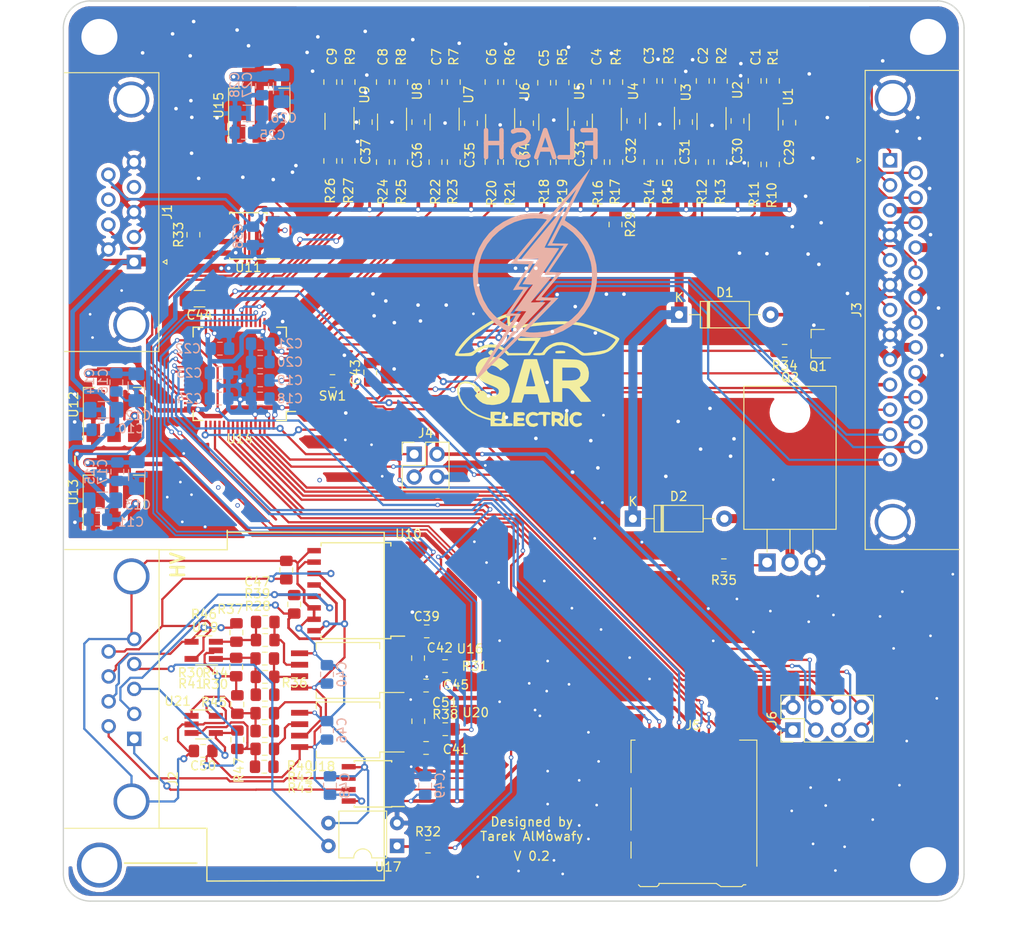
<source format=kicad_pcb>
(kicad_pcb (version 20171130) (host pcbnew "(5.1.0)-1")
  (layers (0 F.Cu signal) (31 B.Cu signal hide) (34 B.Paste user hide) (35 F.Paste user) (36 B.SilkS user hide) (37 F.SilkS user) (38 B.Mask user hide) (39 F.Mask user) (44 Edge.Cuts user))
  (net 0 "")
  (net 1 "Net-(C1-Pad1)")
  (net 2 GND)
  (net 3 "Net-(C2-Pad1)")
  (net 4 "Net-(C3-Pad1)")
  (net 5 "Net-(C4-Pad1)")
  (net 6 "Net-(C5-Pad1)")
  (net 7 "Net-(C6-Pad1)")
  (net 8 "Net-(C7-Pad1)")
  (net 9 "Net-(C8-Pad1)")
  (net 10 "Net-(C9-Pad1)")
  (net 11 +12V)
  (net 12 +3V3)
  (net 13 /HV_CANL)
  (net 14 /HV-)
  (net 15 /HV_CANH)
  (net 16 /HV_5V)
  (net 17 /BRAKES1)
  (net 18 /BRAKES2)
  (net 19 /APPS1)
  (net 20 /APPS2)
  (net 21 /CURRENT)
  (net 22 /BRAKES1_3V3)
  (net 23 "Net-(R10-Pad1)")
  (net 24 /BRAKES2_3V3)
  (net 25 "Net-(R12-Pad1)")
  (net 26 /APPS1_3V3)
  (net 27 "Net-(R14-Pad1)")
  (net 28 "Net-(R16-Pad1)")
  (net 29 "Net-(R18-Pad1)")
  (net 30 /CURRENT_3V3)
  (net 31 "Net-(R20-Pad1)")
  (net 32 "Net-(R22-Pad1)")
  (net 33 "Net-(R24-Pad1)")
  (net 34 "Net-(R26-Pad1)")
  (net 35 +5V)
  (net 36 /HV_CAN_TX)
  (net 37 /HV_CAN_RX)
  (net 38 /LV_CAN_TX)
  (net 39 /LV_CAN_RX)
  (net 40 /LV_CANL)
  (net 41 /LV_CANH)
  (net 42 /APPS2_3V3)
  (net 43 +5P)
  (net 44 "Net-(C42-Pad1)")
  (net 45 /RTD_STOP)
  (net 46 /APPS_MOTOR_DRIVE)
  (net 47 /APPS_DAC)
  (net 48 "Net-(R32-Pad1)")
  (net 49 /MOTOR_EN)
  (net 50 /APPS_600mV)
  (net 51 /SD1)
  (net 52 /SD2)
  (net 53 /SD3)
  (net 54 /SD_CMD)
  (net 55 /SD_CLK)
  (net 56 /SD0)
  (net 57 /NRF_CS)
  (net 58 /NRF_CE)
  (net 59 /NRF_MOSI)
  (net 60 /NRF_SCK)
  (net 61 /NRF_IRQ)
  (net 62 /NRF_MISO)
  (net 63 /SHUTDOWN)
  (net 64 /RTDS)
  (net 65 /SHUTDOWN_MCU)
  (net 66 /RTDS_MCU)
  (net 67 "Net-(Q1-Pad1)")
  (net 68 "Net-(Q2-Pad1)")
  (net 69 /RTD_BUTTON)
  (net 70 /SWD_IO)
  (net 71 /SWD_CLK)
  (net 72 /AUX1)
  (net 73 /AUX3)
  (net 74 /AUX2)
  (net 75 /A3_IN)
  (net 76 /A3)
  (net 77 /A0)
  (net 78 /A1)
  (net 79 /A2)
  (net 80 /A0_IN)
  (net 81 /A1_IN)
  (net 82 /A2_IN)
  (net 83 /VCAP)
  (net 84 "Net-(C51-Pad1)")
  (net 85 /BMS_RX_HV)
  (net 86 /Brakes_REGEN)
  (net 87 /BMS_TX_HV)
  (net 88 "Net-(R30-Pad1)")
  (net 89 /Brakes_DAC)
  (net 90 /BMS_TX)
  (net 91 /BMS_RX)
  (net 92 /NRST)
  (net 93 /AUX4)
  (net 94 /AUX5)
  (net 95 "Net-(R30-Pad2)")
  (net 96 "Net-(R37-Pad2)")
  (net 97 "Net-(R37-Pad1)")
  (net 98 "Net-(R40-Pad2)")
  (net 99 "Net-(R40-Pad1)")
  (net 100 "Net-(R42-Pad2)")
  (net 101 "Net-(R42-Pad1)")
  (module misc:BOLT (layer B.Cu) (at 114 114)
    (fp_text reference REF**)
    (fp_text value BOLT)
  )
  (module misc:SAR_logo (layer F.Cu) (at 113 125)
    (fp_text reference REF**)
    (fp_text value SAR_logo)
  )
  (module Resistor_SMD:R_0805_2012Metric_Pad1.15x1.40mm_HandSolder (layer F.Cu) (at 83.3882 160.0708)
    (fp_text reference R30 (at -5.5372 -1.1684) (layer F.SilkS))
    (fp_text value 10K)
    (pad 2 smd roundrect (at 1.025 0) (size 1.15 1.4) (layers F.Cu F.Paste F.Mask) (roundrect_rratio 0.217391) (net 95 "Net-(R30-Pad2)"))
    (pad 1 smd roundrect (at -1.025 0) (size 1.15 1.4) (layers F.Cu F.Paste F.Mask) (roundrect_rratio 0.217391) (net 88 "Net-(R30-Pad1)"))
  )
  (module Resistor_SMD:R_0805_2012Metric_Pad1.15x1.40mm_HandSolder (layer F.Cu) (at 83.3628 156.0576)
    (fp_text reference R30 (at -8.2042 1.5748) (layer F.SilkS))
    (fp_text value 10K)
    (pad 2 smd roundrect (at 1.025 0) (size 1.15 1.4) (layers F.Cu F.Paste F.Mask) (roundrect_rratio 0.217391) (net 95 "Net-(R30-Pad2)"))
    (pad 1 smd roundrect (at -1.025 0) (size 1.15 1.4) (layers F.Cu F.Paste F.Mask) (roundrect_rratio 0.217391) (net 88 "Net-(R30-Pad1)"))
  )
  (module Capacitor_SMD:C_0805_2012Metric_Pad1.15x1.40mm_HandSolder (layer B.Cu) (at 101.1682 170.1546 90)
    (fp_text reference C49 (at 0 1.65 90) (layer B.SilkS) (effects (justify mirror)))
    (fp_text value 100nF)
    (pad 2 smd roundrect (at 1.025 0 90) (size 1.15 1.4) (layers B.Cu B.Paste B.Mask) (roundrect_rratio 0.217391) (net 2 GND))
    (pad 1 smd roundrect (at -1.025 0 90) (size 1.15 1.4) (layers B.Cu B.Paste B.Mask) (roundrect_rratio 0.217391) (net 12 +3V3))
  )
  (module Capacitor_SMD:C_0805_2012Metric_Pad1.15x1.40mm_HandSolder (layer F.Cu) (at 85.7504 146.2278 90)
    (fp_text reference C47 (at -1.2954 -3.2258 180) (layer F.SilkS))
    (fp_text value 100nF)
    (pad 2 smd roundrect (at 1.025 0 90) (size 1.15 1.4) (layers F.Cu F.Paste F.Mask) (roundrect_rratio 0.217391) (net 14 /HV-))
    (pad 1 smd roundrect (at -1.025 0 90) (size 1.15 1.4) (layers F.Cu F.Paste F.Mask) (roundrect_rratio 0.217391) (net 16 /HV_5V))
  )
  (module Capacitor_SMD:C_0805_2012Metric_Pad1.15x1.40mm_HandSolder (layer B.Cu) (at 90.2716 164.0332 90)
    (fp_text reference C46 (at 0 1.65 90) (layer B.SilkS) (effects (justify mirror)))
    (fp_text value 100nF)
    (pad 2 smd roundrect (at 1.025 0 90) (size 1.15 1.4) (layers B.Cu B.Paste B.Mask) (roundrect_rratio 0.217391) (net 14 /HV-))
    (pad 1 smd roundrect (at -1.025 0 90) (size 1.15 1.4) (layers B.Cu B.Paste B.Mask) (roundrect_rratio 0.217391) (net 16 /HV_5V))
  )
  (module Capacitor_SMD:C_0805_2012Metric_Pad1.15x1.40mm_HandSolder (layer F.Cu) (at 101.2698 159.0548)
    (fp_text reference C45 (at 3.3274 -0.0762) (layer F.SilkS))
    (fp_text value 100nF)
    (pad 2 smd roundrect (at 1.025 0) (size 1.15 1.4) (layers F.Cu F.Paste F.Mask) (roundrect_rratio 0.217391) (net 2 GND))
    (pad 1 smd roundrect (at -1.025 0) (size 1.15 1.4) (layers F.Cu F.Paste F.Mask) (roundrect_rratio 0.217391) (net 35 +5V))
  )
  (module Capacitor_SMD:C_0805_2012Metric_Pad1.15x1.40mm_HandSolder (layer F.Cu) (at 101.2698 165.989)
    (fp_text reference C41 (at 3.302 0.1524) (layer F.SilkS))
    (fp_text value 100nF)
    (pad 2 smd roundrect (at 1.025 0) (size 1.15 1.4) (layers F.Cu F.Paste F.Mask) (roundrect_rratio 0.217391) (net 2 GND))
    (pad 1 smd roundrect (at -1.025 0) (size 1.15 1.4) (layers F.Cu F.Paste F.Mask) (roundrect_rratio 0.217391) (net 35 +5V))
  )
  (module Resistor_SMD:R_0805_2012Metric_Pad1.15x1.40mm_HandSolder (layer F.Cu) (at 103.378 156.8958)
    (fp_text reference R31 (at 3.302 0) (layer F.SilkS))
    (fp_text value 0R)
    (pad 1 smd roundrect (at -1.025 0) (size 1.15 1.4) (layers F.Cu F.Paste F.Mask) (roundrect_rratio 0.217391) (net 44 "Net-(C42-Pad1)"))
    (pad 2 smd roundrect (at 1.025 0) (size 1.15 1.4) (layers F.Cu F.Paste F.Mask) (roundrect_rratio 0.217391) (net 47 /APPS_DAC))
  )
  (module Capacitor_SMD:C_0805_2012Metric_Pad1.15x1.40mm_HandSolder (layer F.Cu) (at 101.346 153.035)
    (fp_text reference C39 (at 0 -1.65) (layer F.SilkS))
    (fp_text value 100nF)
    (pad 2 smd roundrect (at 1.025 0) (size 1.15 1.4) (layers F.Cu F.Paste F.Mask) (roundrect_rratio 0.217391) (net 2 GND))
    (pad 1 smd roundrect (at -1.025 0) (size 1.15 1.4) (layers F.Cu F.Paste F.Mask) (roundrect_rratio 0.217391) (net 12 +3V3))
  )
  (module Package_SO:SOIC-16W_7.5x10.3mm_P1.27mm (layer F.Cu) (at 93.487 148.5174 180)
    (fp_text reference U10 (at -5.827 6.3028 180) (layer F.SilkS))
    (fp_text value TJA1052i-5)
    (pad 1 smd rect (at -4.65 -4.445 180) (size 1.5 0.6) (layers F.Cu F.Paste F.Mask) (net 12 +3V3))
    (pad 2 smd rect (at -4.65 -3.175 180) (size 1.5 0.6) (layers F.Cu F.Paste F.Mask) (net 2 GND))
    (pad 3 smd rect (at -4.65 -1.905 180) (size 1.5 0.6) (layers F.Cu F.Paste F.Mask) (net 36 /HV_CAN_TX))
    (pad 4 smd rect (at -4.65 -0.635 180) (size 1.5 0.6) (layers F.Cu F.Paste F.Mask))
    (pad 5 smd rect (at -4.65 0.635 180) (size 1.5 0.6) (layers F.Cu F.Paste F.Mask) (net 37 /HV_CAN_RX))
    (pad 6 smd rect (at -4.65 1.905 180) (size 1.5 0.6) (layers F.Cu F.Paste F.Mask))
    (pad 7 smd rect (at -4.65 3.175 180) (size 1.5 0.6) (layers F.Cu F.Paste F.Mask) (net 2 GND))
    (pad 8 smd rect (at -4.65 4.445 180) (size 1.5 0.6) (layers F.Cu F.Paste F.Mask) (net 2 GND))
    (pad 9 smd rect (at 4.65 4.445 180) (size 1.5 0.6) (layers F.Cu F.Paste F.Mask) (net 14 /HV-))
    (pad 10 smd rect (at 4.65 3.175 180) (size 1.5 0.6) (layers F.Cu F.Paste F.Mask) (net 14 /HV-))
    (pad 11 smd rect (at 4.65 1.905 180) (size 1.5 0.6) (layers F.Cu F.Paste F.Mask) (net 16 /HV_5V))
    (pad 12 smd rect (at 4.65 0.635 180) (size 1.5 0.6) (layers F.Cu F.Paste F.Mask) (net 13 /HV_CANL))
    (pad 13 smd rect (at 4.65 -0.635 180) (size 1.5 0.6) (layers F.Cu F.Paste F.Mask) (net 15 /HV_CANH))
    (pad 14 smd rect (at 4.65 -1.905 180) (size 1.5 0.6) (layers F.Cu F.Paste F.Mask) (net 14 /HV-))
    (pad 15 smd rect (at 4.65 -3.175 180) (size 1.5 0.6) (layers F.Cu F.Paste F.Mask) (net 14 /HV-))
    (pad 16 smd rect (at 4.65 -4.445 180) (size 1.5 0.6) (layers F.Cu F.Paste F.Mask) (net 16 /HV_5V))
  )
  (module Resistor_SMD:R_0805_2012Metric_Pad1.15x1.40mm_HandSolder (layer F.Cu) (at 86.629 150.0324 270)
    (fp_text reference R28 (at 0.2086 4.0536) (layer F.SilkS))
    (fp_text value 60R)
    (pad 1 smd roundrect (at -1.025 0 270) (size 1.15 1.4) (layers F.Cu F.Paste F.Mask) (roundrect_rratio 0.217391) (net 15 /HV_CANH))
    (pad 2 smd roundrect (at 1.025 0 270) (size 1.15 1.4) (layers F.Cu F.Paste F.Mask) (roundrect_rratio 0.217391) (net 13 /HV_CANL))
  )
  (module Connector_Card:microSD_HC_Hirose_DM3AT-SF-PEJM5 (layer F.Cu) (at 131 173)
    (fp_text reference J5 (at -0.075 -9.525) (layer F.SilkS))
    (fp_text value Micro_SD_Card)
    (pad 11 smd rect (at 6.675 7.375) (size 1.3 1.9) (layers F.Cu F.Paste F.Mask))
    (pad 11 smd rect (at -6.825 6.925) (size 1 2.8) (layers F.Cu F.Paste F.Mask))
    (pad 10 smd rect (at -6.825 2.775) (size 1 0.8) (layers F.Cu F.Paste F.Mask))
    (pad 11 smd rect (at -6.825 -3.425) (size 1 1.2) (layers F.Cu F.Paste F.Mask))
    (pad 11 smd rect (at 4.325 -7.725) (size 1 1.2) (layers F.Cu F.Paste F.Mask))
    (pad 7 smd rect (at -3.825 -7.725) (size 0.7 1.2) (layers F.Cu F.Paste F.Mask) (net 56 /SD0))
    (pad 6 smd rect (at -2.725 -7.725) (size 0.7 1.2) (layers F.Cu F.Paste F.Mask) (net 2 GND))
    (pad 5 smd rect (at -1.625 -7.725) (size 0.7 1.2) (layers F.Cu F.Paste F.Mask) (net 55 /SD_CLK))
    (pad 4 smd rect (at -0.525 -7.725) (size 0.7 1.2) (layers F.Cu F.Paste F.Mask) (net 12 +3V3))
    (pad 3 smd rect (at 0.575 -7.725) (size 0.7 1.2) (layers F.Cu F.Paste F.Mask) (net 54 /SD_CMD))
    (pad 2 smd rect (at 1.675 -7.725) (size 0.7 1.2) (layers F.Cu F.Paste F.Mask) (net 53 /SD3))
    (pad 1 smd rect (at 2.775 -7.725) (size 0.7 1.2) (layers F.Cu F.Paste F.Mask) (net 52 /SD2))
    (pad 8 smd rect (at -4.925 -7.725) (size 0.7 1.2) (layers F.Cu F.Paste F.Mask) (net 51 /SD1))
    (pad 9 smd rect (at -5.875 -7.725) (size 0.7 1.2) (layers F.Cu F.Paste F.Mask) (net 2 GND))
  )
  (module Connector_Dsub:DSUB-9_Female_Horizontal_P2.77x2.84mm_EdgePinOffset4.94mm_Housed_MountingHolesOffset7.48mm (layer F.Cu) (at 68.867 164.969 270)
    (fp_text reference J2 (at 4.445 -4.318 270) (layer F.SilkS))
    (fp_text value DB9_Female_MountingHoles)
    (pad 1 thru_hole rect (at 0 0 270) (size 1.6 1.6) (drill 1) (layers *.Cu *.Mask) (net 85 /BMS_RX_HV))
    (pad 2 thru_hole circle (at -2.77 0 270) (size 1.6 1.6) (drill 1) (layers *.Cu *.Mask) (net 13 /HV_CANL))
    (pad 3 thru_hole circle (at -5.54 0 270) (size 1.6 1.6) (drill 1) (layers *.Cu *.Mask) (net 86 /Brakes_REGEN))
    (pad 4 thru_hole circle (at -8.31 0 270) (size 1.6 1.6) (drill 1) (layers *.Cu *.Mask) (net 45 /RTD_STOP))
    (pad 5 thru_hole circle (at -11.08 0 270) (size 1.6 1.6) (drill 1) (layers *.Cu *.Mask) (net 14 /HV-))
    (pad 6 thru_hole circle (at -1.385 2.84 270) (size 1.6 1.6) (drill 1) (layers *.Cu *.Mask) (net 87 /BMS_TX_HV))
    (pad 7 thru_hole circle (at -4.155 2.84 270) (size 1.6 1.6) (drill 1) (layers *.Cu *.Mask) (net 15 /HV_CANH))
    (pad 8 thru_hole circle (at -6.925 2.84 270) (size 1.6 1.6) (drill 1) (layers *.Cu *.Mask) (net 46 /APPS_MOTOR_DRIVE))
    (pad 9 thru_hole circle (at -9.695 2.84 270) (size 1.6 1.6) (drill 1) (layers *.Cu *.Mask) (net 16 /HV_5V))
    (pad 0 thru_hole circle (at -18.04 0.3 270) (size 4 4) (drill 3.2) (layers *.Cu *.Mask) (net 14 /HV-))
    (pad 0 thru_hole circle (at 6.96 0.3 270) (size 4 4) (drill 3.2) (layers *.Cu *.Mask) (net 14 /HV-))
  )
  (module Package_TO_SOT_SMD:SOT-23-5_HandSoldering (layer F.Cu) (at 76.581 163.3728)
    (fp_text reference U21 (at -2.8956 -2.5908) (layer F.SilkS))
    (fp_text value LMV321)
    (pad 5 smd rect (at 1.35 -0.95) (size 1.56 0.65) (layers F.Cu F.Paste F.Mask) (net 16 /HV_5V))
    (pad 4 smd rect (at 1.35 0.95) (size 1.56 0.65) (layers F.Cu F.Paste F.Mask) (net 86 /Brakes_REGEN))
    (pad 3 smd rect (at -1.35 0.95) (size 1.56 0.65) (layers F.Cu F.Paste F.Mask) (net 101 "Net-(R42-Pad1)"))
    (pad 2 smd rect (at -1.35 0) (size 1.56 0.65) (layers F.Cu F.Paste F.Mask) (net 14 /HV-))
    (pad 1 smd rect (at -1.35 -0.95) (size 1.56 0.65) (layers F.Cu F.Paste F.Mask) (net 99 "Net-(R40-Pad1)"))
  )
  (module Package_TO_SOT_SMD:SOT-23-5_HandSoldering (layer F.Cu) (at 76.581 155.1432 180)
    (fp_text reference U19 (at -0.1524 2.5654 180) (layer F.SilkS))
    (fp_text value LMV321)
    (pad 5 smd rect (at 1.35 -0.95 180) (size 1.56 0.65) (layers F.Cu F.Paste F.Mask) (net 16 /HV_5V))
    (pad 4 smd rect (at 1.35 0.95 180) (size 1.56 0.65) (layers F.Cu F.Paste F.Mask) (net 46 /APPS_MOTOR_DRIVE))
    (pad 3 smd rect (at -1.35 0.95 180) (size 1.56 0.65) (layers F.Cu F.Paste F.Mask) (net 97 "Net-(R37-Pad1)"))
    (pad 2 smd rect (at -1.35 0 180) (size 1.56 0.65) (layers F.Cu F.Paste F.Mask) (net 14 /HV-))
    (pad 1 smd rect (at -1.35 -0.95 180) (size 1.56 0.65) (layers F.Cu F.Paste F.Mask) (net 88 "Net-(R30-Pad1)"))
  )
  (module Resistor_SMD:R_0805_2012Metric_Pad1.15x1.40mm_HandSolder (layer F.Cu) (at 80.3148 165.0746 270)
    (fp_text reference R47 (at 3.3782 -0.1778 270) (layer F.SilkS))
    (fp_text value 10K)
    (pad 2 smd roundrect (at 1.025 0 270) (size 1.15 1.4) (layers F.Cu F.Paste F.Mask) (roundrect_rratio 0.217391) (net 101 "Net-(R42-Pad1)"))
    (pad 1 smd roundrect (at -1.025 0 270) (size 1.15 1.4) (layers F.Cu F.Paste F.Mask) (roundrect_rratio 0.217391) (net 86 /Brakes_REGEN))
  )
  (module Resistor_SMD:R_0805_2012Metric_Pad1.15x1.40mm_HandSolder (layer F.Cu) (at 80.2132 153.162 270)
    (fp_text reference R46 (at -2.032 3.6068) (layer F.SilkS))
    (fp_text value 10K)
    (pad 2 smd roundrect (at 1.025 0 270) (size 1.15 1.4) (layers F.Cu F.Paste F.Mask) (roundrect_rratio 0.217391) (net 97 "Net-(R37-Pad1)"))
    (pad 1 smd roundrect (at -1.025 0 270) (size 1.15 1.4) (layers F.Cu F.Paste F.Mask) (roundrect_rratio 0.217391) (net 46 /APPS_MOTOR_DRIVE))
  )
  (module Resistor_SMD:R_0805_2012Metric_Pad1.15x1.40mm_HandSolder (layer F.Cu) (at 80.3148 161.163 90)
    (fp_text reference R45 (at 0.254 -2.5908 180) (layer F.SilkS))
    (fp_text value 10K)
    (pad 2 smd roundrect (at 1.025 0 90) (size 1.15 1.4) (layers F.Cu F.Paste F.Mask) (roundrect_rratio 0.217391) (net 14 /HV-))
    (pad 1 smd roundrect (at -1.025 0 90) (size 1.15 1.4) (layers F.Cu F.Paste F.Mask) (roundrect_rratio 0.217391) (net 99 "Net-(R40-Pad1)"))
  )
  (module Resistor_SMD:R_0805_2012Metric_Pad1.15x1.40mm_HandSolder (layer F.Cu) (at 80.1878 156.9974 270)
    (fp_text reference R44 (at 0.6604 2.3368) (layer F.SilkS))
    (fp_text value 10K)
    (pad 2 smd roundrect (at 1.025 0 270) (size 1.15 1.4) (layers F.Cu F.Paste F.Mask) (roundrect_rratio 0.217391) (net 14 /HV-))
    (pad 1 smd roundrect (at -1.025 0 270) (size 1.15 1.4) (layers F.Cu F.Paste F.Mask) (roundrect_rratio 0.217391) (net 88 "Net-(R30-Pad1)"))
  )
  (module Resistor_SMD:R_0805_2012Metric_Pad1.15x1.40mm_HandSolder (layer F.Cu) (at 83.303 168.0718)
    (fp_text reference R43 (at 3.9968 2.3622) (layer F.SilkS))
    (fp_text value 10K)
    (pad 2 smd roundrect (at 1.025 0) (size 1.15 1.4) (layers F.Cu F.Paste F.Mask) (roundrect_rratio 0.217391) (net 100 "Net-(R42-Pad2)"))
    (pad 1 smd roundrect (at -1.025 0) (size 1.15 1.4) (layers F.Cu F.Paste F.Mask) (roundrect_rratio 0.217391) (net 101 "Net-(R42-Pad1)"))
  )
  (module Resistor_SMD:R_0805_2012Metric_Pad1.15x1.40mm_HandSolder (layer F.Cu) (at 83.3628 166.0906)
    (fp_text reference R42 (at 3.9116 3.1242) (layer F.SilkS))
    (fp_text value 10K)
    (pad 2 smd roundrect (at 1.025 0) (size 1.15 1.4) (layers F.Cu F.Paste F.Mask) (roundrect_rratio 0.217391) (net 100 "Net-(R42-Pad2)"))
    (pad 1 smd roundrect (at -1.025 0) (size 1.15 1.4) (layers F.Cu F.Paste F.Mask) (roundrect_rratio 0.217391) (net 101 "Net-(R42-Pad1)"))
  )
  (module Resistor_SMD:R_0805_2012Metric_Pad1.15x1.40mm_HandSolder (layer F.Cu) (at 83.3628 162.1282)
    (fp_text reference R41 (at -8.1788 -3.2766) (layer F.SilkS))
    (fp_text value 10K)
    (pad 2 smd roundrect (at 1.025 0) (size 1.15 1.4) (layers F.Cu F.Paste F.Mask) (roundrect_rratio 0.217391) (net 98 "Net-(R40-Pad2)"))
    (pad 1 smd roundrect (at -1.025 0) (size 1.15 1.4) (layers F.Cu F.Paste F.Mask) (roundrect_rratio 0.217391) (net 99 "Net-(R40-Pad1)"))
  )
  (module Resistor_SMD:R_0805_2012Metric_Pad1.15x1.40mm_HandSolder (layer F.Cu) (at 83.3628 164.1094)
    (fp_text reference R40 (at 3.8862 3.8608) (layer F.SilkS))
    (fp_text value 10K)
    (pad 2 smd roundrect (at 1.025 0) (size 1.15 1.4) (layers F.Cu F.Paste F.Mask) (roundrect_rratio 0.217391) (net 98 "Net-(R40-Pad2)"))
    (pad 1 smd roundrect (at -1.025 0) (size 1.15 1.4) (layers F.Cu F.Paste F.Mask) (roundrect_rratio 0.217391) (net 99 "Net-(R40-Pad1)"))
  )
  (module Resistor_SMD:R_0805_2012Metric_Pad1.15x1.40mm_HandSolder (layer F.Cu) (at 83.4136 151.9936)
    (fp_text reference R39 (at -0.889 -3.1496 180) (layer F.SilkS))
    (fp_text value 10K)
    (pad 2 smd roundrect (at 1.025 0) (size 1.15 1.4) (layers F.Cu F.Paste F.Mask) (roundrect_rratio 0.217391) (net 96 "Net-(R37-Pad2)"))
    (pad 1 smd roundrect (at -1.025 0) (size 1.15 1.4) (layers F.Cu F.Paste F.Mask) (roundrect_rratio 0.217391) (net 97 "Net-(R37-Pad1)"))
  )
  (module Resistor_SMD:R_0805_2012Metric_Pad1.15x1.40mm_HandSolder (layer F.Cu) (at 83.4136 154.0002)
    (fp_text reference R37 (at -3.8862 -3.429 180) (layer F.SilkS))
    (fp_text value 10K)
    (pad 2 smd roundrect (at 1.025 0) (size 1.15 1.4) (layers F.Cu F.Paste F.Mask) (roundrect_rratio 0.217391) (net 96 "Net-(R37-Pad2)"))
    (pad 1 smd roundrect (at -1.025 0) (size 1.15 1.4) (layers F.Cu F.Paste F.Mask) (roundrect_rratio 0.217391) (net 97 "Net-(R37-Pad1)"))
  )
  (module Resistor_SMD:R_0805_2012Metric_Pad1.15x1.40mm_HandSolder (layer F.Cu) (at 83.3882 158.0896)
    (fp_text reference R36 (at 3.2766 0.6604) (layer F.SilkS))
    (fp_text value 10K)
    (pad 2 smd roundrect (at 1.025 0) (size 1.15 1.4) (layers F.Cu F.Paste F.Mask) (roundrect_rratio 0.217391) (net 95 "Net-(R30-Pad2)"))
    (pad 1 smd roundrect (at -1.025 0) (size 1.15 1.4) (layers F.Cu F.Paste F.Mask) (roundrect_rratio 0.217391) (net 88 "Net-(R30-Pad1)"))
  )
  (module Package_DIP:DIP-4_W7.62mm (layer F.Cu) (at 98.0498 176.8682 180)
    (fp_text reference U17 (at 1 -2.33 180) (layer F.SilkS))
    (fp_text value PC817)
    (pad 1 thru_hole rect (at 0 0 180) (size 1.6 1.6) (drill 0.8) (layers *.Cu *.Mask) (net 48 "Net-(R32-Pad1)"))
    (pad 3 thru_hole oval (at 7.62 2.54 180) (size 1.6 1.6) (drill 0.8) (layers *.Cu *.Mask) (net 14 /HV-))
    (pad 2 thru_hole oval (at 0 2.54 180) (size 1.6 1.6) (drill 0.8) (layers *.Cu *.Mask) (net 2 GND))
    (pad 4 thru_hole oval (at 7.62 0 180) (size 1.6 1.6) (drill 0.8) (layers *.Cu *.Mask) (net 45 /RTD_STOP))
  )
  (module Package_TO_SOT_SMD:SOT-23-5_HandSoldering (layer F.Cu) (at 138.766 96.461 270)
    (fp_text reference U1 (at -2.82194 -2.71018 270) (layer F.SilkS))
    (fp_text value LMV321)
    (pad 1 smd rect (at -1.35 -0.95 270) (size 1.56 0.65) (layers F.Cu F.Paste F.Mask) (net 1 "Net-(C1-Pad1)"))
    (pad 2 smd rect (at -1.35 0 270) (size 1.56 0.65) (layers F.Cu F.Paste F.Mask) (net 2 GND))
    (pad 3 smd rect (at -1.35 0.95 270) (size 1.56 0.65) (layers F.Cu F.Paste F.Mask) (net 23 "Net-(R10-Pad1)"))
    (pad 4 smd rect (at 1.35 0.95 270) (size 1.56 0.65) (layers F.Cu F.Paste F.Mask) (net 23 "Net-(R10-Pad1)"))
    (pad 5 smd rect (at 1.35 -0.95 270) (size 1.56 0.65) (layers F.Cu F.Paste F.Mask) (net 35 +5V))
  )
  (module Capacitor_SMD:C_0805_2012Metric_Pad1.15x1.40mm_HandSolder (layer F.Cu) (at 137.75 91.889 90)
    (fp_text reference C1 (at 2.667 0.127 90) (layer F.SilkS))
    (fp_text value 100nF)
    (pad 1 smd roundrect (at -1.025 0 90) (size 1.15 1.4) (layers F.Cu F.Paste F.Mask) (roundrect_rratio 0.217391) (net 1 "Net-(C1-Pad1)"))
    (pad 2 smd roundrect (at 1.025 0 90) (size 1.15 1.4) (layers F.Cu F.Paste F.Mask) (roundrect_rratio 0.217391) (net 2 GND))
  )
  (module Capacitor_SMD:C_0805_2012Metric_Pad1.15x1.40mm_HandSolder (layer F.Cu) (at 131.98674 91.89154 90)
    (fp_text reference C2 (at 2.79654 0.04826 90) (layer F.SilkS))
    (fp_text value 100nF)
    (pad 2 smd roundrect (at 1.025 0 90) (size 1.15 1.4) (layers F.Cu F.Paste F.Mask) (roundrect_rratio 0.217391) (net 2 GND))
    (pad 1 smd roundrect (at -1.025 0 90) (size 1.15 1.4) (layers F.Cu F.Paste F.Mask) (roundrect_rratio 0.217391) (net 3 "Net-(C2-Pad1)"))
  )
  (module Capacitor_SMD:C_0805_2012Metric_Pad1.15x1.40mm_HandSolder (layer F.Cu) (at 126.193 91.889 90)
    (fp_text reference C3 (at 2.794 -0.14478 90) (layer F.SilkS))
    (fp_text value 100nF)
    (pad 1 smd roundrect (at -1.025 0 90) (size 1.15 1.4) (layers F.Cu F.Paste F.Mask) (roundrect_rratio 0.217391) (net 4 "Net-(C3-Pad1)"))
    (pad 2 smd roundrect (at 1.025 0 90) (size 1.15 1.4) (layers F.Cu F.Paste F.Mask) (roundrect_rratio 0.217391) (net 2 GND))
  )
  (module Capacitor_SMD:C_0805_2012Metric_Pad1.15x1.40mm_HandSolder (layer F.Cu) (at 120.2875 92.00076 90)
    (fp_text reference C4 (at 2.77876 -0.0635 90) (layer F.SilkS))
    (fp_text value 100nF)
    (pad 2 smd roundrect (at 1.025 0 90) (size 1.15 1.4) (layers F.Cu F.Paste F.Mask) (roundrect_rratio 0.217391) (net 2 GND))
    (pad 1 smd roundrect (at -1.025 0 90) (size 1.15 1.4) (layers F.Cu F.Paste F.Mask) (roundrect_rratio 0.217391) (net 5 "Net-(C4-Pad1)"))
  )
  (module Capacitor_SMD:C_0805_2012Metric_Pad1.15x1.40mm_HandSolder (layer F.Cu) (at 114.382 92.09728 90)
    (fp_text reference C5 (at 2.74828 0 90) (layer F.SilkS))
    (fp_text value 100nF)
    (pad 1 smd roundrect (at -1.025 0 90) (size 1.15 1.4) (layers F.Cu F.Paste F.Mask) (roundrect_rratio 0.217391) (net 6 "Net-(C5-Pad1)"))
    (pad 2 smd roundrect (at 1.025 0 90) (size 1.15 1.4) (layers F.Cu F.Paste F.Mask) (roundrect_rratio 0.217391) (net 2 GND))
  )
  (module Capacitor_SMD:C_0805_2012Metric_Pad1.15x1.40mm_HandSolder (layer F.Cu) (at 108.54 92.016 90)
    (fp_text reference C6 (at 2.794 0 90) (layer F.SilkS))
    (fp_text value 100nF)
    (pad 2 smd roundrect (at 1.025 0 90) (size 1.15 1.4) (layers F.Cu F.Paste F.Mask) (roundrect_rratio 0.217391) (net 2 GND))
    (pad 1 smd roundrect (at -1.025 0 90) (size 1.15 1.4) (layers F.Cu F.Paste F.Mask) (roundrect_rratio 0.217391) (net 7 "Net-(C6-Pad1)"))
  )
  (module Capacitor_SMD:C_0805_2012Metric_Pad1.15x1.40mm_HandSolder (layer F.Cu) (at 102.317 92.016 90)
    (fp_text reference C7 (at 2.794 0.127 90) (layer F.SilkS))
    (fp_text value 100nF)
    (pad 1 smd roundrect (at -1.025 0 90) (size 1.15 1.4) (layers F.Cu F.Paste F.Mask) (roundrect_rratio 0.217391) (net 8 "Net-(C7-Pad1)"))
    (pad 2 smd roundrect (at 1.025 0 90) (size 1.15 1.4) (layers F.Cu F.Paste F.Mask) (roundrect_rratio 0.217391) (net 2 GND))
  )
  (module Capacitor_SMD:C_0805_2012Metric_Pad1.15x1.40mm_HandSolder (layer F.Cu) (at 96.475 92.016 90)
    (fp_text reference C8 (at 2.794 0 90) (layer F.SilkS))
    (fp_text value 100nF)
    (pad 1 smd roundrect (at -1.025 0 90) (size 1.15 1.4) (layers F.Cu F.Paste F.Mask) (roundrect_rratio 0.217391) (net 9 "Net-(C8-Pad1)"))
    (pad 2 smd roundrect (at 1.025 0 90) (size 1.15 1.4) (layers F.Cu F.Paste F.Mask) (roundrect_rratio 0.217391) (net 2 GND))
  )
  (module Capacitor_SMD:C_0805_2012Metric_Pad1.15x1.40mm_HandSolder (layer F.Cu) (at 90.633 92.016 90)
    (fp_text reference C9 (at 2.84088 0.19812 90) (layer F.SilkS))
    (fp_text value 100nF)
    (pad 2 smd roundrect (at 1.025 0 90) (size 1.15 1.4) (layers F.Cu F.Paste F.Mask) (roundrect_rratio 0.217391) (net 2 GND))
    (pad 1 smd roundrect (at -1.025 0 90) (size 1.15 1.4) (layers F.Cu F.Paste F.Mask) (roundrect_rratio 0.217391) (net 10 "Net-(C9-Pad1)"))
  )
  (module Capacitor_SMD:C_0805_2012Metric_Pad1.15x1.40mm_HandSolder (layer B.Cu) (at 65.1595 130.6412 180)
    (fp_text reference C10 (at -3.3745 0.127 180) (layer B.SilkS) (effects (justify mirror)))
    (fp_text value 100nF)
    (pad 2 smd roundrect (at 1.025 0 180) (size 1.15 1.4) (layers B.Cu B.Paste B.Mask) (roundrect_rratio 0.217391) (net 2 GND))
    (pad 1 smd roundrect (at -1.025 0 180) (size 1.15 1.4) (layers B.Cu B.Paste B.Mask) (roundrect_rratio 0.217391) (net 11 +12V))
  )
  (module Capacitor_SMD:C_0805_2012Metric_Pad1.15x1.40mm_HandSolder (layer B.Cu) (at 64.8332 140.6318 180)
    (fp_text reference C11 (at -3.683 -0.254 180) (layer B.SilkS) (effects (justify mirror)))
    (fp_text value 100nF)
    (pad 1 smd roundrect (at -1.025 0 180) (size 1.15 1.4) (layers B.Cu B.Paste B.Mask) (roundrect_rratio 0.217391) (net 11 +12V))
    (pad 2 smd roundrect (at 1.025 0 180) (size 1.15 1.4) (layers B.Cu B.Paste B.Mask) (roundrect_rratio 0.217391) (net 2 GND))
  )
  (module Capacitor_SMD:C_1206_3216Metric_Pad1.42x1.75mm_HandSolder (layer B.Cu) (at 65.459 128.4187 180)
    (fp_text reference C12 (at -3.837 -0.635 180) (layer B.SilkS) (effects (justify mirror)))
    (fp_text value 10uF)
    (pad 1 smd roundrect (at -1.4875 0 180) (size 1.425 1.75) (layers B.Cu B.Paste B.Mask) (roundrect_rratio 0.175439) (net 11 +12V))
    (pad 2 smd roundrect (at 1.4875 0 180) (size 1.425 1.75) (layers B.Cu B.Paste B.Mask) (roundrect_rratio 0.175439) (net 2 GND))
  )
  (module Capacitor_SMD:C_1206_3216Metric_Pad1.42x1.75mm_HandSolder (layer B.Cu) (at 65.3412 138.4728 180)
    (fp_text reference C13 (at -3.937 -0.508) (layer B.SilkS) (effects (justify mirror)))
    (fp_text value 10uF)
    (pad 1 smd roundrect (at -1.4875 0 180) (size 1.425 1.75) (layers B.Cu B.Paste B.Mask) (roundrect_rratio 0.175439) (net 11 +12V))
    (pad 2 smd roundrect (at 1.4875 0 180) (size 1.425 1.75) (layers B.Cu B.Paste B.Mask) (roundrect_rratio 0.175439) (net 2 GND))
  )
  (module Capacitor_SMD:C_1206_3216Metric_Pad1.42x1.75mm_HandSolder (layer B.Cu) (at 69.1055 125.9152 270)
    (fp_text reference C14 (at -0.6715 5.207 270) (layer B.SilkS) (effects (justify mirror)))
    (fp_text value 10uF)
    (pad 2 smd roundrect (at 1.4875 0 270) (size 1.425 1.75) (layers B.Cu B.Paste B.Mask) (roundrect_rratio 0.175439) (net 2 GND))
    (pad 1 smd roundrect (at -1.4875 0 270) (size 1.425 1.75) (layers B.Cu B.Paste B.Mask) (roundrect_rratio 0.175439) (net 12 +3V3))
  )
  (module Capacitor_SMD:C_1206_3216Metric_Pad1.42x1.75mm_HandSolder (layer B.Cu) (at 69.1512 135.6788 270)
    (fp_text reference C15 (at -0.381 5.207 270) (layer B.SilkS) (effects (justify mirror)))
    (fp_text value 10uF)
    (pad 2 smd roundrect (at 1.4875 0 270) (size 1.425 1.75) (layers B.Cu B.Paste B.Mask) (roundrect_rratio 0.175439) (net 2 GND))
    (pad 1 smd roundrect (at -1.4875 0 270) (size 1.425 1.75) (layers B.Cu B.Paste B.Mask) (roundrect_rratio 0.175439) (net 35 +5V))
  )
  (module Capacitor_SMD:C_0805_2012Metric_Pad1.15x1.40mm_HandSolder (layer B.Cu) (at 66.883 125.3617 270)
    (fp_text reference C16 (at -0.118 1.4605 270) (layer B.SilkS) (effects (justify mirror)))
    (fp_text value 100nF)
    (pad 1 smd roundrect (at -1.025 0 270) (size 1.15 1.4) (layers B.Cu B.Paste B.Mask) (roundrect_rratio 0.217391) (net 12 +3V3))
    (pad 2 smd roundrect (at 1.025 0 270) (size 1.15 1.4) (layers B.Cu B.Paste B.Mask) (roundrect_rratio 0.217391) (net 2 GND))
  )
  (module Capacitor_SMD:C_0805_2012Metric_Pad1.15x1.40mm_HandSolder (layer B.Cu) (at 66.9922 135.2978 270)
    (fp_text reference C17 (at 0 1.65 270) (layer B.SilkS) (effects (justify mirror)))
    (fp_text value 100nF)
    (pad 2 smd roundrect (at 1.025 0 270) (size 1.15 1.4) (layers B.Cu B.Paste B.Mask) (roundrect_rratio 0.217391) (net 2 GND))
    (pad 1 smd roundrect (at -1.025 0 270) (size 1.15 1.4) (layers B.Cu B.Paste B.Mask) (roundrect_rratio 0.217391) (net 35 +5V))
  )
  (module Capacitor_SMD:C_0805_2012Metric_Pad1.15x1.40mm_HandSolder (layer B.Cu) (at 82.8548 127.1778 180)
    (fp_text reference C18 (at -3.302 0 180) (layer B.SilkS) (effects (justify mirror)))
    (fp_text value 100nF)
    (pad 1 smd roundrect (at -1.025 0 180) (size 1.15 1.4) (layers B.Cu B.Paste B.Mask) (roundrect_rratio 0.217391) (net 12 +3V3))
    (pad 2 smd roundrect (at 1.025 0 180) (size 1.15 1.4) (layers B.Cu B.Paste B.Mask) (roundrect_rratio 0.217391) (net 2 GND))
  )
  (module Capacitor_SMD:C_0805_2012Metric_Pad1.15x1.40mm_HandSolder (layer B.Cu) (at 82.8548 125.1458 180)
    (fp_text reference C19 (at -3.302 0 180) (layer B.SilkS) (effects (justify mirror)))
    (fp_text value 100nF)
    (pad 2 smd roundrect (at 1.025 0 180) (size 1.15 1.4) (layers B.Cu B.Paste B.Mask) (roundrect_rratio 0.217391) (net 2 GND))
    (pad 1 smd roundrect (at -1.025 0 180) (size 1.15 1.4) (layers B.Cu B.Paste B.Mask) (roundrect_rratio 0.217391) (net 92 /NRST))
  )
  (module Capacitor_SMD:C_0805_2012Metric_Pad1.15x1.40mm_HandSolder (layer B.Cu) (at 82.8548 123.1138 180)
    (fp_text reference C20 (at -3.302 0 180) (layer B.SilkS) (effects (justify mirror)))
    (fp_text value 100nF)
    (pad 2 smd roundrect (at 1.025 0 180) (size 1.15 1.4) (layers B.Cu B.Paste B.Mask) (roundrect_rratio 0.217391) (net 2 GND))
    (pad 1 smd roundrect (at -1.025 0 180) (size 1.15 1.4) (layers B.Cu B.Paste B.Mask) (roundrect_rratio 0.217391) (net 12 +3V3))
  )
  (module Capacitor_SMD:C_0805_2012Metric_Pad1.15x1.40mm_HandSolder (layer B.Cu) (at 82.8548 121.0818 180)
    (fp_text reference C21 (at -3.302 0 180) (layer B.SilkS) (effects (justify mirror)))
    (fp_text value 100nF)
    (pad 1 smd roundrect (at -1.025 0 180) (size 1.15 1.4) (layers B.Cu B.Paste B.Mask) (roundrect_rratio 0.217391) (net 12 +3V3))
    (pad 2 smd roundrect (at 1.025 0 180) (size 1.15 1.4) (layers B.Cu B.Paste B.Mask) (roundrect_rratio 0.217391) (net 2 GND))
  )
  (module Capacitor_SMD:C_0805_2012Metric_Pad1.15x1.40mm_HandSolder (layer B.Cu) (at 78.3828 121.6318)
    (fp_text reference C22 (at -3.556 0) (layer B.SilkS) (effects (justify mirror)))
    (fp_text value 100nF)
    (pad 1 smd roundrect (at -1.025 0) (size 1.15 1.4) (layers B.Cu B.Paste B.Mask) (roundrect_rratio 0.217391) (net 12 +3V3))
    (pad 2 smd roundrect (at 1.025 0) (size 1.15 1.4) (layers B.Cu B.Paste B.Mask) (roundrect_rratio 0.217391) (net 2 GND))
  )
  (module Capacitor_SMD:C_0805_2012Metric_Pad1.15x1.40mm_HandSolder (layer B.Cu) (at 78.2828 124.3318)
    (fp_text reference C23 (at -3.302 0) (layer B.SilkS) (effects (justify mirror)))
    (fp_text value 100nF)
    (pad 2 smd roundrect (at 1.025 0) (size 1.15 1.4) (layers B.Cu B.Paste B.Mask) (roundrect_rratio 0.217391) (net 2 GND))
    (pad 1 smd roundrect (at -1.025 0) (size 1.15 1.4) (layers B.Cu B.Paste B.Mask) (roundrect_rratio 0.217391) (net 12 +3V3))
  )
  (module Capacitor_SMD:C_0805_2012Metric_Pad1.15x1.40mm_HandSolder (layer B.Cu) (at 78.2828 127.1778)
    (fp_text reference C24 (at -3.302 0) (layer B.SilkS) (effects (justify mirror)))
    (fp_text value 1uF)
    (pad 2 smd roundrect (at 1.025 0) (size 1.15 1.4) (layers B.Cu B.Paste B.Mask) (roundrect_rratio 0.217391) (net 2 GND))
    (pad 1 smd roundrect (at -1.025 0) (size 1.15 1.4) (layers B.Cu B.Paste B.Mask) (roundrect_rratio 0.217391) (net 12 +3V3))
  )
  (module Connector_Dsub:DSUB-9_Female_Horizontal_P2.77x2.84mm_EdgePinOffset4.94mm_Housed_MountingHolesOffset7.48mm (layer F.Cu) (at 68.84 112 270)
    (fp_text reference J1 (at -5.54 -3.7 270) (layer F.SilkS))
    (fp_text value DB9_Female_MountingHoles)
    (pad 0 thru_hole circle (at 6.96 0.3 270) (size 4 4) (drill 3.2) (layers *.Cu *.Mask) (net 2 GND))
    (pad 0 thru_hole circle (at -18.04 0.3 270) (size 4 4) (drill 3.2) (layers *.Cu *.Mask) (net 2 GND))
    (pad 9 thru_hole circle (at -9.695 2.84 270) (size 1.6 1.6) (drill 1) (layers *.Cu *.Mask) (net 35 +5V))
    (pad 8 thru_hole circle (at -6.925 2.84 270) (size 1.6 1.6) (drill 1) (layers *.Cu *.Mask))
    (pad 7 thru_hole circle (at -4.155 2.84 270) (size 1.6 1.6) (drill 1) (layers *.Cu *.Mask) (net 41 /LV_CANH))
    (pad 6 thru_hole circle (at -1.385 2.84 270) (size 1.6 1.6) (drill 1) (layers *.Cu *.Mask) (net 2 GND))
    (pad 5 thru_hole circle (at -11.08 0 270) (size 1.6 1.6) (drill 1) (layers *.Cu *.Mask) (net 2 GND))
    (pad 4 thru_hole circle (at -8.31 0 270) (size 1.6 1.6) (drill 1) (layers *.Cu *.Mask))
    (pad 3 thru_hole circle (at -5.54 0 270) (size 1.6 1.6) (drill 1) (layers *.Cu *.Mask) (net 2 GND))
    (pad 2 thru_hole circle (at -2.77 0 270) (size 1.6 1.6) (drill 1) (layers *.Cu *.Mask) (net 40 /LV_CANL))
    (pad 1 thru_hole rect (at 0 0 270) (size 1.6 1.6) (drill 1) (layers *.Cu *.Mask) (net 11 +12V))
  )
  (module Resistor_SMD:R_0805_2012Metric_Pad1.15x1.40mm_HandSolder (layer F.Cu) (at 139.782 91.889 90)
    (fp_text reference R1 (at 2.667 0 90) (layer F.SilkS))
    (fp_text value 1K)
    (pad 1 smd roundrect (at -1.025 0 90) (size 1.15 1.4) (layers F.Cu F.Paste F.Mask) (roundrect_rratio 0.217391) (net 1 "Net-(C1-Pad1)"))
    (pad 2 smd roundrect (at 1.025 0 90) (size 1.15 1.4) (layers F.Cu F.Paste F.Mask) (roundrect_rratio 0.217391) (net 17 /BRAKES1))
  )
  (module Resistor_SMD:R_0805_2012Metric_Pad1.15x1.40mm_HandSolder (layer F.Cu) (at 134.0035 91.889 90)
    (fp_text reference R2 (at 2.794 0.0762 90) (layer F.SilkS))
    (fp_text value 1K)
    (pad 2 smd roundrect (at 1.025 0 90) (size 1.15 1.4) (layers F.Cu F.Paste F.Mask) (roundrect_rratio 0.217391) (net 18 /BRAKES2))
    (pad 1 smd roundrect (at -1.025 0 90) (size 1.15 1.4) (layers F.Cu F.Paste F.Mask) (roundrect_rratio 0.217391) (net 3 "Net-(C2-Pad1)"))
  )
  (module Resistor_SMD:R_0805_2012Metric_Pad1.15x1.40mm_HandSolder (layer F.Cu) (at 128.225 91.889 90)
    (fp_text reference R3 (at 2.794 0 90) (layer F.SilkS))
    (fp_text value 1K)
    (pad 1 smd roundrect (at -1.025 0 90) (size 1.15 1.4) (layers F.Cu F.Paste F.Mask) (roundrect_rratio 0.217391) (net 4 "Net-(C3-Pad1)"))
    (pad 2 smd roundrect (at 1.025 0 90) (size 1.15 1.4) (layers F.Cu F.Paste F.Mask) (roundrect_rratio 0.217391) (net 19 /APPS1))
  )
  (module Resistor_SMD:R_0805_2012Metric_Pad1.15x1.40mm_HandSolder (layer F.Cu) (at 122.383 92.016 90)
    (fp_text reference R4 (at 2.794 0 90) (layer F.SilkS))
    (fp_text value 1K)
    (pad 2 smd roundrect (at 1.025 0 90) (size 1.15 1.4) (layers F.Cu F.Paste F.Mask) (roundrect_rratio 0.217391) (net 20 /APPS2))
    (pad 1 smd roundrect (at -1.025 0 90) (size 1.15 1.4) (layers F.Cu F.Paste F.Mask) (roundrect_rratio 0.217391) (net 5 "Net-(C4-Pad1)"))
  )
  (module Resistor_SMD:R_0805_2012Metric_Pad1.15x1.40mm_HandSolder (layer F.Cu) (at 116.414 92.07188 90)
    (fp_text reference R5 (at 2.84988 0 90) (layer F.SilkS))
    (fp_text value 1K)
    (pad 2 smd roundrect (at 1.025 0 90) (size 1.15 1.4) (layers F.Cu F.Paste F.Mask) (roundrect_rratio 0.217391) (net 21 /CURRENT))
    (pad 1 smd roundrect (at -1.025 0 90) (size 1.15 1.4) (layers F.Cu F.Paste F.Mask) (roundrect_rratio 0.217391) (net 6 "Net-(C5-Pad1)"))
  )
  (module Resistor_SMD:R_0805_2012Metric_Pad1.15x1.40mm_HandSolder (layer F.Cu) (at 110.59486 92.02362 90)
    (fp_text reference R6 (at 2.80162 -0.02286 90) (layer F.SilkS))
    (fp_text value 1K)
    (pad 1 smd roundrect (at -1.025 0 90) (size 1.15 1.4) (layers F.Cu F.Paste F.Mask) (roundrect_rratio 0.217391) (net 7 "Net-(C6-Pad1)"))
    (pad 2 smd roundrect (at 1.025 0 90) (size 1.15 1.4) (layers F.Cu F.Paste F.Mask) (roundrect_rratio 0.217391) (net 80 /A0_IN))
  )
  (module Resistor_SMD:R_0805_2012Metric_Pad1.15x1.40mm_HandSolder (layer F.Cu) (at 104.349 92.016 90)
    (fp_text reference R7 (at 2.794 0 90) (layer F.SilkS))
    (fp_text value 1K)
    (pad 1 smd roundrect (at -1.025 0 90) (size 1.15 1.4) (layers F.Cu F.Paste F.Mask) (roundrect_rratio 0.217391) (net 8 "Net-(C7-Pad1)"))
    (pad 2 smd roundrect (at 1.025 0 90) (size 1.15 1.4) (layers F.Cu F.Paste F.Mask) (roundrect_rratio 0.217391) (net 81 /A1_IN))
  )
  (module Resistor_SMD:R_0805_2012Metric_Pad1.15x1.40mm_HandSolder (layer F.Cu) (at 98.507 92.016 90)
    (fp_text reference R8 (at 2.794 0 90) (layer F.SilkS))
    (fp_text value 1K)
    (pad 1 smd roundrect (at -1.025 0 90) (size 1.15 1.4) (layers F.Cu F.Paste F.Mask) (roundrect_rratio 0.217391) (net 9 "Net-(C8-Pad1)"))
    (pad 2 smd roundrect (at 1.025 0 90) (size 1.15 1.4) (layers F.Cu F.Paste F.Mask) (roundrect_rratio 0.217391) (net 82 /A2_IN))
  )
  (module Resistor_SMD:R_0805_2012Metric_Pad1.15x1.40mm_HandSolder (layer F.Cu) (at 92.665 92.016 90)
    (fp_text reference R9 (at 2.8321 0.1651 90) (layer F.SilkS))
    (fp_text value 1K)
    (pad 1 smd roundrect (at -1.025 0 90) (size 1.15 1.4) (layers F.Cu F.Paste F.Mask) (roundrect_rratio 0.217391) (net 10 "Net-(C9-Pad1)"))
    (pad 2 smd roundrect (at 1.025 0 90) (size 1.15 1.4) (layers F.Cu F.Paste F.Mask) (roundrect_rratio 0.217391) (net 75 /A3_IN))
  )
  (module Resistor_SMD:R_0805_2012Metric_Pad1.15x1.40mm_HandSolder (layer F.Cu) (at 139.782 101.16 270)
    (fp_text reference R10 (at 3.429 0.127 270) (layer F.SilkS))
    (fp_text value 560R)
    (pad 2 smd roundrect (at 1.025 0 270) (size 1.15 1.4) (layers F.Cu F.Paste F.Mask) (roundrect_rratio 0.217391) (net 22 /BRAKES1_3V3))
    (pad 1 smd roundrect (at -1.025 0 270) (size 1.15 1.4) (layers F.Cu F.Paste F.Mask) (roundrect_rratio 0.217391) (net 23 "Net-(R10-Pad1)"))
  )
  (module Resistor_SMD:R_0805_2012Metric_Pad1.15x1.40mm_HandSolder (layer F.Cu) (at 137.75 101.16 90)
    (fp_text reference R11 (at -3.302 -0.0635 90) (layer F.SilkS))
    (fp_text value 1K)
    (pad 1 smd roundrect (at -1.025 0 90) (size 1.15 1.4) (layers F.Cu F.Paste F.Mask) (roundrect_rratio 0.217391) (net 22 /BRAKES1_3V3))
    (pad 2 smd roundrect (at 1.025 0 90) (size 1.15 1.4) (layers F.Cu F.Paste F.Mask) (roundrect_rratio 0.217391) (net 2 GND))
  )
  (module Resistor_SMD:R_0805_2012Metric_Pad1.15x1.40mm_HandSolder (layer F.Cu) (at 131.908 100.906 270)
    (fp_text reference R12 (at 3.302 0 270) (layer F.SilkS))
    (fp_text value 560R)
    (pad 2 smd roundrect (at 1.025 0 270) (size 1.15 1.4) (layers F.Cu F.Paste F.Mask) (roundrect_rratio 0.217391) (net 24 /BRAKES2_3V3))
    (pad 1 smd roundrect (at -1.025 0 270) (size 1.15 1.4) (layers F.Cu F.Paste F.Mask) (roundrect_rratio 0.217391) (net 25 "Net-(R12-Pad1)"))
  )
  (module Resistor_SMD:R_0805_2012Metric_Pad1.15x1.40mm_HandSolder (layer F.Cu) (at 133.94 100.906 90)
    (fp_text reference R13 (at -3.302 0 90) (layer F.SilkS))
    (fp_text value 1K)
    (pad 2 smd roundrect (at 1.025 0 90) (size 1.15 1.4) (layers F.Cu F.Paste F.Mask) (roundrect_rratio 0.217391) (net 2 GND))
    (pad 1 smd roundrect (at -1.025 0 90) (size 1.15 1.4) (layers F.Cu F.Paste F.Mask) (roundrect_rratio 0.217391) (net 24 /BRAKES2_3V3))
  )
  (module Resistor_SMD:R_0805_2012Metric_Pad1.15x1.40mm_HandSolder (layer F.Cu) (at 126.193 100.906 270)
    (fp_text reference R14 (at 3.302 0.127 270) (layer F.SilkS))
    (fp_text value 560R)
    (pad 2 smd roundrect (at 1.025 0 270) (size 1.15 1.4) (layers F.Cu F.Paste F.Mask) (roundrect_rratio 0.217391) (net 26 /APPS1_3V3))
    (pad 1 smd roundrect (at -1.025 0 270) (size 1.15 1.4) (layers F.Cu F.Paste F.Mask) (roundrect_rratio 0.217391) (net 27 "Net-(R14-Pad1)"))
  )
  (module Resistor_SMD:R_0805_2012Metric_Pad1.15x1.40mm_HandSolder (layer F.Cu) (at 128.225 100.906 90)
    (fp_text reference R15 (at -3.302 -0.127 90) (layer F.SilkS))
    (fp_text value 1K)
    (pad 2 smd roundrect (at 1.025 0 90) (size 1.15 1.4) (layers F.Cu F.Paste F.Mask) (roundrect_rratio 0.217391) (net 2 GND))
    (pad 1 smd roundrect (at -1.025 0 90) (size 1.15 1.4) (layers F.Cu F.Paste F.Mask) (roundrect_rratio 0.217391) (net 26 /APPS1_3V3))
  )
  (module Resistor_SMD:R_0805_2012Metric_Pad1.15x1.40mm_HandSolder (layer F.Cu) (at 120.351 100.906 270)
    (fp_text reference R16 (at 3.429 0 270) (layer F.SilkS))
    (fp_text value 560R)
    (pad 1 smd roundrect (at -1.025 0 270) (size 1.15 1.4) (layers F.Cu F.Paste F.Mask) (roundrect_rratio 0.217391) (net 28 "Net-(R16-Pad1)"))
    (pad 2 smd roundrect (at 1.025 0 270) (size 1.15 1.4) (layers F.Cu F.Paste F.Mask) (roundrect_rratio 0.217391) (net 42 /APPS2_3V3))
  )
  (module Resistor_SMD:R_0805_2012Metric_Pad1.15x1.40mm_HandSolder (layer F.Cu) (at 122.383 100.906 90)
    (fp_text reference R17 (at -3.302 -0.127 90) (layer F.SilkS))
    (fp_text value 820R)
    (pad 2 smd roundrect (at 1.025 0 90) (size 1.15 1.4) (layers F.Cu F.Paste F.Mask) (roundrect_rratio 0.217391) (net 50 /APPS_600mV))
    (pad 1 smd roundrect (at -1.025 0 90) (size 1.15 1.4) (layers F.Cu F.Paste F.Mask) (roundrect_rratio 0.217391) (net 42 /APPS2_3V3))
  )
  (module Resistor_SMD:R_0805_2012Metric_Pad1.15x1.40mm_HandSolder (layer F.Cu) (at 114.37438 100.94156 270)
    (fp_text reference R18 (at 3.26644 -0.00762 270) (layer F.SilkS))
    (fp_text value 560R)
    (pad 1 smd roundrect (at -1.025 0 270) (size 1.15 1.4) (layers F.Cu F.Paste F.Mask) (roundrect_rratio 0.217391) (net 29 "Net-(R18-Pad1)"))
    (pad 2 smd roundrect (at 1.025 0 270) (size 1.15 1.4) (layers F.Cu F.Paste F.Mask) (roundrect_rratio 0.217391) (net 30 /CURRENT_3V3))
  )
  (module Resistor_SMD:R_0805_2012Metric_Pad1.15x1.40mm_HandSolder (layer F.Cu) (at 116.414 100.906 90)
    (fp_text reference R19 (at -3.302 0 90) (layer F.SilkS))
    (fp_text value 1K)
    (pad 1 smd roundrect (at -1.025 0 90) (size 1.15 1.4) (layers F.Cu F.Paste F.Mask) (roundrect_rratio 0.217391) (net 30 /CURRENT_3V3))
    (pad 2 smd roundrect (at 1.025 0 90) (size 1.15 1.4) (layers F.Cu F.Paste F.Mask) (roundrect_rratio 0.217391) (net 2 GND))
  )
  (module Resistor_SMD:R_0805_2012Metric_Pad1.15x1.40mm_HandSolder (layer F.Cu) (at 108.54 100.906 270)
    (fp_text reference R20 (at 3.429 0 270) (layer F.SilkS))
    (fp_text value 560R)
    (pad 1 smd roundrect (at -1.025 0 270) (size 1.15 1.4) (layers F.Cu F.Paste F.Mask) (roundrect_rratio 0.217391) (net 31 "Net-(R20-Pad1)"))
    (pad 2 smd roundrect (at 1.025 0 270) (size 1.15 1.4) (layers F.Cu F.Paste F.Mask) (roundrect_rratio 0.217391) (net 77 /A0))
  )
  (module Resistor_SMD:R_0805_2012Metric_Pad1.15x1.40mm_HandSolder (layer F.Cu) (at 110.572 100.906 90)
    (fp_text reference R21 (at -3.429 0 90) (layer F.SilkS))
    (fp_text value 1K)
    (pad 1 smd roundrect (at -1.025 0 90) (size 1.15 1.4) (layers F.Cu F.Paste F.Mask) (roundrect_rratio 0.217391) (net 77 /A0))
    (pad 2 smd roundrect (at 1.025 0 90) (size 1.15 1.4) (layers F.Cu F.Paste F.Mask) (roundrect_rratio 0.217391) (net 2 GND))
  )
  (module Resistor_SMD:R_0805_2012Metric_Pad1.15x1.40mm_HandSolder (layer F.Cu) (at 102.317 100.906 270)
    (fp_text reference R22 (at 3.302 0 270) (layer F.SilkS))
    (fp_text value 560R)
    (pad 1 smd roundrect (at -1.025 0 270) (size 1.15 1.4) (layers F.Cu F.Paste F.Mask) (roundrect_rratio 0.217391) (net 32 "Net-(R22-Pad1)"))
    (pad 2 smd roundrect (at 1.025 0 270) (size 1.15 1.4) (layers F.Cu F.Paste F.Mask) (roundrect_rratio 0.217391) (net 78 /A1))
  )
  (module Resistor_SMD:R_0805_2012Metric_Pad1.15x1.40mm_HandSolder (layer F.Cu) (at 104.349 100.906 90)
    (fp_text reference R23 (at -3.302 -0.127 90) (layer F.SilkS))
    (fp_text value 1K)
    (pad 2 smd roundrect (at 1.025 0 90) (size 1.15 1.4) (layers F.Cu F.Paste F.Mask) (roundrect_rratio 0.217391) (net 2 GND))
    (pad 1 smd roundrect (at -1.025 0 90) (size 1.15 1.4) (layers F.Cu F.Paste F.Mask) (roundrect_rratio 0.217391) (net 78 /A1))
  )
  (module Resistor_SMD:R_0805_2012Metric_Pad1.15x1.40mm_HandSolder (layer F.Cu) (at 96.475 100.906 270)
    (fp_text reference R24 (at 3.302 0 270) (layer F.SilkS))
    (fp_text value 560R)
    (pad 2 smd roundrect (at 1.025 0 270) (size 1.15 1.4) (layers F.Cu F.Paste F.Mask) (roundrect_rratio 0.217391) (net 79 /A2))
    (pad 1 smd roundrect (at -1.025 0 270) (size 1.15 1.4) (layers F.Cu F.Paste F.Mask) (roundrect_rratio 0.217391) (net 33 "Net-(R24-Pad1)"))
  )
  (module Resistor_SMD:R_0805_2012Metric_Pad1.15x1.40mm_HandSolder (layer F.Cu) (at 98.507 100.906 90)
    (fp_text reference R25 (at -3.302 0 90) (layer F.SilkS))
    (fp_text value 1K)
    (pad 1 smd roundrect (at -1.025 0 90) (size 1.15 1.4) (layers F.Cu F.Paste F.Mask) (roundrect_rratio 0.217391) (net 79 /A2))
    (pad 2 smd roundrect (at 1.025 0 90) (size 1.15 1.4) (layers F.Cu F.Paste F.Mask) (roundrect_rratio 0.217391) (net 2 GND))
  )
  (module Resistor_SMD:R_0805_2012Metric_Pad1.15x1.40mm_HandSolder (layer F.Cu) (at 90.633 100.779 270)
    (fp_text reference R26 (at 3.302 0 270) (layer F.SilkS))
    (fp_text value 560R)
    (pad 1 smd roundrect (at -1.025 0 270) (size 1.15 1.4) (layers F.Cu F.Paste F.Mask) (roundrect_rratio 0.217391) (net 34 "Net-(R26-Pad1)"))
    (pad 2 smd roundrect (at 1.025 0 270) (size 1.15 1.4) (layers F.Cu F.Paste F.Mask) (roundrect_rratio 0.217391) (net 76 /A3))
  )
  (module Resistor_SMD:R_0805_2012Metric_Pad1.15x1.40mm_HandSolder (layer F.Cu) (at 92.665 100.779 90)
    (fp_text reference R27 (at -3.302 0 90) (layer F.SilkS))
    (fp_text value 1K)
    (pad 2 smd roundrect (at 1.025 0 90) (size 1.15 1.4) (layers F.Cu F.Paste F.Mask) (roundrect_rratio 0.217391) (net 2 GND))
    (pad 1 smd roundrect (at -1.025 0 90) (size 1.15 1.4) (layers F.Cu F.Paste F.Mask) (roundrect_rratio 0.217391) (net 76 /A3))
  )
  (module Resistor_SMD:R_0805_2012Metric_Pad1.15x1.40mm_HandSolder (layer F.Cu) (at 90.8828 125.2318 180)
    (fp_text reference SW1 (at 0 -1.65 180) (layer F.SilkS))
    (fp_text value SW_Push)
    (pad 2 smd roundrect (at 1.025 0 180) (size 1.15 1.4) (layers F.Cu F.Paste F.Mask) (roundrect_rratio 0.217391) (net 92 /NRST))
    (pad 1 smd roundrect (at -1.025 0 180) (size 1.15 1.4) (layers F.Cu F.Paste F.Mask) (roundrect_rratio 0.217391) (net 2 GND))
  )
  (module Package_TO_SOT_SMD:SOT-23-5_HandSoldering (layer F.Cu) (at 132.96464 96.39242 270)
    (fp_text reference U2 (at -3.48742 -2.88036 270) (layer F.SilkS))
    (fp_text value LMV321)
    (pad 5 smd rect (at 1.35 -0.95 270) (size 1.56 0.65) (layers F.Cu F.Paste F.Mask) (net 35 +5V))
    (pad 4 smd rect (at 1.35 0.95 270) (size 1.56 0.65) (layers F.Cu F.Paste F.Mask) (net 25 "Net-(R12-Pad1)"))
    (pad 3 smd rect (at -1.35 0.95 270) (size 1.56 0.65) (layers F.Cu F.Paste F.Mask) (net 25 "Net-(R12-Pad1)"))
    (pad 2 smd rect (at -1.35 0 270) (size 1.56 0.65) (layers F.Cu F.Paste F.Mask) (net 2 GND))
    (pad 1 smd rect (at -1.35 -0.95 270) (size 1.56 0.65) (layers F.Cu F.Paste F.Mask) (net 3 "Net-(C2-Pad1)"))
  )
  (module Package_TO_SOT_SMD:SOT-23-5_HandSoldering (layer F.Cu) (at 127.23948 96.36448 270)
    (fp_text reference U3 (at -3.20548 -2.89052 270) (layer F.SilkS))
    (fp_text value LMV321)
    (pad 1 smd rect (at -1.35 -0.95 270) (size 1.56 0.65) (layers F.Cu F.Paste F.Mask) (net 4 "Net-(C3-Pad1)"))
    (pad 2 smd rect (at -1.35 0 270) (size 1.56 0.65) (layers F.Cu F.Paste F.Mask) (net 2 GND))
    (pad 3 smd rect (at -1.35 0.95 270) (size 1.56 0.65) (layers F.Cu F.Paste F.Mask) (net 27 "Net-(R14-Pad1)"))
    (pad 4 smd rect (at 1.35 0.95 270) (size 1.56 0.65) (layers F.Cu F.Paste F.Mask) (net 27 "Net-(R14-Pad1)"))
    (pad 5 smd rect (at 1.35 -0.95 270) (size 1.56 0.65) (layers F.Cu F.Paste F.Mask) (net 35 +5V))
  )
  (module Package_TO_SOT_SMD:SOT-23-5_HandSoldering (layer F.Cu) (at 121.3416 96.46862 270)
    (fp_text reference U4 (at -3.43662 -2.9464 270) (layer F.SilkS))
    (fp_text value LMV321)
    (pad 5 smd rect (at 1.35 -0.95 270) (size 1.56 0.65) (layers F.Cu F.Paste F.Mask) (net 35 +5V))
    (pad 4 smd rect (at 1.35 0.95 270) (size 1.56 0.65) (layers F.Cu F.Paste F.Mask) (net 28 "Net-(R16-Pad1)"))
    (pad 3 smd rect (at -1.35 0.95 270) (size 1.56 0.65) (layers F.Cu F.Paste F.Mask) (net 28 "Net-(R16-Pad1)"))
    (pad 2 smd rect (at -1.35 0 270) (size 1.56 0.65) (layers F.Cu F.Paste F.Mask) (net 2 GND))
    (pad 1 smd rect (at -1.35 -0.95 270) (size 1.56 0.65) (layers F.Cu F.Paste F.Mask) (net 5 "Net-(C4-Pad1)"))
  )
  (module Package_TO_SOT_SMD:SOT-23-5_HandSoldering (layer F.Cu) (at 115.398 96.461 270)
    (fp_text reference U5 (at -3.429 -2.9 270) (layer F.SilkS))
    (fp_text value LMV321)
    (pad 1 smd rect (at -1.35 -0.95 270) (size 1.56 0.65) (layers F.Cu F.Paste F.Mask) (net 6 "Net-(C5-Pad1)"))
    (pad 2 smd rect (at -1.35 0 270) (size 1.56 0.65) (layers F.Cu F.Paste F.Mask) (net 2 GND))
    (pad 3 smd rect (at -1.35 0.95 270) (size 1.56 0.65) (layers F.Cu F.Paste F.Mask) (net 29 "Net-(R18-Pad1)"))
    (pad 4 smd rect (at 1.35 0.95 270) (size 1.56 0.65) (layers F.Cu F.Paste F.Mask) (net 29 "Net-(R18-Pad1)"))
    (pad 5 smd rect (at 1.35 -0.95 270) (size 1.56 0.65) (layers F.Cu F.Paste F.Mask) (net 35 +5V))
  )
  (module Package_TO_SOT_SMD:SOT-23-5_HandSoldering (layer F.Cu) (at 109.49504 96.5118 270)
    (fp_text reference U6 (at -3.4798 -2.72796 270) (layer F.SilkS))
    (fp_text value LMV321)
    (pad 5 smd rect (at 1.35 -0.95 270) (size 1.56 0.65) (layers F.Cu F.Paste F.Mask) (net 35 +5V))
    (pad 4 smd rect (at 1.35 0.95 270) (size 1.56 0.65) (layers F.Cu F.Paste F.Mask) (net 31 "Net-(R20-Pad1)"))
    (pad 3 smd rect (at -1.35 0.95 270) (size 1.56 0.65) (layers F.Cu F.Paste F.Mask) (net 31 "Net-(R20-Pad1)"))
    (pad 2 smd rect (at -1.35 0 270) (size 1.56 0.65) (layers F.Cu F.Paste F.Mask) (net 2 GND))
    (pad 1 smd rect (at -1.35 -0.95 270) (size 1.56 0.65) (layers F.Cu F.Paste F.Mask) (net 7 "Net-(C6-Pad1)"))
  )
  (module Package_TO_SOT_SMD:SOT-23-5_HandSoldering (layer F.Cu) (at 103.333 96.461 270)
    (fp_text reference U7 (at -3.048 -2.667 270) (layer F.SilkS))
    (fp_text value LMV321)
    (pad 1 smd rect (at -1.35 -0.95 270) (size 1.56 0.65) (layers F.Cu F.Paste F.Mask) (net 8 "Net-(C7-Pad1)"))
    (pad 2 smd rect (at -1.35 0 270) (size 1.56 0.65) (layers F.Cu F.Paste F.Mask) (net 2 GND))
    (pad 3 smd rect (at -1.35 0.95 270) (size 1.56 0.65) (layers F.Cu F.Paste F.Mask) (net 32 "Net-(R22-Pad1)"))
    (pad 4 smd rect (at 1.35 0.95 270) (size 1.56 0.65) (layers F.Cu F.Paste F.Mask) (net 32 "Net-(R22-Pad1)"))
    (pad 5 smd rect (at 1.35 -0.95 270) (size 1.56 0.65) (layers F.Cu F.Paste F.Mask) (net 35 +5V))
  )
  (module Package_TO_SOT_SMD:SOT-23-5_HandSoldering (layer F.Cu) (at 97.491 96.461 270)
    (fp_text reference U8 (at -3.429 -2.794 270) (layer F.SilkS))
    (fp_text value LMV321)
    (pad 1 smd rect (at -1.35 -0.95 270) (size 1.56 0.65) (layers F.Cu F.Paste F.Mask) (net 9 "Net-(C8-Pad1)"))
    (pad 2 smd rect (at -1.35 0 270) (size 1.56 0.65) (layers F.Cu F.Paste F.Mask) (net 2 GND))
    (pad 3 smd rect (at -1.35 0.95 270) (size 1.56 0.65) (layers F.Cu F.Paste F.Mask) (net 33 "Net-(R24-Pad1)"))
    (pad 4 smd rect (at 1.35 0.95 270) (size 1.56 0.65) (layers F.Cu F.Paste F.Mask) (net 33 "Net-(R24-Pad1)"))
    (pad 5 smd rect (at 1.35 -0.95 270) (size 1.56 0.65) (layers F.Cu F.Paste F.Mask) (net 35 +5V))
  )
  (module Package_TO_SOT_SMD:SOT-23-5_HandSoldering (layer F.Cu) (at 91.65916 96.3848 270)
    (fp_text reference U9 (at -2.9718 -2.78384 270) (layer F.SilkS))
    (fp_text value LMV321)
    (pad 5 smd rect (at 1.35 -0.95 270) (size 1.56 0.65) (layers F.Cu F.Paste F.Mask) (net 35 +5V))
    (pad 4 smd rect (at 1.35 0.95 270) (size 1.56 0.65) (layers F.Cu F.Paste F.Mask) (net 34 "Net-(R26-Pad1)"))
    (pad 3 smd rect (at -1.35 0.95 270) (size 1.56 0.65) (layers F.Cu F.Paste F.Mask) (net 34 "Net-(R26-Pad1)"))
    (pad 2 smd rect (at -1.35 0 270) (size 1.56 0.65) (layers F.Cu F.Paste F.Mask) (net 2 GND))
    (pad 1 smd rect (at -1.35 -0.95 270) (size 1.56 0.65) (layers F.Cu F.Paste F.Mask) (net 10 "Net-(C9-Pad1)"))
  )
  (module Package_SO:SOIC-8_3.9x4.9mm_P1.27mm (layer F.Cu) (at 81.536 109.104 180)
    (fp_text reference U11 (at 0 -3.5 180) (layer F.SilkS))
    (fp_text value MCP2561-E-SN)
    (pad 1 smd rect (at -2.7 -1.905 180) (size 1.55 0.6) (layers F.Cu F.Paste F.Mask) (net 38 /LV_CAN_TX))
    (pad 2 smd rect (at -2.7 -0.635 180) (size 1.55 0.6) (layers F.Cu F.Paste F.Mask) (net 2 GND))
    (pad 3 smd rect (at -2.7 0.635 180) (size 1.55 0.6) (layers F.Cu F.Paste F.Mask) (net 35 +5V))
    (pad 4 smd rect (at -2.7 1.905 180) (size 1.55 0.6) (layers F.Cu F.Paste F.Mask) (net 39 /LV_CAN_RX))
    (pad 5 smd rect (at 2.7 1.905 180) (size 1.55 0.6) (layers F.Cu F.Paste F.Mask))
    (pad 6 smd rect (at 2.7 0.635 180) (size 1.55 0.6) (layers F.Cu F.Paste F.Mask) (net 40 /LV_CANL))
    (pad 7 smd rect (at 2.7 -0.635 180) (size 1.55 0.6) (layers F.Cu F.Paste F.Mask) (net 41 /LV_CANH))
    (pad 8 smd rect (at 2.7 -1.905 180) (size 1.55 0.6) (layers F.Cu F.Paste F.Mask) (net 2 GND))
  )
  (module Package_TO_SOT_SMD:SOT-223-3_TabPin2 (layer F.Cu) (at 66.629 127.8472 90)
    (fp_text reference U12 (at 0 -4.5 90) (layer F.SilkS))
    (fp_text value AMS1117-3.3)
    (pad 2 smd rect (at 3.15 0 90) (size 2 3.8) (layers F.Cu F.Paste F.Mask) (net 12 +3V3))
    (pad 2 smd rect (at -3.15 0 90) (size 2 1.5) (layers F.Cu F.Paste F.Mask) (net 12 +3V3))
    (pad 3 smd rect (at -3.15 2.3 90) (size 2 1.5) (layers F.Cu F.Paste F.Mask) (net 11 +12V))
    (pad 1 smd rect (at -3.15 -2.3 90) (size 2 1.5) (layers F.Cu F.Paste F.Mask) (net 2 GND))
  )
  (module Package_TO_SOT_SMD:SOT-223-3_TabPin2 (layer F.Cu) (at 66.6112 137.5838 90)
    (fp_text reference U13 (at 0 -4.5 90) (layer F.SilkS))
    (fp_text value AMS1117-5.0)
    (pad 1 smd rect (at -3.15 -2.3 90) (size 2 1.5) (layers F.Cu F.Paste F.Mask) (net 2 GND))
    (pad 3 smd rect (at -3.15 2.3 90) (size 2 1.5) (layers F.Cu F.Paste F.Mask) (net 11 +12V))
    (pad 2 smd rect (at -3.15 0 90) (size 2 1.5) (layers F.Cu F.Paste F.Mask) (net 35 +5V))
    (pad 2 smd rect (at 3.15 0 90) (size 2 3.8) (layers F.Cu F.Paste F.Mask) (net 35 +5V))
  )
  (module Package_QFP:LQFP-64_10x10mm_P0.5mm (layer F.Cu) (at 80.5828 124.4318 180)
    (fp_text reference U14 (at 0 -7.2 180) (layer F.SilkS))
    (fp_text value STM32F446RETx)
    (pad 1 smd rect (at -5.7 -3.75 180) (size 1 0.25) (layers F.Cu F.Paste F.Mask) (net 12 +3V3))
    (pad 2 smd rect (at -5.7 -3.25 180) (size 1 0.25) (layers F.Cu F.Paste F.Mask) (net 66 /RTDS_MCU))
    (pad 3 smd rect (at -5.7 -2.75 180) (size 1 0.25) (layers F.Cu F.Paste F.Mask) (net 65 /SHUTDOWN_MCU))
    (pad 4 smd rect (at -5.7 -2.25 180) (size 1 0.25) (layers F.Cu F.Paste F.Mask) (net 69 /RTD_BUTTON))
    (pad 5 smd rect (at -5.7 -1.75 180) (size 1 0.25) (layers F.Cu F.Paste F.Mask) (net 93 /AUX4))
    (pad 6 smd rect (at -5.7 -1.25 180) (size 1 0.25) (layers F.Cu F.Paste F.Mask) (net 94 /AUX5))
    (pad 7 smd rect (at -5.7 -0.75 180) (size 1 0.25) (layers F.Cu F.Paste F.Mask) (net 92 /NRST))
    (pad 8 smd rect (at -5.7 -0.25 180) (size 1 0.25) (layers F.Cu F.Paste F.Mask) (net 72 /AUX1))
    (pad 9 smd rect (at -5.7 0.25 180) (size 1 0.25) (layers F.Cu F.Paste F.Mask) (net 74 /AUX2))
    (pad 10 smd rect (at -5.7 0.75 180) (size 1 0.25) (layers F.Cu F.Paste F.Mask) (net 73 /AUX3))
    (pad 11 smd rect (at -5.7 1.25 180) (size 1 0.25) (layers F.Cu F.Paste F.Mask))
    (pad 12 smd rect (at -5.7 1.75 180) (size 1 0.25) (layers F.Cu F.Paste F.Mask) (net 2 GND))
    (pad 13 smd rect (at -5.7 2.25 180) (size 1 0.25) (layers F.Cu F.Paste F.Mask) (net 12 +3V3))
    (pad 14 smd rect (at -5.7 2.75 180) (size 1 0.25) (layers F.Cu F.Paste F.Mask) (net 22 /BRAKES1_3V3))
    (pad 15 smd rect (at -5.7 3.25 180) (size 1 0.25) (layers F.Cu F.Paste F.Mask) (net 24 /BRAKES2_3V3))
    (pad 16 smd rect (at -5.7 3.75 180) (size 1 0.25) (layers F.Cu F.Paste F.Mask) (net 26 /APPS1_3V3))
    (pad 17 smd rect (at -3.75 5.7 270) (size 1 0.25) (layers F.Cu F.Paste F.Mask) (net 42 /APPS2_3V3))
    (pad 18 smd rect (at -3.25 5.7 270) (size 1 0.25) (layers F.Cu F.Paste F.Mask) (net 2 GND))
    (pad 19 smd rect (at -2.75 5.7 270) (size 1 0.25) (layers F.Cu F.Paste F.Mask) (net 12 +3V3))
    (pad 20 smd rect (at -2.25 5.7 270) (size 1 0.25) (layers F.Cu F.Paste F.Mask) (net 47 /APPS_DAC))
    (pad 21 smd rect (at -1.75 5.7 270) (size 1 0.25) (layers F.Cu F.Paste F.Mask) (net 89 /Brakes_DAC))
    (pad 22 smd rect (at -1.25 5.7 270) (size 1 0.25) (layers F.Cu F.Paste F.Mask) (net 78 /A1))
    (pad 23 smd rect (at -0.75 5.7 270) (size 1 0.25) (layers F.Cu F.Paste F.Mask) (net 79 /A2))
    (pad 24 smd rect (at -0.25 5.7 270) (size 1 0.25) (layers F.Cu F.Paste F.Mask) (net 77 /A0))
    (pad 25 smd rect (at 0.25 5.7 270) (size 1 0.25) (layers F.Cu F.Paste F.Mask))
    (pad 26 smd rect (at 0.75 5.7 270) (size 1 0.25) (layers F.Cu F.Paste F.Mask) (net 76 /A3))
    (pad 27 smd rect (at 1.25 5.7 270) (size 1 0.25) (layers F.Cu F.Paste F.Mask) (net 30 /CURRENT_3V3))
    (pad 28 smd rect (at 1.75 5.7 270) (size 1 0.25) (layers F.Cu F.Paste F.Mask) (net 55 /SD_CLK))
    (pad 29 smd rect (at 2.25 5.7 270) (size 1 0.25) (layers F.Cu F.Paste F.Mask))
    (pad 30 smd rect (at 2.75 5.7 270) (size 1 0.25) (layers F.Cu F.Paste F.Mask) (net 83 /VCAP))
    (pad 31 smd rect (at 3.25 5.7 270) (size 1 0.25) (layers F.Cu F.Paste F.Mask) (net 2 GND))
    (pad 32 smd rect (at 3.75 5.7 270) (size 1 0.25) (layers F.Cu F.Paste F.Mask) (net 12 +3V3))
    (pad 33 smd rect (at 5.7 3.75 180) (size 1 0.25) (layers F.Cu F.Paste F.Mask) (net 37 /HV_CAN_RX))
    (pad 34 smd rect (at 5.7 3.25 180) (size 1 0.25) (layers F.Cu F.Paste F.Mask) (net 36 /HV_CAN_TX))
    (pad 35 smd rect (at 5.7 2.75 180) (size 1 0.25) (layers F.Cu F.Paste F.Mask))
    (pad 36 smd rect (at 5.7 2.25 180) (size 1 0.25) (layers F.Cu F.Paste F.Mask))
    (pad 37 smd rect (at 5.7 1.75 180) (size 1 0.25) (layers F.Cu F.Paste F.Mask) (net 90 /BMS_TX))
    (pad 38 smd rect (at 5.7 1.25 180) (size 1 0.25) (layers F.Cu F.Paste F.Mask) (net 91 /BMS_RX))
    (pad 39 smd rect (at 5.7 0.75 180) (size 1 0.25) (layers F.Cu F.Paste F.Mask) (net 56 /SD0))
    (pad 40 smd rect (at 5.7 0.25 180) (size 1 0.25) (layers F.Cu F.Paste F.Mask) (net 51 /SD1))
    (pad 41 smd rect (at 5.7 -0.25 180) (size 1 0.25) (layers F.Cu F.Paste F.Mask))
    (pad 42 smd rect (at 5.7 -0.75 180) (size 1 0.25) (layers F.Cu F.Paste F.Mask))
    (pad 43 smd rect (at 5.7 -1.25 180) (size 1 0.25) (layers F.Cu F.Paste F.Mask))
    (pad 44 smd rect (at 5.7 -1.75 180) (size 1 0.25) (layers F.Cu F.Paste F.Mask) (net 39 /LV_CAN_RX))
    (pad 45 smd rect (at 5.7 -2.25 180) (size 1 0.25) (layers F.Cu F.Paste F.Mask) (net 38 /LV_CAN_TX))
    (pad 46 smd rect (at 5.7 -2.75 180) (size 1 0.25) (layers F.Cu F.Paste F.Mask) (net 70 /SWD_IO))
    (pad 47 smd rect (at 5.7 -3.25 180) (size 1 0.25) (layers F.Cu F.Paste F.Mask) (net 2 GND))
    (pad 48 smd rect (at 5.7 -3.75 180) (size 1 0.25) (layers F.Cu F.Paste F.Mask) (net 12 +3V3))
    (pad 49 smd rect (at 3.75 -5.7 270) (size 1 0.25) (layers F.Cu F.Paste F.Mask) (net 71 /SWD_CLK))
    (pad 50 smd rect (at 3.25 -5.7 270) (size 1 0.25) (layers F.Cu F.Paste F.Mask))
    (pad 51 smd rect (at 2.75 -5.7 270) (size 1 0.25) (layers F.Cu F.Paste F.Mask) (net 52 /SD2))
    (pad 52 smd rect (at 2.25 -5.7 270) (size 1 0.25) (layers F.Cu F.Paste F.Mask) (net 53 /SD3))
    (pad 53 smd rect (at 1.75 -5.7 270) (size 1 0.25) (layers F.Cu F.Paste F.Mask))
    (pad 54 smd rect (at 1.25 -5.7 270) (size 1 0.25) (layers F.Cu F.Paste F.Mask) (net 54 /SD_CMD))
    (pad 55 smd rect (at 0.75 -5.7 270) (size 1 0.25) (layers F.Cu F.Paste F.Mask) (net 60 /NRF_SCK))
    (pad 56 smd rect (at 0.25 -5.7 270) (size 1 0.25) (layers F.Cu F.Paste F.Mask) (net 62 /NRF_MISO))
    (pad 57 smd rect (at -0.25 -5.7 270) (size 1 0.25) (layers F.Cu F.Paste F.Mask) (net 59 /NRF_MOSI))
    (pad 58 smd rect (at -0.75 -5.7 270) (size 1 0.25) (layers F.Cu F.Paste F.Mask) (net 57 /NRF_CS))
    (pad 59 smd rect (at -1.25 -5.7 270) (size 1 0.25) (layers F.Cu F.Paste F.Mask) (net 58 /NRF_CE))
    (pad 60 smd rect (at -1.75 -5.7 270) (size 1 0.25) (layers F.Cu F.Paste F.Mask) (net 2 GND))
    (pad 61 smd rect (at -2.25 -5.7 270) (size 1 0.25) (layers F.Cu F.Paste F.Mask) (net 61 /NRF_IRQ))
    (pad 62 smd rect (at -2.75 -5.7 270) (size 1 0.25) (layers F.Cu F.Paste F.Mask) (net 49 /MOTOR_EN))
    (pad 63 smd rect (at -3.25 -5.7 270) (size 1 0.25) (layers F.Cu F.Paste F.Mask) (net 2 GND))
    (pad 64 smd rect (at -3.75 -5.7 270) (size 1 0.25) (layers F.Cu F.Paste F.Mask) (net 12 +3V3))
  )
  (module Capacitor_SMD:C_0805_2012Metric_Pad1.15x1.40mm_HandSolder (layer B.Cu) (at 81.0384 97.655 180)
    (fp_text reference C25 (at -3.175 -0.254 180) (layer B.SilkS) (effects (justify mirror)))
    (fp_text value 100nF)
    (pad 1 smd roundrect (at -1.025 0 180) (size 1.15 1.4) (layers B.Cu B.Paste B.Mask) (roundrect_rratio 0.217391) (net 11 +12V))
    (pad 2 smd roundrect (at 1.025 0 180) (size 1.15 1.4) (layers B.Cu B.Paste B.Mask) (roundrect_rratio 0.217391) (net 2 GND))
  )
  (module Capacitor_SMD:C_1206_3216Metric_Pad1.42x1.75mm_HandSolder (layer B.Cu) (at 81.5464 95.496 180)
    (fp_text reference C26 (at -3.937 -0.508) (layer B.SilkS) (effects (justify mirror)))
    (fp_text value 10uF)
    (pad 1 smd roundrect (at -1.4875 0 180) (size 1.425 1.75) (layers B.Cu B.Paste B.Mask) (roundrect_rratio 0.175439) (net 11 +12V))
    (pad 2 smd roundrect (at 1.4875 0 180) (size 1.425 1.75) (layers B.Cu B.Paste B.Mask) (roundrect_rratio 0.175439) (net 2 GND))
  )
  (module Capacitor_SMD:C_1206_3216Metric_Pad1.42x1.75mm_HandSolder (layer B.Cu) (at 85.2294 92.702 270)
    (fp_text reference C27 (at -0.381 3.81 270) (layer B.SilkS) (effects (justify mirror)))
    (fp_text value 10uF)
    (pad 2 smd roundrect (at 1.4875 0 270) (size 1.425 1.75) (layers B.Cu B.Paste B.Mask) (roundrect_rratio 0.175439) (net 2 GND))
    (pad 1 smd roundrect (at -1.4875 0 270) (size 1.425 1.75) (layers B.Cu B.Paste B.Mask) (roundrect_rratio 0.175439) (net 43 +5P))
  )
  (module Capacitor_SMD:C_0805_2012Metric_Pad1.15x1.40mm_HandSolder (layer B.Cu) (at 83.0704 92.448 270)
    (fp_text reference C28 (at -0.127 3.048 270) (layer B.SilkS) (effects (justify mirror)))
    (fp_text value 100nF)
    (pad 2 smd roundrect (at 1.025 0 270) (size 1.15 1.4) (layers B.Cu B.Paste B.Mask) (roundrect_rratio 0.217391) (net 2 GND))
    (pad 1 smd roundrect (at -1.025 0 270) (size 1.15 1.4) (layers B.Cu B.Paste B.Mask) (roundrect_rratio 0.217391) (net 43 +5P))
  )
  (module Package_TO_SOT_SMD:SOT-223-3_TabPin2 (layer F.Cu) (at 82.7529 94.607 90)
    (fp_text reference U15 (at 0 -4.5 90) (layer F.SilkS))
    (fp_text value AMS1117-5.0)
    (pad 2 smd rect (at 3.15 0 90) (size 2 3.8) (layers F.Cu F.Paste F.Mask) (net 43 +5P))
    (pad 2 smd rect (at -3.15 0 90) (size 2 1.5) (layers F.Cu F.Paste F.Mask) (net 43 +5P))
    (pad 3 smd rect (at -3.15 2.3 90) (size 2 1.5) (layers F.Cu F.Paste F.Mask) (net 11 +12V))
    (pad 1 smd rect (at -3.15 -2.3 90) (size 2 1.5) (layers F.Cu F.Paste F.Mask) (net 2 GND))
  )
  (module Capacitor_SMD:C_0805_2012Metric_Pad1.15x1.40mm_HandSolder (layer F.Cu) (at 141.59556 96.53328 90)
    (fp_text reference C29 (at -3.28792 0 90) (layer F.SilkS))
    (fp_text value 100nF)
    (pad 2 smd roundrect (at 1.025 0 90) (size 1.15 1.4) (layers F.Cu F.Paste F.Mask) (roundrect_rratio 0.217391) (net 2 GND))
    (pad 1 smd roundrect (at -1.025 0 90) (size 1.15 1.4) (layers F.Cu F.Paste F.Mask) (roundrect_rratio 0.217391) (net 35 +5V))
  )
  (module Capacitor_SMD:C_0805_2012Metric_Pad1.15x1.40mm_HandSolder (layer F.Cu) (at 135.845 96.334 90)
    (fp_text reference C30 (at -3.302 0 90) (layer F.SilkS))
    (fp_text value 100nF)
    (pad 1 smd roundrect (at -1.025 0 90) (size 1.15 1.4) (layers F.Cu F.Paste F.Mask) (roundrect_rratio 0.217391) (net 35 +5V))
    (pad 2 smd roundrect (at 1.025 0 90) (size 1.15 1.4) (layers F.Cu F.Paste F.Mask) (roundrect_rratio 0.217391) (net 2 GND))
  )
  (module Capacitor_SMD:C_0805_2012Metric_Pad1.15x1.40mm_HandSolder (layer F.Cu) (at 130.13 96.461 90)
    (fp_text reference C31 (at -3.302 -0.127 90) (layer F.SilkS))
    (fp_text value 100nF)
    (pad 2 smd roundrect (at 1.025 0 90) (size 1.15 1.4) (layers F.Cu F.Paste F.Mask) (roundrect_rratio 0.217391) (net 2 GND))
    (pad 1 smd roundrect (at -1.025 0 90) (size 1.15 1.4) (layers F.Cu F.Paste F.Mask) (roundrect_rratio 0.217391) (net 35 +5V))
  )
  (module Capacitor_SMD:C_0805_2012Metric_Pad1.15x1.40mm_HandSolder (layer F.Cu) (at 124.288 96.334 90)
    (fp_text reference C32 (at -3.302 -0.254 90) (layer F.SilkS))
    (fp_text value 100nF)
    (pad 2 smd roundrect (at 1.025 0 90) (size 1.15 1.4) (layers F.Cu F.Paste F.Mask) (roundrect_rratio 0.217391) (net 2 GND))
    (pad 1 smd roundrect (at -1.025 0 90) (size 1.15 1.4) (layers F.Cu F.Paste F.Mask) (roundrect_rratio 0.217391) (net 35 +5V))
  )
  (module Capacitor_SMD:C_0805_2012Metric_Pad1.15x1.40mm_HandSolder (layer F.Cu) (at 118.446 96.597 90)
    (fp_text reference C33 (at -3.42 -0.127 90) (layer F.SilkS))
    (fp_text value 100nF)
    (pad 1 smd roundrect (at -1.025 0 90) (size 1.15 1.4) (layers F.Cu F.Paste F.Mask) (roundrect_rratio 0.217391) (net 35 +5V))
    (pad 2 smd roundrect (at 1.025 0 90) (size 1.15 1.4) (layers F.Cu F.Paste F.Mask) (roundrect_rratio 0.217391) (net 2 GND))
  )
  (module Capacitor_SMD:C_0805_2012Metric_Pad1.15x1.40mm_HandSolder (layer F.Cu) (at 112.477 96.588 90)
    (fp_text reference C34 (at -3.547 -0.254 90) (layer F.SilkS))
    (fp_text value 100nF)
    (pad 1 smd roundrect (at -1.025 0 90) (size 1.15 1.4) (layers F.Cu F.Paste F.Mask) (roundrect_rratio 0.217391) (net 35 +5V))
    (pad 2 smd roundrect (at 1.025 0 90) (size 1.15 1.4) (layers F.Cu F.Paste F.Mask) (roundrect_rratio 0.217391) (net 2 GND))
  )
  (module Capacitor_SMD:C_0805_2012Metric_Pad1.15x1.40mm_HandSolder (layer F.Cu) (at 106.254 96.588 90)
    (fp_text reference C35 (at -3.556 -0.127 90) (layer F.SilkS))
    (fp_text value 100nF)
    (pad 1 smd roundrect (at -1.025 0 90) (size 1.15 1.4) (layers F.Cu F.Paste F.Mask) (roundrect_rratio 0.217391) (net 35 +5V))
    (pad 2 smd roundrect (at 1.025 0 90) (size 1.15 1.4) (layers F.Cu F.Paste F.Mask) (roundrect_rratio 0.217391) (net 2 GND))
  )
  (module Capacitor_SMD:C_0805_2012Metric_Pad1.15x1.40mm_HandSolder (layer F.Cu) (at 100.412 96.461 90)
    (fp_text reference C36 (at -3.683 -0.127 90) (layer F.SilkS))
    (fp_text value 100nF)
    (pad 1 smd roundrect (at -1.025 0 90) (size 1.15 1.4) (layers F.Cu F.Paste F.Mask) (roundrect_rratio 0.217391) (net 35 +5V))
    (pad 2 smd roundrect (at 1.025 0 90) (size 1.15 1.4) (layers F.Cu F.Paste F.Mask) (roundrect_rratio 0.217391) (net 2 GND))
  )
  (module Capacitor_SMD:C_0805_2012Metric_Pad1.15x1.40mm_HandSolder (layer F.Cu) (at 94.57 96.461 90)
    (fp_text reference C37 (at -3.293 0 90) (layer F.SilkS))
    (fp_text value 100nF)
    (pad 2 smd roundrect (at 1.025 0 90) (size 1.15 1.4) (layers F.Cu F.Paste F.Mask) (roundrect_rratio 0.217391) (net 2 GND))
    (pad 1 smd roundrect (at -1.025 0 90) (size 1.15 1.4) (layers F.Cu F.Paste F.Mask) (roundrect_rratio 0.217391) (net 35 +5V))
  )
  (module Capacitor_SMD:C_0805_2012Metric_Pad1.15x1.40mm_HandSolder (layer B.Cu) (at 82.044 109.104 270)
    (fp_text reference C38 (at 0 1.65 270) (layer B.SilkS) (effects (justify mirror)))
    (fp_text value 100nF)
    (pad 1 smd roundrect (at -1.025 0 270) (size 1.15 1.4) (layers B.Cu B.Paste B.Mask) (roundrect_rratio 0.217391) (net 35 +5V))
    (pad 2 smd roundrect (at 1.025 0 270) (size 1.15 1.4) (layers B.Cu B.Paste B.Mask) (roundrect_rratio 0.217391) (net 2 GND))
  )
  (module Capacitor_SMD:C_0805_2012Metric_Pad1.15x1.40mm_HandSolder (layer B.Cu) (at 90.2716 157.8102 90)
    (fp_text reference C40 (at 0 1.65 90) (layer B.SilkS) (effects (justify mirror)))
    (fp_text value 100nF)
    (pad 1 smd roundrect (at -1.025 0 90) (size 1.15 1.4) (layers B.Cu B.Paste B.Mask) (roundrect_rratio 0.217391) (net 16 /HV_5V))
    (pad 2 smd roundrect (at 1.025 0 90) (size 1.15 1.4) (layers B.Cu B.Paste B.Mask) (roundrect_rratio 0.217391) (net 14 /HV-))
  )
  (module Capacitor_SMD:C_0805_2012Metric_Pad1.15x1.40mm_HandSolder (layer F.Cu) (at 100.3808 156.0068 90)
    (fp_text reference C42 (at 1.143 2.413 180) (layer F.SilkS))
    (fp_text value 100nF)
    (pad 2 smd roundrect (at 1.025 0 90) (size 1.15 1.4) (layers F.Cu F.Paste F.Mask) (roundrect_rratio 0.217391) (net 2 GND))
    (pad 1 smd roundrect (at -1.025 0 90) (size 1.15 1.4) (layers F.Cu F.Paste F.Mask) (roundrect_rratio 0.217391) (net 44 "Net-(C42-Pad1)"))
  )
  (module Connector_Dsub:DSUB-25_Female_Horizontal_P2.77x2.84mm_EdgePinOffset4.94mm_Housed_MountingHolesOffset7.48mm (layer F.Cu) (at 152.781 100.711 90)
    (fp_text reference J3 (at -16.62 -3.7 90) (layer F.SilkS))
    (fp_text value DB25_Female_MountingHoles)
    (pad 1 thru_hole rect (at 0 0 90) (size 1.6 1.6) (drill 1) (layers *.Cu *.Mask) (net 75 /A3_IN))
    (pad 2 thru_hole circle (at -2.77 0 90) (size 1.6 1.6) (drill 1) (layers *.Cu *.Mask) (net 81 /A1_IN))
    (pad 3 thru_hole circle (at -5.54 0 90) (size 1.6 1.6) (drill 1) (layers *.Cu *.Mask) (net 43 +5P))
    (pad 4 thru_hole circle (at -8.31 0 90) (size 1.6 1.6) (drill 1) (layers *.Cu *.Mask) (net 2 GND))
    (pad 5 thru_hole circle (at -11.08 0 90) (size 1.6 1.6) (drill 1) (layers *.Cu *.Mask) (net 19 /APPS1))
    (pad 6 thru_hole circle (at -13.85 0 90) (size 1.6 1.6) (drill 1) (layers *.Cu *.Mask) (net 2 GND))
    (pad 7 thru_hole circle (at -16.62 0 90) (size 1.6 1.6) (drill 1) (layers *.Cu *.Mask) (net 17 /BRAKES1))
    (pad 8 thru_hole circle (at -19.39 0 90) (size 1.6 1.6) (drill 1) (layers *.Cu *.Mask) (net 2 GND))
    (pad 9 thru_hole circle (at -22.16 0 90) (size 1.6 1.6) (drill 1) (layers *.Cu *.Mask) (net 11 +12V))
    (pad 10 thru_hole circle (at -24.93 0 90) (size 1.6 1.6) (drill 1) (layers *.Cu *.Mask) (net 63 /SHUTDOWN))
    (pad 11 thru_hole circle (at -27.7 0 90) (size 1.6 1.6) (drill 1) (layers *.Cu *.Mask) (net 93 /AUX4))
    (pad 12 thru_hole circle (at -30.47 0 90) (size 1.6 1.6) (drill 1) (layers *.Cu *.Mask) (net 72 /AUX1))
    (pad 13 thru_hole circle (at -33.24 0 90) (size 1.6 1.6) (drill 1) (layers *.Cu *.Mask) (net 73 /AUX3))
    (pad 14 thru_hole circle (at -1.385 2.84 90) (size 1.6 1.6) (drill 1) (layers *.Cu *.Mask) (net 82 /A2_IN))
    (pad 15 thru_hole circle (at -4.155 2.84 90) (size 1.6 1.6) (drill 1) (layers *.Cu *.Mask) (net 80 /A0_IN))
    (pad 16 thru_hole circle (at -6.925 2.84 90) (size 1.6 1.6) (drill 1) (layers *.Cu *.Mask) (net 21 /CURRENT))
    (pad 17 thru_hole circle (at -9.695 2.84 90) (size 1.6 1.6) (drill 1) (layers *.Cu *.Mask) (net 43 +5P))
    (pad 18 thru_hole circle (at -12.465 2.84 90) (size 1.6 1.6) (drill 1) (layers *.Cu *.Mask) (net 20 /APPS2))
    (pad 19 thru_hole circle (at -15.235 2.84 90) (size 1.6 1.6) (drill 1) (layers *.Cu *.Mask) (net 43 +5P))
    (pad 20 thru_hole circle (at -18.005 2.84 90) (size 1.6 1.6) (drill 1) (layers *.Cu *.Mask) (net 18 /BRAKES2))
    (pad 21 thru_hole circle (at -20.775 2.84 90) (size 1.6 1.6) (drill 1) (layers *.Cu *.Mask) (net 11 +12V))
    (pad 22 thru_hole circle (at -23.545 2.84 90) (size 1.6 1.6) (drill 1) (layers *.Cu *.Mask) (net 64 /RTDS))
    (pad 23 thru_hole circle (at -26.315 2.84 90) (size 1.6 1.6) (drill 1) (layers *.Cu *.Mask) (net 69 /RTD_BUTTON))
    (pad 24 thru_hole circle (at -29.085 2.84 90) (size 1.6 1.6) (drill 1) (layers *.Cu *.Mask) (net 94 /AUX5))
    (pad 25 thru_hole circle (at -31.855 2.84 90) (size 1.6 1.6) (drill 1) (layers *.Cu *.Mask) (net 74 /AUX2))
    (pad 0 thru_hole circle (at -40.17 0.3 90) (size 4 4) (drill 3.2) (layers *.Cu *.Mask) (net 2 GND))
    (pad 0 thru_hole circle (at 6.93 0.3 90) (size 4 4) (drill 3.2) (layers *.Cu *.Mask) (net 2 GND))
  )
  (module Resistor_SMD:R_0805_2012Metric_Pad1.15x1.40mm_HandSolder (layer F.Cu) (at 122.301 107.84 270)
    (fp_text reference R29 (at 0 -1.65 270) (layer F.SilkS))
    (fp_text value 180R)
    (pad 2 smd roundrect (at 1.025 0 270) (size 1.15 1.4) (layers F.Cu F.Paste F.Mask) (roundrect_rratio 0.217391) (net 2 GND))
    (pad 1 smd roundrect (at -1.025 0 270) (size 1.15 1.4) (layers F.Cu F.Paste F.Mask) (roundrect_rratio 0.217391) (net 50 /APPS_600mV))
  )
  (module Resistor_SMD:R_0805_2012Metric_Pad1.15x1.40mm_HandSolder (layer F.Cu) (at 101.4828 176.9372)
    (fp_text reference R32 (at 0 -1.65) (layer F.SilkS))
    (fp_text value 100R)
    (pad 1 smd roundrect (at -1.025 0) (size 1.15 1.4) (layers F.Cu F.Paste F.Mask) (roundrect_rratio 0.217391) (net 48 "Net-(R32-Pad1)"))
    (pad 2 smd roundrect (at 1.025 0) (size 1.15 1.4) (layers F.Cu F.Paste F.Mask) (roundrect_rratio 0.217391) (net 49 /MOTOR_EN))
  )
  (module Package_SO:SSO-8_6.8x5.9mm_P1.27mm_Clearance8mm (layer F.Cu) (at 92.5716 157.3756 180)
    (fp_text reference U16 (at -13.575 2.4102 180) (layer F.SilkS))
    (fp_text value ACPL-C79B)
    (pad 1 smd rect (at -5.3475 -1.905 180) (size 1.905 0.64) (layers F.Cu F.Paste F.Mask) (net 35 +5V))
    (pad 2 smd rect (at -5.3475 -0.635 180) (size 1.905 0.64) (layers F.Cu F.Paste F.Mask) (net 44 "Net-(C42-Pad1)"))
    (pad 3 smd rect (at -5.3475 0.635 180) (size 1.905 0.64) (layers F.Cu F.Paste F.Mask) (net 2 GND))
    (pad 4 smd rect (at -5.3475 1.905 180) (size 1.905 0.64) (layers F.Cu F.Paste F.Mask) (net 2 GND))
    (pad 5 smd rect (at 5.3475 1.905 180) (size 1.905 0.64) (layers F.Cu F.Paste F.Mask) (net 14 /HV-))
    (pad 6 smd rect (at 5.3475 0.635 180) (size 1.905 0.64) (layers F.Cu F.Paste F.Mask) (net 96 "Net-(R37-Pad2)"))
    (pad 7 smd rect (at 5.3475 -0.635 180) (size 1.905 0.64) (layers F.Cu F.Paste F.Mask) (net 95 "Net-(R30-Pad2)"))
    (pad 8 smd rect (at 5.3475 -1.905 180) (size 1.905 0.64) (layers F.Cu F.Paste F.Mask) (net 16 /HV_5V))
  )
  (module Resistor_SMD:R_0805_2012Metric_Pad1.15x1.40mm_HandSolder (layer F.Cu) (at 75.438 108.975 90)
    (fp_text reference R33 (at 0 -1.65 90) (layer F.SilkS))
    (fp_text value 60R)
    (pad 1 smd roundrect (at -1.025 0 90) (size 1.15 1.4) (layers F.Cu F.Paste F.Mask) (roundrect_rratio 0.217391) (net 41 /LV_CANH))
    (pad 2 smd roundrect (at 1.025 0 90) (size 1.15 1.4) (layers F.Cu F.Paste F.Mask) (roundrect_rratio 0.217391) (net 40 /LV_CANL))
  )
  (module Connector_PinHeader_2.54mm:PinHeader_2x04_P2.54mm_Vertical (layer F.Cu) (at 142 164 90)
    (fp_text reference J6 (at 1.27 -2.33 90) (layer F.SilkS))
    (fp_text value Conn_02x04_Odd_Even)
    (pad 1 thru_hole rect (at 0 0 90) (size 1.7 1.7) (drill 1) (layers *.Cu *.Mask) (net 12 +3V3))
    (pad 2 thru_hole oval (at 2.54 0 90) (size 1.7 1.7) (drill 1) (layers *.Cu *.Mask) (net 2 GND))
    (pad 3 thru_hole oval (at 0 2.54 90) (size 1.7 1.7) (drill 1) (layers *.Cu *.Mask) (net 57 /NRF_CS))
    (pad 4 thru_hole oval (at 2.54 2.54 90) (size 1.7 1.7) (drill 1) (layers *.Cu *.Mask) (net 58 /NRF_CE))
    (pad 5 thru_hole oval (at 0 5.08 90) (size 1.7 1.7) (drill 1) (layers *.Cu *.Mask) (net 59 /NRF_MOSI))
    (pad 6 thru_hole oval (at 2.54 5.08 90) (size 1.7 1.7) (drill 1) (layers *.Cu *.Mask) (net 60 /NRF_SCK))
    (pad 7 thru_hole oval (at 0 7.62 90) (size 1.7 1.7) (drill 1) (layers *.Cu *.Mask) (net 61 /NRF_IRQ))
    (pad 8 thru_hole oval (at 2.54 7.62 90) (size 1.7 1.7) (drill 1) (layers *.Cu *.Mask) (net 62 /NRF_MISO))
  )
  (module Package_TO_SOT_SMD:SOT-23 (layer F.Cu) (at 144.78 121.0818 180)
    (fp_text reference Q1 (at 0 -2.5 180) (layer F.SilkS))
    (fp_text value BC817)
    (pad 1 smd rect (at -1 -0.95 180) (size 0.9 0.8) (layers F.Cu F.Paste F.Mask) (net 67 "Net-(Q1-Pad1)"))
    (pad 2 smd rect (at -1 0.95 180) (size 0.9 0.8) (layers F.Cu F.Paste F.Mask) (net 2 GND))
    (pad 3 smd rect (at 1 0 180) (size 0.9 0.8) (layers F.Cu F.Paste F.Mask) (net 63 /SHUTDOWN))
  )
  (module Package_TO_SOT_THT:TO-220-3_Horizontal_TabDown (layer F.Cu) (at 139.133001 145.388801)
    (fp_text reference Q2 (at 2.54 -20.58) (layer F.SilkS))
    (fp_text value TIP120)
    (pad "" np_thru_hole oval (at 2.54 -16.66) (size 3.5 3.5) (drill 3.5) (layers *.Cu *.Mask))
    (pad 1 thru_hole rect (at 0 0) (size 1.905 2) (drill 1.1) (layers *.Cu *.Mask) (net 68 "Net-(Q2-Pad1)"))
    (pad 2 thru_hole oval (at 2.54 0) (size 1.905 2) (drill 1.1) (layers *.Cu *.Mask) (net 64 /RTDS))
    (pad 3 thru_hole oval (at 5.08 0) (size 1.905 2) (drill 1.1) (layers *.Cu *.Mask) (net 2 GND))
  )
  (module Resistor_SMD:R_0805_2012Metric_Pad1.15x1.40mm_HandSolder (layer F.Cu) (at 141.0806 121.8692 180)
    (fp_text reference R34 (at 0 -1.65 180) (layer F.SilkS))
    (fp_text value 1K)
    (pad 1 smd roundrect (at -1.025 0 180) (size 1.15 1.4) (layers F.Cu F.Paste F.Mask) (roundrect_rratio 0.217391) (net 67 "Net-(Q1-Pad1)"))
    (pad 2 smd roundrect (at 1.025 0 180) (size 1.15 1.4) (layers F.Cu F.Paste F.Mask) (roundrect_rratio 0.217391) (net 65 /SHUTDOWN_MCU))
  )
  (module Resistor_SMD:R_0805_2012Metric_Pad1.15x1.40mm_HandSolder (layer F.Cu) (at 134.3316 145.6944 180)
    (fp_text reference R35 (at 0 -1.65 180) (layer F.SilkS))
    (fp_text value 60R)
    (pad 2 smd roundrect (at 1.025 0 180) (size 1.15 1.4) (layers F.Cu F.Paste F.Mask) (roundrect_rratio 0.217391) (net 66 /RTDS_MCU))
    (pad 1 smd roundrect (at -1.025 0 180) (size 1.15 1.4) (layers F.Cu F.Paste F.Mask) (roundrect_rratio 0.217391) (net 68 "Net-(Q2-Pad1)"))
  )
  (module Diode_THT:D_A-405_P10.16mm_Horizontal (layer F.Cu) (at 129.3622 117.856)
    (fp_text reference D1 (at 5.08 -2.47) (layer F.SilkS))
    (fp_text value D_Small)
    (fp_text user K (at 0 -1.9) (layer F.SilkS))
    (pad 1 thru_hole rect (at 0 0) (size 1.8 1.8) (drill 0.9) (layers *.Cu *.Mask) (net 11 +12V))
    (pad 2 thru_hole oval (at 10.16 0) (size 1.8 1.8) (drill 0.9) (layers *.Cu *.Mask) (net 63 /SHUTDOWN))
  )
  (module Diode_THT:D_A-405_P10.16mm_Horizontal (layer F.Cu) (at 124.2314 140.5128)
    (fp_text reference D2 (at 5.08 -2.47) (layer F.SilkS))
    (fp_text value a)
    (fp_text user K (at 0 -1.9) (layer F.SilkS))
    (pad 2 thru_hole oval (at 10.16 0) (size 1.8 1.8) (drill 0.9) (layers *.Cu *.Mask) (net 64 /RTDS))
    (pad 1 thru_hole rect (at 0 0) (size 1.8 1.8) (drill 0.9) (layers *.Cu *.Mask) (net 11 +12V))
  )
  (module Capacitor_SMD:C_0805_2012Metric_Pad1.15x1.40mm_HandSolder (layer F.Cu) (at 95.0722 124.2568 90)
    (fp_text reference C43 (at 0 -1.65 90) (layer F.SilkS))
    (fp_text value 100nF)
    (pad 1 smd roundrect (at -1.025 0 90) (size 1.15 1.4) (layers F.Cu F.Paste F.Mask) (roundrect_rratio 0.217391) (net 69 /RTD_BUTTON))
    (pad 2 smd roundrect (at 1.025 0 90) (size 1.15 1.4) (layers F.Cu F.Paste F.Mask) (roundrect_rratio 0.217391) (net 2 GND))
  )
  (module Connector_PinHeader_2.54mm:PinHeader_2x02_P2.54mm_Vertical (layer F.Cu) (at 99.949 133.35)
    (fp_text reference J4 (at 1.27 -2.33) (layer F.SilkS))
    (fp_text value Conn_02x02_Odd_Even)
    (pad 1 thru_hole rect (at 0 0) (size 1.7 1.7) (drill 1) (layers *.Cu *.Mask) (net 70 /SWD_IO))
    (pad 2 thru_hole oval (at 2.54 0) (size 1.7 1.7) (drill 1) (layers *.Cu *.Mask) (net 12 +3V3))
    (pad 3 thru_hole oval (at 0 2.54) (size 1.7 1.7) (drill 1) (layers *.Cu *.Mask) (net 71 /SWD_CLK))
    (pad 4 thru_hole oval (at 2.54 2.54) (size 1.7 1.7) (drill 1) (layers *.Cu *.Mask) (net 2 GND))
  )
  (module Capacitor_SMD:C_1206_3216Metric_Pad1.42x1.75mm_HandSolder (layer F.Cu) (at 76.1095 116.078 180)
    (fp_text reference C44 (at 0 -1.82 180) (layer F.SilkS))
    (fp_text value 10uF)
    (pad 1 smd roundrect (at -1.4875 0 180) (size 1.425 1.75) (layers F.Cu F.Paste F.Mask) (roundrect_rratio 0.175439) (net 83 /VCAP))
    (pad 2 smd roundrect (at 1.4875 0 180) (size 1.425 1.75) (layers F.Cu F.Paste F.Mask) (roundrect_rratio 0.175439) (net 2 GND))
  )
  (module Capacitor_SMD:C_0805_2012Metric_Pad1.15x1.40mm_HandSolder (layer B.Cu) (at 90.6018 170.1546 90)
    (fp_text reference C48 (at 0 1.65 90) (layer B.SilkS) (effects (justify mirror)))
    (fp_text value 100nF)
    (pad 2 smd roundrect (at 1.025 0 90) (size 1.15 1.4) (layers B.Cu B.Paste B.Mask) (roundrect_rratio 0.217391) (net 14 /HV-))
    (pad 1 smd roundrect (at -1.025 0 90) (size 1.15 1.4) (layers B.Cu B.Paste B.Mask) (roundrect_rratio 0.217391) (net 16 /HV_5V))
  )
  (module Capacitor_SMD:C_0805_2012Metric_Pad1.15x1.40mm_HandSolder (layer F.Cu) (at 76.5212 166.3192 180)
    (fp_text reference C50 (at 0 -1.65 180) (layer F.SilkS))
    (fp_text value 100nF)
    (pad 1 smd roundrect (at -1.025 0 180) (size 1.15 1.4) (layers F.Cu F.Paste F.Mask) (roundrect_rratio 0.217391) (net 16 /HV_5V))
    (pad 2 smd roundrect (at 1.025 0 180) (size 1.15 1.4) (layers F.Cu F.Paste F.Mask) (roundrect_rratio 0.217391) (net 14 /HV-))
  )
  (module Capacitor_SMD:C_0805_2012Metric_Pad1.15x1.40mm_HandSolder (layer F.Cu) (at 100.4062 163.0172 90)
    (fp_text reference C51 (at 2.0828 2.9718 180) (layer F.SilkS))
    (fp_text value 100nF)
    (pad 1 smd roundrect (at -1.025 0 90) (size 1.15 1.4) (layers F.Cu F.Paste F.Mask) (roundrect_rratio 0.217391) (net 84 "Net-(C51-Pad1)"))
    (pad 2 smd roundrect (at 1.025 0 90) (size 1.15 1.4) (layers F.Cu F.Paste F.Mask) (roundrect_rratio 0.217391) (net 2 GND))
  )
  (module Resistor_SMD:R_0805_2012Metric_Pad1.15x1.40mm_HandSolder (layer F.Cu) (at 103.4034 163.9062)
    (fp_text reference R38 (at 0 -1.65) (layer F.SilkS))
    (fp_text value 0R)
    (pad 1 smd roundrect (at -1.025 0) (size 1.15 1.4) (layers F.Cu F.Paste F.Mask) (roundrect_rratio 0.217391) (net 84 "Net-(C51-Pad1)"))
    (pad 2 smd roundrect (at 1.025 0) (size 1.15 1.4) (layers F.Cu F.Paste F.Mask) (roundrect_rratio 0.217391) (net 89 /Brakes_DAC))
  )
  (module Package_SO:SOIC-8_3.9x4.9mm_P1.27mm (layer F.Cu) (at 95.377 169.9768 180)
    (fp_text reference U18 (at 5.6642 1.9304 180) (layer F.SilkS))
    (fp_text value ADuM1201AR)
    (pad 1 smd rect (at -2.7 -1.905 180) (size 1.55 0.6) (layers F.Cu F.Paste F.Mask) (net 12 +3V3))
    (pad 2 smd rect (at -2.7 -0.635 180) (size 1.55 0.6) (layers F.Cu F.Paste F.Mask) (net 91 /BMS_RX))
    (pad 3 smd rect (at -2.7 0.635 180) (size 1.55 0.6) (layers F.Cu F.Paste F.Mask) (net 90 /BMS_TX))
    (pad 4 smd rect (at -2.7 1.905 180) (size 1.55 0.6) (layers F.Cu F.Paste F.Mask) (net 2 GND))
    (pad 5 smd rect (at 2.7 1.905 180) (size 1.55 0.6) (layers F.Cu F.Paste F.Mask) (net 14 /HV-))
    (pad 6 smd rect (at 2.7 0.635 180) (size 1.55 0.6) (layers F.Cu F.Paste F.Mask) (net 87 /BMS_TX_HV))
    (pad 7 smd rect (at 2.7 -0.635 180) (size 1.55 0.6) (layers F.Cu F.Paste F.Mask) (net 85 /BMS_RX_HV))
    (pad 8 smd rect (at 2.7 -1.905 180) (size 1.55 0.6) (layers F.Cu F.Paste F.Mask) (net 16 /HV_5V))
  )
  (module Package_SO:SSO-8_6.8x5.9mm_P1.27mm_Clearance8mm (layer F.Cu) (at 92.583 163.9824 180)
    (fp_text reference U20 (at -14.1986 1.9304 180) (layer F.SilkS))
    (fp_text value ACPL-C79B)
    (pad 1 smd rect (at -5.3475 -1.905 180) (size 1.905 0.64) (layers F.Cu F.Paste F.Mask) (net 35 +5V))
    (pad 2 smd rect (at -5.3475 -0.635 180) (size 1.905 0.64) (layers F.Cu F.Paste F.Mask) (net 84 "Net-(C51-Pad1)"))
    (pad 3 smd rect (at -5.3475 0.635 180) (size 1.905 0.64) (layers F.Cu F.Paste F.Mask) (net 2 GND))
    (pad 4 smd rect (at -5.3475 1.905 180) (size 1.905 0.64) (layers F.Cu F.Paste F.Mask) (net 2 GND))
    (pad 5 smd rect (at 5.3475 1.905 180) (size 1.905 0.64) (layers F.Cu F.Paste F.Mask) (net 14 /HV-))
    (pad 6 smd rect (at 5.3475 0.635 180) (size 1.905 0.64) (layers F.Cu F.Paste F.Mask) (net 100 "Net-(R42-Pad2)"))
    (pad 7 smd rect (at 5.3475 -0.635 180) (size 1.905 0.64) (layers F.Cu F.Paste F.Mask) (net 98 "Net-(R40-Pad2)"))
    (pad 8 smd rect (at 5.3475 -1.905 180) (size 1.905 0.64) (layers F.Cu F.Paste F.Mask) (net 16 /HV_5V))
  )
  (gr_text FLASH (at 114 99) (layer B.SilkS) (effects (font (size 3 3) (thickness 0.5)) (justify mirror)))
  (gr_text "V 0.2\n" (at 113 178) (layer F.SilkS) (effects (font (size 1 1))))
  (gr_text "Designed by\nTarek AlMowafy" (at 113 175) (layer F.SilkS) (effects (font (size 1 1))))
  (gr_line (start 96.6216 142.0368) (end 79.1464 142.0114) (layer F.SilkS) (width 0.15))
  (gr_line (start 79.1972 143.9672) (end 79.1972 141.8082) (layer F.SilkS) (width 0.15))
  (gr_line (start 72.9488 143.9672) (end 79.1972 143.9672) (layer F.SilkS) (width 0.15))
  (gr_line (start 71.6026 143.9672) (end 72.9488 143.9672) (layer F.SilkS) (width 0.15))
  (gr_line (start 76.9366 174.9044) (end 76.9366 175.3108) (layer F.SilkS) (width 0.15))
  (gr_line (start 71.6026 174.9044) (end 76.9366 174.9044) (layer F.SilkS) (width 0.15))
  (gr_line (start 76.9366 180.7718) (end 76.9366 175.2854) (layer F.SilkS) (width 0.15))
  (gr_line (start 96.6216 180.721) (end 76.9366 180.7718) (layer F.SilkS) (width 0.15))
  (gr_line (start 96.6216 142.0368) (end 96.6216 180.721) (layer F.SilkS) (width 0.15))
  (gr_text HV (at 73.7108 145.6944 90) (layer F.SilkS) (effects (font (size 1.5 1.5) (thickness 0.3))))
  (gr_arc (start 64 180) (end 61 180) (angle -90) (layer Edge.Cuts) (width 0.15))
  (gr_line (start 61 86) (end 61 180) (layer Edge.Cuts) (width 0.15))
  (gr_line (start 158 183) (end 64 183) (layer Edge.Cuts) (width 0.15))
  (gr_arc (start 158 180) (end 158 183) (angle -90) (layer Edge.Cuts) (width 0.15))
  (gr_line (start 161 86) (end 161 180) (layer Edge.Cuts) (width 0.15))
  (gr_arc (start 158 86) (end 161 86) (angle -90) (layer Edge.Cuts) (width 0.15))
  (gr_arc (start 64 86) (end 64 83) (angle -90) (layer Edge.Cuts) (width 0.15))
  (gr_line (start 64 83) (end 158 83) (layer Edge.Cuts) (width 0.2))
  (gr_line (start 62.2908 134.5938) (end 62.2908 133.5938) (layer F.SilkS) (width 0.2))
  (gr_line (start 67.8026 178.7782) (end 75.8026 178.7782) (layer F.SilkS) (width 0.2))
  (via (at 89.45118 136.23798) (size 0.5) (drill 0.3) (layers F.Cu B.Cu) (net 0))
  (via (at 80.34528 139.0396) (size 0.5) (drill 0.3) (layers F.Cu B.Cu) (net 0))
  (via (at 78.19898 137.05332) (size 0.5) (drill 0.3) (layers F.Cu B.Cu) (net 0))
  (via (at 65 179) (size 5) (drill 4) (layers F.Cu B.Cu) (net 0))
  (segment (start 137.75 92.914) (end 139.782 92.914) (width 0.3) (layer F.Cu) (net 1))
  (segment (start 139.716 92.98) (end 139.782 92.914) (width 0.3) (layer F.Cu) (net 1))
  (segment (start 139.716 95.111) (end 139.716 92.98) (width 0.3) (layer F.Cu) (net 1))
  (segment (start 141.59556 95.50828) (end 140.64284 96.461) (width 0.3) (layer F.Cu) (net 2))
  (segment (start 138.766 96.191) (end 138.766 95.111) (width 0.3) (layer F.Cu) (net 2))
  (segment (start 139.036 96.461) (end 138.766 96.191) (width 0.3) (layer F.Cu) (net 2))
  (segment (start 140.64284 96.461) (end 139.036 96.461) (width 0.3) (layer F.Cu) (net 2))
  (segment (start 135.845 95.309) (end 134.82 96.334) (width 0.3) (layer F.Cu) (net 2))
  (segment (start 132.96464 96.12242) (end 132.96464 95.04242) (width 0.3) (layer F.Cu) (net 2))
  (segment (start 133.17622 96.334) (end 132.96464 96.12242) (width 0.3) (layer F.Cu) (net 2))
  (segment (start 134.82 96.334) (end 133.17622 96.334) (width 0.3) (layer F.Cu) (net 2))
  (segment (start 127.23948 95.793961) (end 127.23948 95.01448) (width 0.3) (layer F.Cu) (net 2))
  (segment (start 127.59 96.144481) (end 127.23948 95.793961) (width 0.3) (layer F.Cu) (net 2))
  (segment (start 130.13 95.436) (end 129.421519 96.144481) (width 0.3) (layer F.Cu) (net 2))
  (segment (start 129.421519 96.144481) (end 127.59 96.144481) (width 0.3) (layer F.Cu) (net 2))
  (segment (start 121.3416 96.19862) (end 121.3416 95.11862) (width 0.3) (layer F.Cu) (net 2))
  (segment (start 121.391601 96.248621) (end 121.3416 96.19862) (width 0.3) (layer F.Cu) (net 2))
  (segment (start 123.348379 96.248621) (end 121.391601 96.248621) (width 0.3) (layer F.Cu) (net 2))
  (segment (start 124.288 95.309) (end 123.348379 96.248621) (width 0.3) (layer F.Cu) (net 2))
  (segment (start 115.398 96.191) (end 115.448001 96.241001) (width 0.3) (layer F.Cu) (net 2))
  (segment (start 116.976999 96.241001) (end 115.448001 96.241001) (width 0.3) (layer F.Cu) (net 2))
  (segment (start 117.646 95.572) (end 116.976999 96.241001) (width 0.3) (layer F.Cu) (net 2))
  (segment (start 118.446 95.572) (end 117.646 95.572) (width 0.3) (layer F.Cu) (net 2))
  (segment (start 97.491 96.191) (end 97.491 95.111) (width 0.3) (layer F.Cu) (net 2))
  (segment (start 97.541001 96.241001) (end 97.491 96.191) (width 0.3) (layer F.Cu) (net 2))
  (segment (start 99.606999 96.241001) (end 97.541001 96.241001) (width 0.3) (layer F.Cu) (net 2))
  (segment (start 100.412 95.436) (end 99.606999 96.241001) (width 0.3) (layer F.Cu) (net 2))
  (segment (start 103.333 96.191) (end 103.333 95.111) (width 0.3) (layer F.Cu) (net 2))
  (segment (start 103.383001 96.241001) (end 103.333 96.191) (width 0.3) (layer F.Cu) (net 2))
  (segment (start 105.575999 96.241001) (end 103.383001 96.241001) (width 0.3) (layer F.Cu) (net 2))
  (segment (start 106.254 95.563) (end 105.575999 96.241001) (width 0.3) (layer F.Cu) (net 2))
  (segment (start 109.49504 96.2418) (end 109.49504 95.1618) (width 0.3) (layer F.Cu) (net 2))
  (segment (start 109.545041 96.291801) (end 109.49504 96.2418) (width 0.3) (layer F.Cu) (net 2))
  (segment (start 111.748199 96.291801) (end 109.545041 96.291801) (width 0.3) (layer F.Cu) (net 2))
  (segment (start 112.477 95.563) (end 111.748199 96.291801) (width 0.3) (layer F.Cu) (net 2))
  (via (at 82.2828 128.9318) (size 0.6) (drill 0.4) (layers F.Cu B.Cu) (net 2))
  (segment (start 82.3328 130.1318) (end 82.3328 128.9818) (width 0.25) (layer F.Cu) (net 2))
  (segment (start 82.3328 128.9818) (end 82.2828 128.9318) (width 0.25) (layer F.Cu) (net 2))
  (via (at 83.682787 128.9818) (size 0.6) (drill 0.4) (layers F.Cu B.Cu) (net 2))
  (segment (start 83.8328 130.1318) (end 83.8328 129.131813) (width 0.25) (layer F.Cu) (net 2))
  (segment (start 83.8328 129.131813) (end 83.682787 128.9818) (width 0.25) (layer F.Cu) (net 2))
  (via (at 85.203287 122.740826) (size 0.6) (drill 0.4) (layers F.Cu B.Cu) (net 2))
  (segment (start 86.2828 122.6818) (end 85.262313 122.6818) (width 0.25) (layer F.Cu) (net 2))
  (segment (start 85.262313 122.6818) (end 85.203287 122.740826) (width 0.25) (layer F.Cu) (net 2))
  (segment (start 77.3328 118.7318) (end 77.3328 119.4818) (width 0.25) (layer F.Cu) (net 2))
  (segment (start 77.779814 119.928814) (end 77.791758 119.928814) (width 0.25) (layer F.Cu) (net 2))
  (segment (start 77.3328 119.4818) (end 77.779814 119.928814) (width 0.25) (layer F.Cu) (net 2))
  (via (at 77.791758 119.928814) (size 0.6) (drill 0.4) (layers F.Cu B.Cu) (net 2))
  (via (at 76.0328 127.4318) (size 0.6) (drill 0.4) (layers F.Cu B.Cu) (net 2))
  (segment (start 74.8828 127.6818) (end 75.7828 127.6818) (width 0.25) (layer F.Cu) (net 2))
  (segment (start 75.7828 127.6818) (end 76.0328 127.4318) (width 0.25) (layer F.Cu) (net 2))
  (segment (start 81.878787 127.1778) (end 81.8298 127.1778) (width 0.25) (layer B.Cu) (net 2))
  (segment (start 79.3078 121.7318) (end 79.4078 121.6318) (width 0.25) (layer B.Cu) (net 2))
  (segment (start 77.791758 119.928814) (end 77.791758 120.015758) (width 0.25) (layer B.Cu) (net 2))
  (via (at 82.296 111.633) (size 0.6) (drill 0.4) (layers F.Cu B.Cu) (net 2))
  (segment (start 82.296 111.204) (end 82.296 111.633) (width 0.3) (layer F.Cu) (net 2))
  (segment (start 84.236 109.739) (end 83.761 109.739) (width 0.3) (layer F.Cu) (net 2))
  (segment (start 83.761 109.739) (end 82.296 111.204) (width 0.3) (layer F.Cu) (net 2))
  (segment (start 82.296 110.381) (end 82.044 110.129) (width 0.3) (layer B.Cu) (net 2))
  (segment (start 82.296 111.633) (end 82.296 110.381) (width 0.3) (layer B.Cu) (net 2))
  (via (at 62.2554 126.6952) (size 0.6) (drill 0.4) (layers F.Cu B.Cu) (net 2))
  (via (at 62.2554 129.7686) (size 0.6) (drill 0.4) (layers F.Cu B.Cu) (net 2))
  (segment (start 67.899 127.4027) (end 69.1055 127.4027) (width 0.25) (layer B.Cu) (net 2))
  (segment (start 66.883 126.3867) (end 67.899 127.4027) (width 0.25) (layer B.Cu) (net 2))
  (via (at 62.5094 133.3246) (size 0.6) (drill 0.4) (layers F.Cu B.Cu) (net 2))
  (segment (start 68.3077 136.3228) (end 66.9922 136.3228) (width 1) (layer B.Cu) (net 2))
  (segment (start 69.1512 137.1663) (end 68.3077 136.3228) (width 1) (layer B.Cu) (net 2))
  (via (at 62.2808 140.9192) (size 0.6) (drill 0.4) (layers F.Cu B.Cu) (net 2))
  (via (at 136.1948 91.313) (size 0.6) (drill 0.4) (layers F.Cu B.Cu) (net 2))
  (via (at 130.0988 90.8304) (size 0.6) (drill 0.4) (layers F.Cu B.Cu) (net 2))
  (via (at 127.0254 89.4842) (size 0.6) (drill 0.4) (layers F.Cu B.Cu) (net 2))
  (via (at 118.1608 92.6084) (size 0.6) (drill 0.4) (layers F.Cu B.Cu) (net 2))
  (segment (start 115.448001 96.241001) (end 115.398 95.111) (width 0.3) (layer F.Cu) (net 2))
  (via (at 115.448001 96.241001) (size 0.6) (drill 0.4) (layers F.Cu B.Cu) (net 2))
  (via (at 112.4204 93.9038) (size 0.6) (drill 0.4) (layers F.Cu B.Cu) (net 2))
  (via (at 109.4994 96.774) (size 0.6) (drill 0.4) (layers F.Cu B.Cu) (net 2))
  (segment (start 109.4994 98.8084) (end 109.4994 96.774) (width 0.25) (layer F.Cu) (net 2))
  (segment (start 110.572 99.881) (end 109.4994 98.8084) (width 0.25) (layer F.Cu) (net 2))
  (segment (start 115.448001 98.915001) (end 115.448001 96.241001) (width 0.25) (layer F.Cu) (net 2))
  (segment (start 116.414 99.881) (end 115.448001 98.915001) (width 0.25) (layer F.Cu) (net 2))
  (via (at 94.5642 93.1926) (size 0.6) (drill 0.4) (layers F.Cu B.Cu) (net 2))
  (via (at 94.6912 91.2368) (size 0.6) (drill 0.4) (layers F.Cu B.Cu) (net 2))
  (segment (start 91.65916 96.0648) (end 92.06356 96.4692) (width 0.25) (layer F.Cu) (net 2))
  (segment (start 91.65916 95.0348) (end 91.65916 96.0648) (width 0.25) (layer F.Cu) (net 2))
  (segment (start 92.06356 96.4692) (end 93.5368 96.4692) (width 0.25) (layer F.Cu) (net 2))
  (segment (start 95.31261 93.94101) (end 94.5642 93.1926) (width 0.25) (layer F.Cu) (net 2))
  (segment (start 97.35101 93.94101) (end 95.31261 93.94101) (width 0.25) (layer F.Cu) (net 2))
  (segment (start 97.491 94.081) (end 97.35101 93.94101) (width 0.25) (layer F.Cu) (net 2))
  (segment (start 97.491 95.111) (end 97.491 94.081) (width 0.25) (layer F.Cu) (net 2))
  (via (at 97.4852 96.4692) (size 0.6) (drill 0.4) (layers F.Cu B.Cu) (net 2))
  (segment (start 98.507 99.881) (end 97.4852 98.8592) (width 0.25) (layer F.Cu) (net 2))
  (segment (start 97.4852 98.8592) (end 97.4852 96.4692) (width 0.25) (layer F.Cu) (net 2))
  (via (at 103.378 96.5708) (size 0.6) (drill 0.4) (layers F.Cu B.Cu) (net 2))
  (segment (start 104.349 99.881) (end 103.378 98.91) (width 0.25) (layer F.Cu) (net 2))
  (segment (start 103.378 98.91) (end 103.378 96.5708) (width 0.25) (layer F.Cu) (net 2))
  (via (at 128.2192 103.9368) (size 0.6) (drill 0.4) (layers F.Cu B.Cu) (net 2))
  (via (at 127.2032 96.6978) (size 0.6) (drill 0.4) (layers F.Cu B.Cu) (net 2))
  (via (at 133.0198 96.8248) (size 0.6) (drill 0.4) (layers F.Cu B.Cu) (net 2))
  (segment (start 133.0198 98.9608) (end 133.0198 96.8248) (width 0.25) (layer F.Cu) (net 2))
  (segment (start 133.94 99.881) (end 133.0198 98.9608) (width 0.25) (layer F.Cu) (net 2))
  (segment (start 127.2032 98.8592) (end 127.2032 96.6978) (width 0.25) (layer F.Cu) (net 2))
  (segment (start 128.225 99.881) (end 127.2032 98.8592) (width 0.25) (layer F.Cu) (net 2))
  (via (at 135.128 101.0412) (size 0.6) (drill 0.4) (layers F.Cu B.Cu) (net 2))
  (segment (start 133.94 99.881) (end 133.9678 99.881) (width 0.25) (layer F.Cu) (net 2))
  (segment (start 133.9678 99.881) (end 135.128 101.0412) (width 0.25) (layer F.Cu) (net 2))
  (via (at 136.6012 100.9904) (size 0.6) (drill 0.4) (layers F.Cu B.Cu) (net 2))
  (segment (start 137.75 100.135) (end 137.4566 100.135) (width 0.25) (layer F.Cu) (net 2))
  (segment (start 137.4566 100.135) (end 136.6012 100.9904) (width 0.25) (layer F.Cu) (net 2))
  (via (at 93.6498 98.6282) (size 0.6) (drill 0.4) (layers F.Cu B.Cu) (net 2))
  (segment (start 93.5368 96.4692) (end 94.57 95.436) (width 0.25) (layer F.Cu) (net 2))
  (via (at 93.5368 96.4692) (size 0.6) (drill 0.4) (layers F.Cu B.Cu) (net 2))
  (via (at 144.3228 119.0244) (size 0.6) (drill 0.4) (layers F.Cu B.Cu) (net 2))
  (segment (start 145.78 120.1318) (end 145.4302 120.1318) (width 0.25) (layer F.Cu) (net 2))
  (segment (start 145.4302 120.1318) (end 144.3228 119.0244) (width 0.25) (layer F.Cu) (net 2))
  (via (at 80.137 110.9726) (size 0.6) (drill 0.4) (layers F.Cu B.Cu) (net 2))
  (via (at 76.0222 102.7176) (size 0.6) (drill 0.4) (layers F.Cu B.Cu) (net 2))
  (via (at 80.9244 102.5906) (size 0.6) (drill 0.4) (layers F.Cu B.Cu) (net 2))
  (via (at 84.3026 102.8446) (size 0.6) (drill 0.4) (layers F.Cu B.Cu) (net 2))
  (via (at 86.4362 102.0318) (size 0.6) (drill 0.4) (layers F.Cu B.Cu) (net 2))
  (via (at 86.8172 101.2952) (size 0.6) (drill 0.4) (layers F.Cu B.Cu) (net 2))
  (via (at 75.2348 99.9236) (size 0.6) (drill 0.4) (layers F.Cu B.Cu) (net 2))
  (via (at 75.1586 94.0816) (size 0.6) (drill 0.4) (layers F.Cu B.Cu) (net 2))
  (via (at 78.0542 95.9866) (size 0.6) (drill 0.4) (layers F.Cu B.Cu) (net 2))
  (via (at 75.2602 95.9358) (size 0.6) (drill 0.4) (layers F.Cu B.Cu) (net 2))
  (via (at 73.5076 94.9706) (size 0.6) (drill 0.4) (layers F.Cu B.Cu) (net 2))
  (via (at 75.0824 89.1032) (size 0.6) (drill 0.4) (layers F.Cu B.Cu) (net 2))
  (via (at 73.1266 86.6648) (size 0.6) (drill 0.4) (layers F.Cu B.Cu) (net 2))
  (via (at 69.7992 88.773) (size 0.6) (drill 0.4) (layers F.Cu B.Cu) (net 2))
  (via (at 75.4634 85.2932) (size 0.6) (drill 0.4) (layers F.Cu B.Cu) (net 2))
  (via (at 80.2894 86.233) (size 0.6) (drill 0.4) (layers F.Cu B.Cu) (net 2))
  (via (at 81.5594 87.9856) (size 0.6) (drill 0.4) (layers F.Cu B.Cu) (net 2))
  (via (at 89.2556 86.995) (size 0.6) (drill 0.4) (layers F.Cu B.Cu) (net 2))
  (via (at 88.0618 88.7222) (size 0.6) (drill 0.4) (layers F.Cu B.Cu) (net 2))
  (via (at 88.6714 90.805) (size 0.6) (drill 0.4) (layers F.Cu B.Cu) (net 2))
  (via (at 99.7966 87.2998) (size 0.6) (drill 0.4) (layers F.Cu B.Cu) (net 2))
  (via (at 94.5134 86.3854) (size 0.6) (drill 0.4) (layers F.Cu B.Cu) (net 2))
  (via (at 104.9528 87.7062) (size 0.6) (drill 0.4) (layers F.Cu B.Cu) (net 2))
  (via (at 110.109 87.7824) (size 0.6) (drill 0.4) (layers F.Cu B.Cu) (net 2))
  (via (at 117.094 88.138) (size 0.6) (drill 0.4) (layers F.Cu B.Cu) (net 2))
  (via (at 121.8438 88.8238) (size 0.6) (drill 0.4) (layers F.Cu B.Cu) (net 2))
  (via (at 130.8608 89.535) (size 0.6) (drill 0.4) (layers F.Cu B.Cu) (net 2))
  (via (at 136.2202 89.9668) (size 0.6) (drill 0.4) (layers F.Cu B.Cu) (net 2))
  (via (at 143.8148 91.1098) (size 0.6) (drill 0.4) (layers F.Cu B.Cu) (net 2))
  (via (at 145.8214 95.9612) (size 0.6) (drill 0.4) (layers F.Cu B.Cu) (net 2))
  (via (at 144.2212 100.457) (size 0.6) (drill 0.4) (layers F.Cu B.Cu) (net 2))
  (via (at 156.0576 98.2726) (size 0.6) (drill 0.4) (layers F.Cu B.Cu) (net 2))
  (via (at 155.8798 95.9612) (size 0.6) (drill 0.4) (layers F.Cu B.Cu) (net 2))
  (via (at 151.9682 89.662) (size 0.6) (drill 0.4) (layers F.Cu B.Cu) (net 2))
  (via (at 153.5684 97.4852) (size 0.6) (drill 0.4) (layers F.Cu B.Cu) (net 2))
  (via (at 157.1752 103.8352) (size 0.6) (drill 0.4) (layers F.Cu B.Cu) (net 2))
  (via (at 157.2768 108.966) (size 0.6) (drill 0.4) (layers F.Cu B.Cu) (net 2))
  (via (at 158.1658 117.1194) (size 0.6) (drill 0.4) (layers F.Cu B.Cu) (net 2))
  (via (at 158.5468 122.3772) (size 0.6) (drill 0.4) (layers F.Cu B.Cu) (net 2))
  (via (at 148.0566 115.4938) (size 0.6) (drill 0.4) (layers F.Cu B.Cu) (net 2))
  (via (at 144.8816 112.268) (size 0.6) (drill 0.4) (layers F.Cu B.Cu) (net 2))
  (via (at 143.6878 111.125) (size 0.6) (drill 0.4) (layers F.Cu B.Cu) (net 2))
  (via (at 139.1158 111.0742) (size 0.6) (drill 0.4) (layers F.Cu B.Cu) (net 2))
  (via (at 136.0678 111.0234) (size 0.6) (drill 0.4) (layers F.Cu B.Cu) (net 2))
  (via (at 141.9352 108.077) (size 0.6) (drill 0.4) (layers F.Cu B.Cu) (net 2))
  (via (at 145.1356 107.6452) (size 0.6) (drill 0.4) (layers F.Cu B.Cu) (net 2))
  (via (at 143.4084 104.6988) (size 0.6) (drill 0.4) (layers F.Cu B.Cu) (net 2))
  (via (at 115.824 115.6208) (size 0.6) (drill 0.4) (layers F.Cu B.Cu) (net 2))
  (via (at 120.0658 119.888) (size 0.6) (drill 0.4) (layers F.Cu B.Cu) (net 2))
  (via (at 115.2906 119.7356) (size 0.6) (drill 0.4) (layers F.Cu B.Cu) (net 2))
  (via (at 110.1852 129.2606) (size 0.6) (drill 0.4) (layers F.Cu B.Cu) (net 2))
  (via (at 113.4618 131.5974) (size 0.6) (drill 0.4) (layers F.Cu B.Cu) (net 2))
  (via (at 116.8908 128.524) (size 0.6) (drill 0.4) (layers F.Cu B.Cu) (net 2))
  (via (at 119.5578 131.8514) (size 0.6) (drill 0.4) (layers F.Cu B.Cu) (net 2))
  (via (at 120.3452 134.874) (size 0.6) (drill 0.4) (layers F.Cu B.Cu) (net 2))
  (via (at 129.2606 129.7178) (size 0.6) (drill 0.4) (layers F.Cu B.Cu) (net 2))
  (via (at 132.7912 128.27) (size 0.6) (drill 0.4) (layers F.Cu B.Cu) (net 2))
  (via (at 135.4582 131.6482) (size 0.6) (drill 0.4) (layers F.Cu B.Cu) (net 2))
  (via (at 135.0772 133.5786) (size 0.6) (drill 0.4) (layers F.Cu B.Cu) (net 2))
  (via (at 131.7498 132.7912) (size 0.6) (drill 0.4) (layers F.Cu B.Cu) (net 2))
  (via (at 127.889 135.8138) (size 0.6) (drill 0.4) (layers F.Cu B.Cu) (net 2))
  (via (at 95.504 117.983) (size 0.6) (drill 0.4) (layers F.Cu B.Cu) (net 2))
  (via (at 100.3808 116.7892) (size 0.6) (drill 0.4) (layers F.Cu B.Cu) (net 2))
  (via (at 103.505 116.7892) (size 0.6) (drill 0.4) (layers F.Cu B.Cu) (net 2))
  (via (at 96.7994 116.332) (size 0.6) (drill 0.4) (layers F.Cu B.Cu) (net 2))
  (via (at 95.377 115.5446) (size 0.6) (drill 0.4) (layers F.Cu B.Cu) (net 2))
  (via (at 92.3544 128.778) (size 0.6) (drill 0.4) (layers F.Cu B.Cu) (net 2))
  (via (at 84.963 119.888) (size 0.6) (drill 0.4) (layers F.Cu B.Cu) (net 2))
  (segment (start 84.239 119.888) (end 84.963 119.888) (width 0.25) (layer F.Cu) (net 2))
  (segment (start 83.8328 119.4818) (end 84.239 119.888) (width 0.25) (layer F.Cu) (net 2))
  (segment (start 83.8328 118.7318) (end 83.8328 119.4818) (width 0.25) (layer F.Cu) (net 2))
  (via (at 85.344 118.618) (size 0.8) (drill 0.4) (layers F.Cu B.Cu) (net 2))
  (segment (start 84.963 119.888) (end 84.963 118.999) (width 0.25) (layer F.Cu) (net 2))
  (segment (start 84.963 118.999) (end 85.344 118.618) (width 0.25) (layer F.Cu) (net 2))
  (via (at 80.645 125.222) (size 0.8) (drill 0.4) (layers F.Cu B.Cu) (net 2))
  (via (at 80.645 127.254) (size 0.8) (drill 0.4) (layers F.Cu B.Cu) (net 2))
  (via (at 114.700216 125.37499) (size 0.6) (drill 0.4) (layers F.Cu B.Cu) (net 2))
  (via (at 123.2408 115.57999) (size 0.6) (drill 0.4) (layers F.Cu B.Cu) (net 2))
  (via (at 121.289426 115.57999) (size 0.6) (drill 0.4) (layers F.Cu B.Cu) (net 2))
  (via (at 117.829981 116.95701) (size 0.6) (drill 0.4) (layers F.Cu B.Cu) (net 2))
  (via (at 100.6475 118.5545) (size 0.6) (drill 0.4) (layers F.Cu B.Cu) (net 2))
  (via (at 97.749878 118.745) (size 0.6) (drill 0.4) (layers F.Cu B.Cu) (net 2))
  (via (at 92.202 122.3645) (size 0.8) (drill 0.4) (layers F.Cu B.Cu) (net 2))
  (via (at 97.7265 123.8885) (size 0.8) (drill 0.4) (layers F.Cu B.Cu) (net 2))
  (via (at 99.7458 150.9014) (size 0.6) (drill 0.4) (layers F.Cu B.Cu) (net 2))
  (segment (start 97.687 145.3424) (end 98.137 145.3424) (width 0.3) (layer F.Cu) (net 2))
  (segment (start 98.674 145.3424) (end 98.137 145.3424) (width 0.25) (layer F.Cu) (net 2))
  (segment (start 98.2196 151.6098) (end 98.137 151.6924) (width 0.25) (layer F.Cu) (net 2))
  (via (at 99.6188 168.0718) (size 0.5) (drill 0.3) (layers F.Cu B.Cu) (net 2))
  (segment (start 101.1682 169.1296) (end 100.6766 169.1296) (width 0.25) (layer B.Cu) (net 2))
  (segment (start 100.6766 169.1296) (end 99.6188 168.0718) (width 0.25) (layer B.Cu) (net 2))
  (segment (start 99.6188 168.0718) (end 98.077 168.0718) (width 0.25) (layer F.Cu) (net 2))
  (segment (start 97.9305 163.3474) (end 97.9305 162.0774) (width 0.25) (layer F.Cu) (net 2))
  (segment (start 100.321 162.0774) (end 100.4062 161.9922) (width 0.25) (layer F.Cu) (net 2))
  (segment (start 97.9305 162.0774) (end 100.321 162.0774) (width 0.25) (layer F.Cu) (net 2))
  (segment (start 97.9191 156.7406) (end 97.9191 155.4706) (width 0.25) (layer F.Cu) (net 2))
  (segment (start 99.892 155.4706) (end 100.3808 154.9818) (width 0.25) (layer F.Cu) (net 2))
  (segment (start 97.9191 155.4706) (end 99.892 155.4706) (width 0.25) (layer F.Cu) (net 2))
  (segment (start 69.855507 128.965209) (end 69.855509 131.515691) (width 0.25) (layer B.Cu) (net 2))
  (segment (start 69.1055 128.215202) (end 69.855507 128.965209) (width 0.25) (layer B.Cu) (net 2))
  (segment (start 68.0466 133.3246) (end 62.933664 133.3246) (width 0.25) (layer B.Cu) (net 2))
  (segment (start 69.855509 131.515691) (end 68.0466 133.3246) (width 0.25) (layer B.Cu) (net 2))
  (segment (start 62.933664 133.3246) (end 62.5094 133.3246) (width 0.25) (layer B.Cu) (net 2))
  (segment (start 69.1055 127.4027) (end 69.1055 128.215202) (width 0.25) (layer B.Cu) (net 2))
  (via (at 65.14084 136.1059) (size 0.5) (drill 0.3) (layers F.Cu B.Cu) (net 2))
  (via (at 103.28656 168.58488) (size 0.5) (drill 0.3) (layers F.Cu B.Cu) (net 2))
  (via (at 104.49052 158.97098) (size 0.5) (drill 0.3) (layers F.Cu B.Cu) (net 2))
  (via (at 99.56292 160.61436) (size 0.5) (drill 0.3) (layers F.Cu B.Cu) (net 2))
  (via (at 107.84332 134.59714) (size 0.5) (drill 0.3) (layers F.Cu B.Cu) (net 2))
  (via (at 120.96496 129.0193) (size 0.5) (drill 0.3) (layers F.Cu B.Cu) (net 2))
  (via (at 146.49958 151.21382) (size 0.5) (drill 0.3) (layers F.Cu B.Cu) (net 2))
  (via (at 154.15006 148.6281) (size 0.5) (drill 0.3) (layers F.Cu B.Cu) (net 2))
  (via (at 157.27426 153.5303) (size 0.5) (drill 0.3) (layers F.Cu B.Cu) (net 2))
  (via (at 157.9753 160.47974) (size 0.5) (drill 0.3) (layers F.Cu B.Cu) (net 2))
  (via (at 153.17978 154.92984) (size 0.5) (drill 0.3) (layers F.Cu B.Cu) (net 2))
  (via (at 151.67102 151.37384) (size 0.5) (drill 0.3) (layers F.Cu B.Cu) (net 2))
  (via (at 139.4968 150.78202) (size 0.5) (drill 0.3) (layers F.Cu B.Cu) (net 2))
  (via (at 135.78078 149.43582) (size 0.5) (drill 0.3) (layers F.Cu B.Cu) (net 2))
  (via (at 137.61212 153.0985) (size 0.5) (drill 0.3) (layers F.Cu B.Cu) (net 2))
  (via (at 144.77746 149.11324) (size 0.5) (drill 0.3) (layers F.Cu B.Cu) (net 2))
  (via (at 143.75384 151.9682) (size 0.5) (drill 0.3) (layers F.Cu B.Cu) (net 2))
  (via (at 154.6352 165.21938) (size 0.5) (drill 0.3) (layers F.Cu B.Cu) (net 2))
  (via (at 153.82748 170.12158) (size 0.5) (drill 0.3) (layers F.Cu B.Cu) (net 2))
  (via (at 150.8633 173.94682) (size 0.5) (drill 0.3) (layers F.Cu B.Cu) (net 2))
  (via (at 147.7391 176.96434) (size 0.5) (drill 0.3) (layers F.Cu B.Cu) (net 2))
  (via (at 141.86662 172.97654) (size 0.5) (drill 0.3) (layers F.Cu B.Cu) (net 2))
  (via (at 143.9672 170.39082) (size 0.5) (drill 0.3) (layers F.Cu B.Cu) (net 2))
  (via (at 147.14728 169.52976) (size 0.5) (drill 0.3) (layers F.Cu B.Cu) (net 2))
  (via (at 145.63852 172.38472) (size 0.5) (drill 0.3) (layers F.Cu B.Cu) (net 2))
  (via (at 144.23644 176.64176) (size 0.5) (drill 0.3) (layers F.Cu B.Cu) (net 2))
  (via (at 146.71548 179.6034) (size 0.5) (drill 0.3) (layers F.Cu B.Cu) (net 2))
  (via (at 118.27256 169.5831) (size 0.5) (drill 0.3) (layers F.Cu B.Cu) (net 2))
  (via (at 118.27256 174.59452) (size 0.5) (drill 0.3) (layers F.Cu B.Cu) (net 2))
  (via (at 115.47094 178.4731) (size 0.5) (drill 0.3) (layers F.Cu B.Cu) (net 2))
  (via (at 111.53648 179.65674) (size 0.5) (drill 0.3) (layers F.Cu B.Cu) (net 2))
  (via (at 107.01274 180.30444) (size 0.5) (drill 0.3) (layers F.Cu B.Cu) (net 2))
  (via (at 116.43868 179.98186) (size 0.5) (drill 0.3) (layers F.Cu B.Cu) (net 2))
  (via (at 119.29618 176.10328) (size 0.5) (drill 0.3) (layers F.Cu B.Cu) (net 2))
  (via (at 120.21058 172.33138) (size 0.5) (drill 0.3) (layers F.Cu B.Cu) (net 2))
  (via (at 120.42648 167.48252) (size 0.5) (drill 0.3) (layers F.Cu B.Cu) (net 2))
  (via (at 119.29618 164.2491) (size 0.5) (drill 0.3) (layers F.Cu B.Cu) (net 2))
  (via (at 114.7699 168.55948) (size 0.5) (drill 0.3) (layers F.Cu B.Cu) (net 2))
  (via (at 114.7699 172.22216) (size 0.5) (drill 0.3) (layers F.Cu B.Cu) (net 2))
  (via (at 114.93246 175.18634) (size 0.5) (drill 0.3) (layers F.Cu B.Cu) (net 2))
  (via (at 112.72266 158.80842) (size 0.5) (drill 0.3) (layers F.Cu B.Cu) (net 2))
  (via (at 114.7699 156.33192) (size 0.5) (drill 0.3) (layers F.Cu B.Cu) (net 2))
  (via (at 117.13972 158.91764) (size 0.5) (drill 0.3) (layers F.Cu B.Cu) (net 2))
  (via (at 113.37036 161.7726) (size 0.5) (drill 0.3) (layers F.Cu B.Cu) (net 2))
  (via (at 113.90884 162.41776) (size 0.5) (drill 0.3) (layers F.Cu B.Cu) (net 2))
  (via (at 114.66322 159.67202) (size 0.5) (drill 0.3) (layers F.Cu B.Cu) (net 2))
  (via (at 120.69572 152.82926) (size 0.5) (drill 0.3) (layers F.Cu B.Cu) (net 2))
  (via (at 117.4623 150.45944) (size 0.5) (drill 0.3) (layers F.Cu B.Cu) (net 2))
  (via (at 114.39398 147.44192) (size 0.5) (drill 0.3) (layers F.Cu B.Cu) (net 2))
  (via (at 126.08306 158.32328) (size 0.5) (drill 0.3) (layers F.Cu B.Cu) (net 2))
  (via (at 123.87326 155.95346) (size 0.5) (drill 0.3) (layers F.Cu B.Cu) (net 2))
  (via (at 106.63428 143.0782) (size 0.5) (drill 0.3) (layers F.Cu B.Cu) (net 2))
  (via (at 107.98302 145.39468) (size 0.5) (drill 0.3) (layers F.Cu B.Cu) (net 2))
  (via (at 109.32922 147.60448) (size 0.5) (drill 0.3) (layers F.Cu B.Cu) (net 2))
  (via (at 109.4359 154.06878) (size 0.5) (drill 0.3) (layers F.Cu B.Cu) (net 2))
  (via (at 109.4359 160.85566) (size 0.5) (drill 0.3) (layers F.Cu B.Cu) (net 2))
  (via (at 95.21444 132.30352) (size 0.5) (drill 0.3) (layers F.Cu B.Cu) (net 2))
  (via (at 92.30614 131.76504) (size 0.5) (drill 0.3) (layers F.Cu B.Cu) (net 2))
  (via (at 96.40062 135.80618) (size 0.5) (drill 0.3) (layers F.Cu B.Cu) (net 2))
  (via (at 75.22718 137.85342) (size 0.5) (drill 0.3) (layers F.Cu B.Cu) (net 2))
  (via (at 76.73594 141.40942) (size 0.5) (drill 0.3) (layers F.Cu B.Cu) (net 2))
  (via (at 74.20356 140.87094) (size 0.5) (drill 0.3) (layers F.Cu B.Cu) (net 2))
  (via (at 72.53478 138.12266) (size 0.5) (drill 0.3) (layers F.Cu B.Cu) (net 2))
  (via (at 73.9902 136.45134) (size 0.5) (drill 0.3) (layers F.Cu B.Cu) (net 2))
  (via (at 74.36612 133.2738) (size 0.5) (drill 0.3) (layers F.Cu B.Cu) (net 2))
  (via (at 67.47002 115.17376) (size 0.5) (drill 0.3) (layers F.Cu B.Cu) (net 2))
  (via (at 63.9699 117.81282) (size 0.5) (drill 0.3) (layers F.Cu B.Cu) (net 2))
  (via (at 64.23914 120.39854) (size 0.5) (drill 0.3) (layers F.Cu B.Cu) (net 2))
  (via (at 107.06608 114.58194) (size 0.5) (drill 0.3) (layers F.Cu B.Cu) (net 2))
  (via (at 106.5276 117.75948) (size 0.5) (drill 0.3) (layers F.Cu B.Cu) (net 2))
  (via (at 139.81938 136.1821) (size 0.5) (drill 0.3) (layers F.Cu B.Cu) (net 2))
  (via (at 159.7533 146.68754) (size 0.5) (drill 0.3) (layers F.Cu B.Cu) (net 2))
  (via (at 117.535481 135.346919) (size 0.6) (drill 0.4) (layers F.Cu B.Cu) (net 2))
  (via (at 129.330176 147.212324) (size 0.5) (drill 0.3) (layers F.Cu B.Cu) (net 2))
  (via (at 120.845306 138.727454) (size 0.5) (drill 0.3) (layers F.Cu B.Cu) (net 2))
  (via (at 132.615666 150.497814) (size 0.5) (drill 0.3) (layers F.Cu B.Cu) (net 2))
  (via (at 125.235696 143.117844) (size 0.5) (drill 0.3) (layers F.Cu B.Cu) (net 2))
  (via (at 133.154492 154.089499) (size 0.5) (drill 0.3) (layers F.Cu B.Cu) (net 2))
  (via (at 119.993523 142.705977) (size 0.5) (drill 0.3) (layers F.Cu B.Cu) (net 2))
  (via (at 104.05895 165.71722) (size 0.5) (drill 0.3) (layers F.Cu B.Cu) (net 2))
  (via (at 101.34346 158.06674) (size 0.5) (drill 0.3) (layers F.Cu B.Cu) (net 2))
  (segment (start 102.2948 159.0548) (end 102.2948 159.01808) (width 0.4) (layer F.Cu) (net 2))
  (segment (start 102.2948 159.01808) (end 101.34346 158.06674) (width 0.4) (layer F.Cu) (net 2))
  (via (at 76.03998 119.4308) (size 0.5) (drill 0.3) (layers F.Cu B.Cu) (net 2))
  (segment (start 82.2828 127.6308) (end 81.8298 127.1778) (width 0.4) (layer B.Cu) (net 2))
  (segment (start 82.2828 128.9318) (end 82.2828 127.6308) (width 0.4) (layer B.Cu) (net 2))
  (via (at 157 179) (size 5) (drill 4) (layers F.Cu B.Cu) (net 2))
  (via (at 65 87) (size 5) (drill 4) (layers F.Cu B.Cu) (net 2))
  (via (at 157 87) (size 5) (drill 4) (layers F.Cu B.Cu) (net 2))
  (segment (start 134.00096 92.91654) (end 134.0035 92.914) (width 0.3) (layer F.Cu) (net 3))
  (segment (start 131.98674 92.91654) (end 134.00096 92.91654) (width 0.3) (layer F.Cu) (net 3))
  (segment (start 133.91464 93.00286) (end 134.0035 92.914) (width 0.3) (layer F.Cu) (net 3))
  (segment (start 133.91464 95.04242) (end 133.91464 93.00286) (width 0.3) (layer F.Cu) (net 3))
  (segment (start 128.18948 92.94952) (end 128.225 92.914) (width 0.25) (layer F.Cu) (net 4))
  (segment (start 128.18948 95.01448) (end 128.18948 92.94952) (width 0.25) (layer F.Cu) (net 4))
  (segment (start 128.225 92.914) (end 126.193 92.914) (width 0.25) (layer F.Cu) (net 4))
  (segment (start 122.36776 93.02576) (end 122.383 93.041) (width 0.3) (layer F.Cu) (net 5))
  (segment (start 120.2875 93.02576) (end 122.36776 93.02576) (width 0.3) (layer F.Cu) (net 5))
  (segment (start 122.2916 93.1324) (end 122.383 93.041) (width 0.3) (layer F.Cu) (net 5))
  (segment (start 122.2916 95.11862) (end 122.2916 93.1324) (width 0.3) (layer F.Cu) (net 5))
  (segment (start 116.3886 93.12228) (end 116.414 93.09688) (width 0.3) (layer F.Cu) (net 6))
  (segment (start 114.382 93.12228) (end 116.3886 93.12228) (width 0.3) (layer F.Cu) (net 6))
  (segment (start 116.348 93.16288) (end 116.414 93.09688) (width 0.3) (layer F.Cu) (net 6))
  (segment (start 116.348 95.111) (end 116.348 93.16288) (width 0.3) (layer F.Cu) (net 6))
  (segment (start 110.58724 93.041) (end 110.59486 93.04862) (width 0.3) (layer F.Cu) (net 7))
  (segment (start 108.54 93.041) (end 110.58724 93.041) (width 0.3) (layer F.Cu) (net 7))
  (segment (start 110.44504 93.19844) (end 110.59486 93.04862) (width 0.3) (layer F.Cu) (net 7))
  (segment (start 110.44504 95.1618) (end 110.44504 93.19844) (width 0.3) (layer F.Cu) (net 7))
  (segment (start 102.317 93.041) (end 104.349 93.041) (width 0.3) (layer F.Cu) (net 8))
  (segment (start 104.283 93.107) (end 104.349 93.041) (width 0.3) (layer F.Cu) (net 8))
  (segment (start 104.283 95.111) (end 104.283 93.107) (width 0.3) (layer F.Cu) (net 8))
  (segment (start 98.507 93.041) (end 96.475 93.041) (width 0.3) (layer F.Cu) (net 9))
  (segment (start 98.507 95.045) (end 98.441 95.111) (width 0.25) (layer F.Cu) (net 9))
  (segment (start 98.507 93.041) (end 98.507 95.045) (width 0.25) (layer F.Cu) (net 9))
  (segment (start 92.665 93.041) (end 90.633 93.041) (width 0.3) (layer F.Cu) (net 10))
  (segment (start 92.60916 93.09684) (end 92.665 93.041) (width 0.3) (layer F.Cu) (net 10))
  (segment (start 92.60916 95.0348) (end 92.60916 93.09684) (width 0.3) (layer F.Cu) (net 10))
  (via (at 68.915 129.1172) (size 0.8) (drill 0.4) (layers F.Cu B.Cu) (net 11))
  (segment (start 68.915 130.9832) (end 68.929 130.9972) (width 1) (layer F.Cu) (net 11))
  (segment (start 68.915 129.1172) (end 68.915 130.9832) (width 1) (layer F.Cu) (net 11))
  (segment (start 83.0339 96.6845) (end 82.0634 97.655) (width 1) (layer B.Cu) (net 11))
  (segment (start 83.0339 95.496) (end 83.0339 96.6845) (width 1) (layer B.Cu) (net 11))
  (via (at 85.1024 95.877) (size 0.8) (drill 0.4) (layers F.Cu B.Cu) (net 11))
  (segment (start 82.0634 97.655) (end 83.3244 97.655) (width 1) (layer B.Cu) (net 11))
  (segment (start 83.3244 97.655) (end 85.1024 95.877) (width 1) (layer B.Cu) (net 11))
  (segment (start 85.1024 97.7075) (end 85.0529 97.757) (width 1) (layer F.Cu) (net 11))
  (segment (start 85.1024 95.877) (end 85.1024 97.7075) (width 1) (layer F.Cu) (net 11))
  (via (at 69.0242 138.8538) (size 0.8) (drill 0.4) (layers F.Cu B.Cu) (net 11))
  (segment (start 69.0242 140.6208) (end 68.9112 140.7338) (width 1) (layer F.Cu) (net 11))
  (segment (start 69.0242 138.8538) (end 69.0242 140.6208) (width 1) (layer F.Cu) (net 11))
  (segment (start 67.54 112) (end 62.0268 117.5132) (width 0.5) (layer B.Cu) (net 11))
  (segment (start 68.84 112) (end 67.54 112) (width 0.5) (layer B.Cu) (net 11))
  (segment (start 67.2462 140.6318) (end 69.0242 138.8538) (width 0.5) (layer B.Cu) (net 11))
  (segment (start 65.8582 140.6318) (end 67.2462 140.6318) (width 0.5) (layer B.Cu) (net 11))
  (segment (start 65.8582 139.4433) (end 66.8287 138.4728) (width 0.5) (layer B.Cu) (net 11))
  (segment (start 65.8582 140.6318) (end 65.8582 139.4433) (width 0.5) (layer B.Cu) (net 11))
  (segment (start 67.391 130.6412) (end 68.915 129.1172) (width 0.5) (layer B.Cu) (net 11))
  (segment (start 66.1845 130.6412) (end 67.391 130.6412) (width 0.5) (layer B.Cu) (net 11))
  (segment (start 66.9465 129.8792) (end 66.1845 130.6412) (width 0.5) (layer B.Cu) (net 11))
  (segment (start 66.9465 128.4187) (end 66.9465 129.8792) (width 0.5) (layer B.Cu) (net 11))
  (segment (start 66.9465 128.4187) (end 64.9436 126.4158) (width 0.5) (layer B.Cu) (net 11))
  (segment (start 64.9436 126.4158) (end 63.4746 126.4158) (width 0.5) (layer B.Cu) (net 11))
  (segment (start 62.0268 124.968) (end 62.0268 117.5132) (width 0.5) (layer B.Cu) (net 11))
  (segment (start 63.4746 126.4158) (end 62.0268 124.968) (width 0.5) (layer B.Cu) (net 11))
  (segment (start 64.8068 112) (end 63.6016 110.7948) (width 0.7) (layer F.Cu) (net 11))
  (segment (start 68.84 112) (end 64.8068 112) (width 0.7) (layer F.Cu) (net 11))
  (segment (start 63.6016 110.7948) (end 63.6016 99.5934) (width 0.7) (layer F.Cu) (net 11))
  (segment (start 63.6016 99.5934) (end 65.2526 97.9424) (width 0.7) (layer F.Cu) (net 11))
  (segment (start 65.2526 97.9424) (end 76.6064 97.9424) (width 0.7) (layer F.Cu) (net 11))
  (segment (start 78.74 100.076) (end 82.9839 100.076) (width 0.7) (layer F.Cu) (net 11))
  (segment (start 76.6064 97.9424) (end 78.74 100.076) (width 0.7) (layer F.Cu) (net 11))
  (segment (start 85.0529 98.007) (end 85.0529 97.757) (width 0.7) (layer F.Cu) (net 11))
  (segment (start 82.9839 100.076) (end 85.0529 98.007) (width 0.7) (layer F.Cu) (net 11))
  (segment (start 154.166 121.486) (end 152.781 122.871) (width 1) (layer F.Cu) (net 11))
  (segment (start 155.621 121.486) (end 154.166 121.486) (width 1) (layer F.Cu) (net 11))
  (segment (start 71.3398 112.6998) (end 78.5368 112.6998) (width 1) (layer F.Cu) (net 11))
  (segment (start 68.84 112) (end 70.64 112) (width 1) (layer F.Cu) (net 11))
  (segment (start 70.64 112) (end 71.3398 112.6998) (width 1) (layer F.Cu) (net 11))
  (via (at 79.3496 112.6998) (size 0.6) (drill 0.4) (layers F.Cu B.Cu) (net 11))
  (segment (start 79.3496 112.6998) (end 111.2012 112.6998) (width 1) (layer B.Cu) (net 11))
  (via (at 112.395 112.6998) (size 0.6) (drill 0.4) (layers F.Cu B.Cu) (net 11))
  (segment (start 142.6098 112.6998) (end 152.781 122.871) (width 1) (layer F.Cu) (net 11))
  (via (at 111.2012 112.6998) (size 0.6) (drill 0.4) (layers F.Cu B.Cu) (net 11))
  (via (at 113.4618 112.6998) (size 0.6) (drill 0.4) (layers F.Cu B.Cu) (net 11))
  (segment (start 111.2012 112.6998) (end 112.395 112.6998) (width 1) (layer B.Cu) (net 11))
  (segment (start 112.395 112.6998) (end 113.4618 112.6998) (width 1) (layer B.Cu) (net 11))
  (via (at 78.5368 112.6998) (size 0.6) (drill 0.4) (layers F.Cu B.Cu) (net 11))
  (segment (start 113.4618 112.6998) (end 129.3622 112.6998) (width 1) (layer F.Cu) (net 11))
  (segment (start 129.3622 112.6998) (end 142.6098 112.6998) (width 1) (layer F.Cu) (net 11))
  (segment (start 127.4622 117.856) (end 129.3622 117.856) (width 1) (layer B.Cu) (net 11))
  (segment (start 124.2314 121.0868) (end 127.4622 117.856) (width 1) (layer B.Cu) (net 11))
  (segment (start 124.2314 140.5128) (end 124.2314 121.0868) (width 1) (layer B.Cu) (net 11))
  (segment (start 129.3622 117.856) (end 129.3622 112.6998) (width 1) (layer F.Cu) (net 11))
  (segment (start 64.251102 132.574598) (end 66.1845 130.6412) (width 0.5) (layer B.Cu) (net 11))
  (segment (start 62.149398 132.574598) (end 64.251102 132.574598) (width 0.5) (layer B.Cu) (net 11))
  (segment (start 61.759398 132.964598) (end 62.149398 132.574598) (width 0.5) (layer B.Cu) (net 11))
  (segment (start 66.0162 138.4728) (end 61.759398 134.215998) (width 0.5) (layer B.Cu) (net 11))
  (segment (start 61.759398 134.215998) (end 61.759398 132.964598) (width 0.5) (layer B.Cu) (net 11))
  (segment (start 66.8287 138.4728) (end 66.0162 138.4728) (width 0.5) (layer B.Cu) (net 11))
  (segment (start 113.4618 112.6998) (end 111.2012 112.6998) (width 1) (layer F.Cu) (net 11))
  (segment (start 79.3496 112.6998) (end 78.5368 112.6998) (width 1) (layer F.Cu) (net 11))
  (via (at 63.7715 124.3547) (size 0.8) (drill 0.4) (layers F.Cu B.Cu) (net 12))
  (segment (start 66.2865 124.3547) (end 66.629 124.6972) (width 1) (layer F.Cu) (net 12))
  (segment (start 63.7715 124.3547) (end 66.2865 124.3547) (width 1) (layer F.Cu) (net 12))
  (segment (start 66.629 124.6972) (end 66.629 130.9972) (width 1) (layer F.Cu) (net 12))
  (via (at 84.4828 128.9818) (size 0.6) (drill 0.4) (layers F.Cu B.Cu) (net 12))
  (segment (start 84.3328 129.1318) (end 84.4828 128.9818) (width 0.25) (layer F.Cu) (net 12))
  (segment (start 84.3328 130.1318) (end 84.3328 129.1318) (width 0.25) (layer F.Cu) (net 12))
  (via (at 85.2828 128.1818) (size 0.6) (drill 0.4) (layers F.Cu B.Cu) (net 12))
  (segment (start 86.2828 128.1818) (end 85.2828 128.1818) (width 0.25) (layer F.Cu) (net 12))
  (via (at 85.2328 121.9318) (size 0.6) (drill 0.4) (layers F.Cu B.Cu) (net 12))
  (segment (start 85.4828 122.1818) (end 85.2328 121.9318) (width 0.25) (layer F.Cu) (net 12))
  (segment (start 86.2828 122.1818) (end 85.4828 122.1818) (width 0.25) (layer F.Cu) (net 12))
  (via (at 83.1328 119.7318) (size 0.6) (drill 0.4) (layers F.Cu B.Cu) (net 12))
  (segment (start 83.3328 119.5318) (end 83.1328 119.7318) (width 0.25) (layer F.Cu) (net 12))
  (segment (start 83.3328 118.7318) (end 83.3328 119.5318) (width 0.25) (layer F.Cu) (net 12))
  (via (at 77.0328 120.1818) (size 0.6) (drill 0.4) (layers F.Cu B.Cu) (net 12))
  (segment (start 76.8328 118.7318) (end 76.8328 119.9818) (width 0.25) (layer F.Cu) (net 12))
  (segment (start 76.8328 119.9818) (end 77.0328 120.1818) (width 0.25) (layer F.Cu) (net 12))
  (via (at 75.9328 128.3818) (size 0.6) (drill 0.4) (layers F.Cu B.Cu) (net 12))
  (segment (start 74.8828 128.1818) (end 75.7328 128.1818) (width 0.25) (layer F.Cu) (net 12))
  (segment (start 75.7328 128.1818) (end 75.9328 128.3818) (width 0.25) (layer F.Cu) (net 12))
  (segment (start 77.2578 124.3318) (end 77.2578 123.0318) (width 0.25) (layer B.Cu) (net 12))
  (segment (start 77.2578 123.0318) (end 77.2578 121.7318) (width 0.25) (layer B.Cu) (net 12))
  (segment (start 81.59161 119.7318) (end 83.1328 119.7318) (width 0.25) (layer B.Cu) (net 12))
  (segment (start 77.2578 127.9778) (end 77.2578 127.1778) (width 0.5) (layer B.Cu) (net 12))
  (segment (start 76.8538 128.3818) (end 77.2578 127.9778) (width 0.5) (layer B.Cu) (net 12))
  (segment (start 75.9328 128.3818) (end 76.8538 128.3818) (width 0.5) (layer B.Cu) (net 12))
  (segment (start 77.2578 127.1778) (end 77.2578 124.3318) (width 0.5) (layer B.Cu) (net 12))
  (segment (start 77.2578 121.7318) (end 77.3578 121.6318) (width 0.5) (layer B.Cu) (net 12))
  (segment (start 77.2578 124.3318) (end 77.2578 121.7318) (width 0.5) (layer B.Cu) (net 12))
  (segment (start 77.0328 121.3068) (end 77.3578 121.6318) (width 0.5) (layer B.Cu) (net 12))
  (segment (start 77.0328 120.1818) (end 77.0328 121.3068) (width 0.5) (layer B.Cu) (net 12))
  (segment (start 81.414834 119.7318) (end 81.59161 119.7318) (width 0.5) (layer B.Cu) (net 12))
  (segment (start 80.7828 120.363834) (end 81.414834 119.7318) (width 0.5) (layer B.Cu) (net 12))
  (segment (start 80.7828 122.1318) (end 80.7828 120.363834) (width 0.5) (layer B.Cu) (net 12))
  (segment (start 79.8828 123.0318) (end 80.7828 122.1318) (width 0.5) (layer B.Cu) (net 12))
  (segment (start 77.2578 123.0318) (end 79.8828 123.0318) (width 0.5) (layer B.Cu) (net 12))
  (segment (start 81.414834 119.7318) (end 83.1328 119.7318) (width 0.5) (layer B.Cu) (net 12))
  (segment (start 83.1328 120.3348) (end 83.8798 121.0818) (width 0.5) (layer B.Cu) (net 12))
  (segment (start 83.1328 119.7318) (end 83.1328 120.3348) (width 0.5) (layer B.Cu) (net 12))
  (segment (start 84.7298 121.9318) (end 83.8798 121.0818) (width 0.5) (layer B.Cu) (net 12))
  (segment (start 85.2328 121.9318) (end 84.7298 121.9318) (width 0.5) (layer B.Cu) (net 12))
  (segment (start 83.8798 121.0818) (end 83.8798 123.1138) (width 0.5) (layer B.Cu) (net 12))
  (segment (start 84.8838 128.1818) (end 83.8798 127.1778) (width 0.5) (layer B.Cu) (net 12))
  (segment (start 85.2828 128.1818) (end 84.8838 128.1818) (width 0.5) (layer B.Cu) (net 12))
  (segment (start 84.4828 127.7808) (end 83.8798 127.1778) (width 0.5) (layer B.Cu) (net 12))
  (segment (start 84.4828 128.9818) (end 84.4828 127.7808) (width 0.5) (layer B.Cu) (net 12))
  (segment (start 66.865 124.3547) (end 66.883 124.3367) (width 0.5) (layer B.Cu) (net 12))
  (segment (start 63.7715 124.3547) (end 66.865 124.3547) (width 0.5) (layer B.Cu) (net 12))
  (segment (start 66.974 124.4277) (end 66.883 124.3367) (width 0.5) (layer B.Cu) (net 12))
  (segment (start 69.1055 124.4277) (end 66.974 124.4277) (width 0.5) (layer B.Cu) (net 12))
  (segment (start 75.405335 128.485001) (end 75.508536 128.3818) (width 0.5) (layer F.Cu) (net 12))
  (segment (start 71.316801 128.485001) (end 75.405335 128.485001) (width 0.5) (layer F.Cu) (net 12))
  (segment (start 66.629 124.6972) (end 67.529 124.6972) (width 0.5) (layer F.Cu) (net 12))
  (segment (start 67.529 124.6972) (end 71.316801 128.485001) (width 0.5) (layer F.Cu) (net 12))
  (segment (start 75.508536 128.3818) (end 75.9328 128.3818) (width 0.5) (layer F.Cu) (net 12))
  (segment (start 85.2828 128.1818) (end 86.409672 128.1818) (width 0.25) (layer F.Cu) (net 12))
  (via (at 99.5934 171.8818) (size 0.5) (drill 0.3) (layers F.Cu B.Cu) (net 12))
  (segment (start 101.1682 171.1796) (end 100.2956 171.1796) (width 0.25) (layer B.Cu) (net 12))
  (segment (start 100.2956 171.1796) (end 99.5934 171.8818) (width 0.25) (layer B.Cu) (net 12))
  (segment (start 99.5934 171.8818) (end 98.077 171.8818) (width 0.25) (layer F.Cu) (net 12))
  (segment (start 100.2484 152.9624) (end 100.321 153.035) (width 0.25) (layer F.Cu) (net 12))
  (segment (start 98.137 152.9624) (end 100.2484 152.9624) (width 0.25) (layer F.Cu) (net 12))
  (segment (start 99.5934 171.8818) (end 107.4928 171.8818) (width 0.25) (layer F.Cu) (net 12))
  (segment (start 76.673402 129.122402) (end 76.232799 128.681799) (width 0.5) (layer F.Cu) (net 12))
  (segment (start 76.232799 128.681799) (end 75.9328 128.3818) (width 0.5) (layer F.Cu) (net 12))
  (segment (start 85.2828 128.1818) (end 79.407004 128.1818) (width 0.5) (layer F.Cu) (net 12))
  (segment (start 78.466402 129.122402) (end 76.673402 129.122402) (width 0.5) (layer F.Cu) (net 12))
  (segment (start 79.407004 128.1818) (end 78.466402 129.122402) (width 0.5) (layer F.Cu) (net 12))
  (segment (start 102.489 130.937) (end 101.092 129.54) (width 0.4) (layer F.Cu) (net 12))
  (segment (start 102.489 133.35) (end 102.489 130.937) (width 0.4) (layer F.Cu) (net 12))
  (segment (start 101.092 129.54) (end 87.767872 129.54) (width 0.4) (layer F.Cu) (net 12))
  (segment (start 87.767872 129.54) (end 86.882326 128.654454) (width 0.4) (layer F.Cu) (net 12))
  (segment (start 86.409672 128.1818) (end 86.882326 128.654454) (width 0.25) (layer F.Cu) (net 12))
  (segment (start 102.489 133.35) (end 107.50804 133.35) (width 0.4) (layer F.Cu) (net 12))
  (via (at 107.50804 133.35) (size 0.5) (drill 0.3) (layers F.Cu B.Cu) (net 12))
  (segment (start 114.548598 133.35) (end 138.80592 157.607322) (width 0.4) (layer B.Cu) (net 12))
  (segment (start 107.50804 133.35) (end 114.548598 133.35) (width 0.4) (layer B.Cu) (net 12))
  (segment (start 140.75 164) (end 142 164) (width 0.4) (layer B.Cu) (net 12))
  (segment (start 138.80592 162.05592) (end 140.75 164) (width 0.4) (layer B.Cu) (net 12))
  (segment (start 138.80592 157.607322) (end 138.80592 162.05592) (width 0.4) (layer B.Cu) (net 12))
  (via (at 103.51262 159.2453) (size 0.5) (drill 0.3) (layers F.Cu B.Cu) (net 12))
  (segment (start 103.32801 159.06069) (end 103.51262 159.2453) (width 0.4) (layer F.Cu) (net 12))
  (segment (start 100.321 153.035) (end 103.32801 156.04201) (width 0.4) (layer F.Cu) (net 12))
  (segment (start 103.32801 156.04201) (end 103.32801 159.06069) (width 0.4) (layer F.Cu) (net 12))
  (via (at 104.70896 171.87926) (size 0.5) (drill 0.3) (layers F.Cu B.Cu) (net 12))
  (segment (start 104.70896 160.44164) (end 104.70896 171.87926) (width 0.4) (layer B.Cu) (net 12))
  (segment (start 103.51262 159.2453) (end 104.70896 160.44164) (width 0.4) (layer B.Cu) (net 12))
  (segment (start 99.59594 171.87926) (end 99.5934 171.8818) (width 0.4) (layer F.Cu) (net 12))
  (segment (start 104.70896 171.87926) (end 99.59594 171.87926) (width 0.4) (layer F.Cu) (net 12))
  (segment (start 107.49534 171.87926) (end 109.48289 169.89171) (width 0.4) (layer F.Cu) (net 12))
  (segment (start 104.70896 171.87926) (end 107.49534 171.87926) (width 0.4) (layer F.Cu) (net 12))
  (segment (start 107.4928 171.8818) (end 109.48289 169.89171) (width 0.25) (layer F.Cu) (net 12))
  (segment (start 109.48289 169.89171) (end 117.856 161.5186) (width 0.4) (layer F.Cu) (net 12))
  (segment (start 128.8288 161.5186) (end 130.475 163.1648) (width 0.4) (layer F.Cu) (net 12))
  (segment (start 117.856 161.5186) (end 128.8288 161.5186) (width 0.4) (layer F.Cu) (net 12))
  (segment (start 130.475 163.1648) (end 130.475 165.275) (width 0.4) (layer F.Cu) (net 12))
  (segment (start 130.475 165.275) (end 130.475 166.125) (width 0.4) (layer F.Cu) (net 12))
  (segment (start 130.475 166.125) (end 131.228 166.878) (width 0.4) (layer F.Cu) (net 12))
  (segment (start 131.228 166.878) (end 138.022 166.878) (width 0.4) (layer F.Cu) (net 12))
  (segment (start 138.022 166.878) (end 140.9 164) (width 0.4) (layer F.Cu) (net 12))
  (segment (start 142 164) (end 140.9 164) (width 0.4) (layer F.Cu) (net 12))
  (segment (start 86.629 151.0574) (end 86.005628 151.680772) (width 0.3) (layer F.Cu) (net 13))
  (segment (start 86.005628 151.680772) (end 86.005628 152.64763) (width 0.3) (layer F.Cu) (net 13))
  (segment (start 91.316001 149.911401) (end 89.287 147.8824) (width 0.3) (layer F.Cu) (net 13))
  (segment (start 89.287 147.8824) (end 88.837 147.8824) (width 0.3) (layer F.Cu) (net 13))
  (segment (start 91.316001 152.179401) (end 91.316001 149.911401) (width 0.3) (layer F.Cu) (net 13))
  (segment (start 89.644002 153.8514) (end 91.316001 152.179401) (width 0.3) (layer F.Cu) (net 13))
  (segment (start 87.209398 153.8514) (end 89.644002 153.8514) (width 0.3) (layer F.Cu) (net 13))
  (segment (start 86.005628 152.64763) (end 87.209398 153.8514) (width 0.3) (layer F.Cu) (net 13))
  (via (at 84.5312 150.114) (size 0.8) (drill 0.4) (layers F.Cu B.Cu) (net 13))
  (segment (start 86.629 151.0574) (end 85.4746 151.0574) (width 0.25) (layer F.Cu) (net 13))
  (segment (start 85.4746 151.0574) (end 84.5312 150.114) (width 0.25) (layer F.Cu) (net 13))
  (segment (start 83.965515 150.114) (end 83.940115 150.1394) (width 0.25) (layer B.Cu) (net 13))
  (segment (start 84.5312 150.114) (end 83.965515 150.114) (width 0.25) (layer B.Cu) (net 13))
  (segment (start 83.940115 150.1394) (end 77.8002 150.1394) (width 0.25) (layer B.Cu) (net 13))
  (segment (start 77.8002 150.1394) (end 69.7484 158.1912) (width 0.25) (layer B.Cu) (net 13))
  (segment (start 68.439798 158.1912) (end 67.3354 159.295598) (width 0.25) (layer B.Cu) (net 13))
  (segment (start 69.7484 158.1912) (end 68.439798 158.1912) (width 0.25) (layer B.Cu) (net 13))
  (segment (start 67.3354 160.6674) (end 68.867 162.199) (width 0.25) (layer B.Cu) (net 13))
  (segment (start 67.3354 159.295598) (end 67.3354 160.6674) (width 0.25) (layer B.Cu) (net 13))
  (segment (start 87.2241 155.4706) (end 86.5916 155.4706) (width 0.3) (layer F.Cu) (net 14))
  (segment (start 88.387 144.0724) (end 87.000546 145.458854) (width 0.25) (layer F.Cu) (net 14))
  (segment (start 87.000546 145.458854) (end 87.000546 146.178854) (width 0.25) (layer F.Cu) (net 14))
  (segment (start 88.837 144.0724) (end 88.387 144.0724) (width 0.25) (layer F.Cu) (net 14))
  (segment (start 88.837 145.3424) (end 87.837 145.3424) (width 0.25) (layer F.Cu) (net 14))
  (segment (start 87.837 145.3424) (end 87.000546 146.178854) (width 0.25) (layer F.Cu) (net 14))
  (segment (start 87.000546 146.178854) (end 87.000546 147.7554) (width 0.25) (layer F.Cu) (net 14))
  (segment (start 87.000546 147.7554) (end 87.736999 148.491853) (width 0.3) (layer F.Cu) (net 14))
  (segment (start 87.736999 148.491853) (end 87.736999 149.772399) (width 0.3) (layer F.Cu) (net 14))
  (segment (start 87.736999 149.772399) (end 88.387 150.4224) (width 0.3) (layer F.Cu) (net 14))
  (segment (start 88.387 150.4224) (end 88.837 150.4224) (width 0.3) (layer F.Cu) (net 14))
  (segment (start 88.837 151.6924) (end 88.837 150.4224) (width 0.3) (layer F.Cu) (net 14))
  (via (at 88.9254 155.4734) (size 0.5) (drill 0.3) (layers F.Cu B.Cu) (net 14))
  (segment (start 90.2716 156.7852) (end 90.2372 156.7852) (width 0.25) (layer B.Cu) (net 14))
  (segment (start 90.2372 156.7852) (end 88.9254 155.4734) (width 0.25) (layer B.Cu) (net 14))
  (segment (start 87.2269 155.4734) (end 87.2241 155.4706) (width 0.25) (layer F.Cu) (net 14))
  (segment (start 88.9254 155.4734) (end 87.2269 155.4734) (width 0.25) (layer F.Cu) (net 14))
  (via (at 88.9 162.0774) (size 0.5) (drill 0.3) (layers F.Cu B.Cu) (net 14))
  (segment (start 90.2716 163.0082) (end 89.8308 163.0082) (width 0.25) (layer B.Cu) (net 14))
  (segment (start 89.8308 163.0082) (end 88.9 162.0774) (width 0.25) (layer B.Cu) (net 14))
  (segment (start 88.9 162.0774) (end 87.2355 162.0774) (width 0.25) (layer F.Cu) (net 14))
  (segment (start 86.744492 145.2028) (end 85.7504 145.2028) (width 0.25) (layer F.Cu) (net 14))
  (segment (start 87.000546 145.458854) (end 86.744492 145.2028) (width 0.25) (layer F.Cu) (net 14))
  (segment (start 80.1878 160.011) (end 80.3148 160.138) (width 0.25) (layer F.Cu) (net 14))
  (segment (start 80.1878 158.0224) (end 80.1878 160.011) (width 0.25) (layer F.Cu) (net 14))
  (via (at 94.4372 168.1226) (size 0.8) (drill 0.4) (layers F.Cu B.Cu) (net 14))
  (segment (start 90.6018 169.1296) (end 93.4302 169.1296) (width 0.25) (layer B.Cu) (net 14))
  (segment (start 93.4302 169.1296) (end 94.4372 168.1226) (width 0.25) (layer B.Cu) (net 14))
  (segment (start 92.7278 168.1226) (end 92.677 168.0718) (width 0.25) (layer F.Cu) (net 14))
  (segment (start 94.4372 168.1226) (end 92.7278 168.1226) (width 0.25) (layer F.Cu) (net 14))
  (segment (start 91.0716 156.7852) (end 92.1766 157.8902) (width 0.25) (layer B.Cu) (net 14))
  (segment (start 90.2716 156.7852) (end 91.0716 156.7852) (width 0.25) (layer B.Cu) (net 14))
  (segment (start 92.1766 161.1032) (end 90.2716 163.0082) (width 0.25) (layer B.Cu) (net 14))
  (segment (start 92.1766 157.8902) (end 92.1766 161.1032) (width 0.25) (layer B.Cu) (net 14))
  (via (at 87.1474 152.6794) (size 0.8) (drill 0.4) (layers F.Cu B.Cu) (net 14))
  (segment (start 88.9254 154.4574) (end 87.1474 152.6794) (width 0.25) (layer B.Cu) (net 14))
  (segment (start 88.9254 155.4734) (end 88.9254 154.4574) (width 0.25) (layer B.Cu) (net 14))
  (segment (start 88.1344 151.6924) (end 88.837 151.6924) (width 0.25) (layer F.Cu) (net 14))
  (segment (start 87.1474 152.6794) (end 88.1344 151.6924) (width 0.25) (layer F.Cu) (net 14))
  (segment (start 70.2932 145.2028) (end 68.567 146.929) (width 0.25) (layer F.Cu) (net 14))
  (segment (start 85.7504 145.2028) (end 70.2932 145.2028) (width 0.25) (layer F.Cu) (net 14))
  (segment (start 68.567 153.589) (end 68.867 153.889) (width 0.25) (layer F.Cu) (net 14))
  (segment (start 68.567 146.929) (end 68.567 153.589) (width 0.25) (layer F.Cu) (net 14))
  (segment (start 94.837199 168.522599) (end 94.837199 173.132801) (width 0.25) (layer B.Cu) (net 14))
  (segment (start 94.4372 168.1226) (end 94.837199 168.522599) (width 0.25) (layer B.Cu) (net 14))
  (segment (start 93.6418 174.3282) (end 90.4298 174.3282) (width 0.25) (layer B.Cu) (net 14))
  (segment (start 94.837199 173.132801) (end 93.6418 174.3282) (width 0.25) (layer B.Cu) (net 14))
  (segment (start 94.4372 167.1738) (end 90.2716 163.0082) (width 0.25) (layer B.Cu) (net 14))
  (segment (start 94.4372 168.1226) (end 94.4372 167.1738) (width 0.25) (layer B.Cu) (net 14))
  (segment (start 74.8212 166.3192) (end 73.7362 165.2342) (width 0.25) (layer F.Cu) (net 14))
  (segment (start 75.4962 166.3192) (end 74.8212 166.3192) (width 0.25) (layer F.Cu) (net 14))
  (segment (start 74.201 163.3728) (end 75.231 163.3728) (width 0.25) (layer F.Cu) (net 14))
  (segment (start 73.7362 163.8376) (end 74.201 163.3728) (width 0.25) (layer F.Cu) (net 14))
  (segment (start 73.7362 165.2342) (end 73.7362 163.8376) (width 0.25) (layer F.Cu) (net 14))
  (segment (start 63.8398 153.889) (end 68.867 153.889) (width 0.25) (layer B.Cu) (net 14))
  (segment (start 63.3222 154.4066) (end 63.8398 153.889) (width 0.25) (layer B.Cu) (net 14))
  (segment (start 63.3222 163.855773) (end 63.3222 154.4066) (width 0.25) (layer B.Cu) (net 14))
  (segment (start 68.567 171.929) (end 68.567 169.100573) (width 0.25) (layer B.Cu) (net 14))
  (segment (start 68.567 169.100573) (end 63.3222 163.855773) (width 0.25) (layer B.Cu) (net 14))
  (via (at 74.3712 167.1828) (size 0.8) (drill 0.4) (layers F.Cu B.Cu) (net 14))
  (segment (start 75.4962 166.3192) (end 75.2348 166.3192) (width 0.25) (layer F.Cu) (net 14))
  (segment (start 75.2348 166.3192) (end 74.3712 167.1828) (width 0.25) (layer F.Cu) (net 14))
  (segment (start 73.805515 167.1828) (end 73.7362 167.252115) (width 0.25) (layer B.Cu) (net 14))
  (segment (start 74.3712 167.1828) (end 73.805515 167.1828) (width 0.25) (layer B.Cu) (net 14))
  (segment (start 73.7362 167.252115) (end 73.7362 171.5262) (width 0.25) (layer B.Cu) (net 14))
  (segment (start 73.3334 171.929) (end 68.567 171.929) (width 0.25) (layer B.Cu) (net 14))
  (segment (start 73.7362 171.5262) (end 73.3334 171.929) (width 0.25) (layer B.Cu) (net 14))
  (segment (start 76.890999 155.443199) (end 76.6826 155.651598) (width 0.25) (layer F.Cu) (net 14))
  (segment (start 77.631001 155.443199) (end 76.890999 155.443199) (width 0.25) (layer F.Cu) (net 14))
  (segment (start 77.931 155.1432) (end 77.631001 155.443199) (width 0.25) (layer F.Cu) (net 14))
  (segment (start 79.3878 158.0224) (end 80.1878 158.0224) (width 0.25) (layer F.Cu) (net 14))
  (segment (start 78.170198 158.0224) (end 79.3878 158.0224) (width 0.25) (layer F.Cu) (net 14))
  (segment (start 76.6826 156.534802) (end 78.170198 158.0224) (width 0.25) (layer F.Cu) (net 14))
  (segment (start 76.6826 155.651598) (end 76.6826 156.534802) (width 0.25) (layer F.Cu) (net 14))
  (via (at 78.232 161.036) (size 0.8) (drill 0.4) (layers F.Cu B.Cu) (net 14))
  (via (at 78.155762 158.0134) (size 0.8) (drill 0.4) (layers F.Cu B.Cu) (net 14))
  (segment (start 80.1878 158.0224) (end 78.164762 158.0224) (width 0.25) (layer F.Cu) (net 14))
  (segment (start 78.164762 158.0224) (end 78.155762 158.0134) (width 0.25) (layer F.Cu) (net 14))
  (segment (start 78.232 158.089638) (end 78.155762 158.0134) (width 0.25) (layer B.Cu) (net 14))
  (segment (start 78.232 161.036) (end 78.232 158.089638) (width 0.25) (layer B.Cu) (net 14))
  (segment (start 76.554587 163.3728) (end 76.704599 163.222788) (width 0.25) (layer F.Cu) (net 14))
  (segment (start 79.036001 163.007801) (end 79.036001 161.840001) (width 0.25) (layer F.Cu) (net 14))
  (segment (start 76.704599 163.222788) (end 78.821014 163.222788) (width 0.25) (layer F.Cu) (net 14))
  (segment (start 75.231 163.3728) (end 76.554587 163.3728) (width 0.25) (layer F.Cu) (net 14))
  (segment (start 78.821014 163.222788) (end 79.036001 163.007801) (width 0.25) (layer F.Cu) (net 14))
  (segment (start 78.631999 161.435999) (end 78.232 161.036) (width 0.25) (layer F.Cu) (net 14))
  (segment (start 79.036001 161.840001) (end 78.631999 161.435999) (width 0.25) (layer F.Cu) (net 14))
  (segment (start 90.566 150.4224) (end 89.296 149.1524) (width 0.3) (layer F.Cu) (net 15))
  (segment (start 84.4446 148.9566) (end 85.9686 148.9566) (width 0.3) (layer F.Cu) (net 15))
  (via (at 84.4446 148.9566) (size 0.8) (drill 0.4) (layers F.Cu B.Cu) (net 15))
  (via (at 90.566 150.4224) (size 0.8) (drill 0.4) (layers F.Cu B.Cu) (net 15))
  (segment (start 66.027 160.814) (end 66.885389 159.955611) (width 0.25) (layer B.Cu) (net 15))
  (segment (start 66.885389 159.0716) (end 67.164789 158.7922) (width 0.25) (layer B.Cu) (net 15))
  (segment (start 78.168789 148.9566) (end 83.878915 148.9566) (width 0.25) (layer B.Cu) (net 15))
  (segment (start 83.878915 148.9566) (end 84.4446 148.9566) (width 0.25) (layer B.Cu) (net 15))
  (segment (start 71.59139 155.533999) (end 78.168789 148.9566) (width 0.25) (layer B.Cu) (net 15))
  (segment (start 68.326999 155.533999) (end 71.59139 155.533999) (width 0.25) (layer B.Cu) (net 15))
  (segment (start 67.164789 158.7922) (end 67.164789 156.696209) (width 0.25) (layer B.Cu) (net 15))
  (segment (start 66.885389 159.955611) (end 66.885389 159.0716) (width 0.25) (layer B.Cu) (net 15))
  (segment (start 67.164789 156.696209) (end 68.326999 155.533999) (width 0.25) (layer B.Cu) (net 15))
  (segment (start 88.76708 148.9566) (end 84.4446 148.9566) (width 0.3) (layer B.Cu) (net 15))
  (segment (start 88.773 148.95068) (end 88.76708 148.9566) (width 0.3) (layer B.Cu) (net 15))
  (segment (start 90.566 150.4224) (end 89.09428 148.95068) (width 0.3) (layer B.Cu) (net 15))
  (segment (start 89.09428 148.95068) (end 88.773 148.95068) (width 0.3) (layer B.Cu) (net 15))
  (segment (start 92.216994 149.542394) (end 92.216994 152.2004) (width 0.3) (layer F.Cu) (net 16))
  (segment (start 88.837 146.6124) (end 89.287 146.6124) (width 0.3) (layer F.Cu) (net 16))
  (segment (start 89.287 146.6124) (end 92.216994 149.542394) (width 0.3) (layer F.Cu) (net 16))
  (segment (start 90.185 152.2004) (end 89.423 152.9624) (width 0.3) (layer F.Cu) (net 16))
  (segment (start 90.185 152.2004) (end 92.216994 152.2004) (width 0.3) (layer B.Cu) (net 16))
  (segment (start 89.423 152.9624) (end 88.837 152.9624) (width 0.3) (layer F.Cu) (net 16))
  (via (at 92.216994 152.2004) (size 0.8) (drill 0.4) (layers F.Cu B.Cu) (net 16))
  (via (at 90.185 152.2004) (size 0.8) (drill 0.4) (layers F.Cu B.Cu) (net 16))
  (via (at 88.8492 159.2834) (size 0.5) (drill 0.3) (layers F.Cu B.Cu) (net 16))
  (segment (start 90.2716 158.8352) (end 89.2974 158.8352) (width 0.25) (layer B.Cu) (net 16))
  (segment (start 89.2974 158.8352) (end 88.8492 159.2834) (width 0.25) (layer B.Cu) (net 16))
  (segment (start 87.2269 159.2834) (end 87.2241 159.2806) (width 0.25) (layer F.Cu) (net 16))
  (segment (start 88.8492 159.2834) (end 87.2269 159.2834) (width 0.25) (layer F.Cu) (net 16))
  (via (at 88.9 165.8874) (size 0.5) (drill 0.3) (layers F.Cu B.Cu) (net 16))
  (segment (start 90.2716 165.0582) (end 89.7292 165.0582) (width 0.25) (layer B.Cu) (net 16))
  (segment (start 89.7292 165.0582) (end 88.9 165.8874) (width 0.25) (layer B.Cu) (net 16))
  (segment (start 88.9 165.8874) (end 87.2355 165.8874) (width 0.25) (layer F.Cu) (net 16))
  (segment (start 89.837 146.6124) (end 89.8406 146.6088) (width 0.25) (layer F.Cu) (net 16))
  (segment (start 88.837 146.6124) (end 89.837 146.6124) (width 0.25) (layer F.Cu) (net 16))
  (via (at 90.7034 146.6088) (size 0.8) (drill 0.4) (layers F.Cu B.Cu) (net 16))
  (segment (start 89.8406 146.6088) (end 90.7034 146.6088) (width 0.25) (layer F.Cu) (net 16))
  (via (at 84.074 147.193) (size 0.8) (drill 0.4) (layers F.Cu B.Cu) (net 16))
  (segment (start 90.7034 146.6088) (end 84.6582 146.6088) (width 0.25) (layer B.Cu) (net 16))
  (segment (start 84.6582 146.6088) (end 84.074 147.193) (width 0.25) (layer B.Cu) (net 16))
  (segment (start 85.6906 147.193) (end 85.7504 147.2528) (width 0.25) (layer F.Cu) (net 16))
  (segment (start 84.074 147.193) (end 85.6906 147.193) (width 0.25) (layer F.Cu) (net 16))
  (segment (start 88.9 164.176813) (end 90.1446 162.932213) (width 0.25) (layer F.Cu) (net 16))
  (segment (start 88.9 165.8874) (end 88.9 164.176813) (width 0.25) (layer F.Cu) (net 16))
  (segment (start 90.1446 160.5788) (end 88.8492 159.2834) (width 0.25) (layer F.Cu) (net 16))
  (segment (start 90.1446 162.932213) (end 90.1446 160.5788) (width 0.25) (layer F.Cu) (net 16))
  (segment (start 92.216994 155.915606) (end 92.216994 152.2004) (width 0.25) (layer F.Cu) (net 16))
  (segment (start 88.8492 159.2834) (end 92.216994 155.915606) (width 0.25) (layer F.Cu) (net 16))
  (segment (start 88.9 169.4778) (end 90.6018 171.1796) (width 0.25) (layer B.Cu) (net 16))
  (segment (start 88.9 165.8874) (end 88.9 169.4778) (width 0.25) (layer B.Cu) (net 16))
  (segment (start 92.677 171.8818) (end 94.104746 171.8818) (width 0.25) (layer F.Cu) (net 16))
  (segment (start 94.104746 171.8818) (end 94.112189 171.889243) (width 0.25) (layer F.Cu) (net 16))
  (segment (start 93.402546 171.1796) (end 93.71219 171.489244) (width 0.25) (layer B.Cu) (net 16))
  (segment (start 90.6018 171.1796) (end 93.402546 171.1796) (width 0.25) (layer B.Cu) (net 16))
  (segment (start 93.71219 171.489244) (end 94.112189 171.889243) (width 0.25) (layer B.Cu) (net 16))
  (via (at 94.112189 171.889243) (size 0.8) (drill 0.4) (layers F.Cu B.Cu) (net 16))
  (segment (start 77.5462 167.1192) (end 79.6672 169.2402) (width 0.25) (layer F.Cu) (net 16))
  (segment (start 77.5462 166.3192) (end 77.5462 167.1192) (width 0.25) (layer F.Cu) (net 16))
  (segment (start 79.6672 169.2402) (end 85.2678 169.2402) (width 0.25) (layer F.Cu) (net 16))
  (segment (start 87.2355 167.2725) (end 87.2355 165.8874) (width 0.25) (layer F.Cu) (net 16))
  (segment (start 85.2678 169.2402) (end 87.2355 167.2725) (width 0.25) (layer F.Cu) (net 16))
  (via (at 76.8858 167.9448) (size 0.8) (drill 0.4) (layers F.Cu B.Cu) (net 16))
  (segment (start 76.8858 166.9796) (end 77.5462 166.3192) (width 0.25) (layer F.Cu) (net 16))
  (segment (start 76.8858 167.9448) (end 76.8858 166.9796) (width 0.25) (layer F.Cu) (net 16))
  (segment (start 71.9836 152.437402) (end 71.9836 149.479) (width 0.25) (layer F.Cu) (net 16))
  (segment (start 74.2696 147.193) (end 84.074 147.193) (width 0.25) (layer F.Cu) (net 16))
  (segment (start 71.9836 149.479) (end 74.2696 147.193) (width 0.25) (layer F.Cu) (net 16))
  (segment (start 66.027 155.274) (end 67.787389 155.274) (width 0.25) (layer F.Cu) (net 16))
  (segment (start 67.787389 155.274) (end 68.037998 155.023391) (width 0.25) (layer F.Cu) (net 16))
  (segment (start 69.397611 155.023391) (end 71.9836 152.437402) (width 0.25) (layer F.Cu) (net 16))
  (segment (start 68.037998 155.023391) (end 69.397611 155.023391) (width 0.25) (layer F.Cu) (net 16))
  (segment (start 75.231 156.0932) (end 75.604587 156.0932) (width 0.25) (layer F.Cu) (net 16))
  (segment (start 75.604587 156.0932) (end 76.5556 155.142187) (width 0.25) (layer F.Cu) (net 16))
  (segment (start 76.954402 151.878198) (end 76.258398 151.878198) (width 0.25) (layer F.Cu) (net 16))
  (segment (start 75.699194 152.437402) (end 71.9836 152.437402) (width 0.25) (layer F.Cu) (net 16))
  (segment (start 77.331402 152.255198) (end 76.954402 151.878198) (width 0.25) (layer F.Cu) (net 16))
  (segment (start 77.331402 152.951202) (end 77.331402 152.255198) (width 0.25) (layer F.Cu) (net 16))
  (segment (start 76.5556 153.727004) (end 77.331402 152.951202) (width 0.25) (layer F.Cu) (net 16))
  (segment (start 76.5556 155.142187) (end 76.5556 153.727004) (width 0.25) (layer F.Cu) (net 16))
  (segment (start 76.258398 151.878198) (end 75.699194 152.437402) (width 0.25) (layer F.Cu) (net 16))
  (segment (start 76.901 161.8478) (end 76.901 161.200996) (width 0.25) (layer F.Cu) (net 16))
  (segment (start 77.476 162.4228) (end 76.901 161.8478) (width 0.25) (layer F.Cu) (net 16))
  (via (at 77.054207 161.047789) (size 0.8) (drill 0.4) (layers F.Cu B.Cu) (net 16))
  (segment (start 77.931 162.4228) (end 77.476 162.4228) (width 0.25) (layer F.Cu) (net 16))
  (segment (start 76.901 161.200996) (end 77.054207 161.047789) (width 0.25) (layer F.Cu) (net 16))
  (segment (start 77.454206 161.447788) (end 77.054207 161.047789) (width 0.25) (layer B.Cu) (net 16))
  (segment (start 76.8858 167.9448) (end 79.805996 167.9448) (width 0.25) (layer B.Cu) (net 16))
  (segment (start 80.211888 164.20547) (end 77.454206 161.447788) (width 0.25) (layer B.Cu) (net 16))
  (segment (start 80.211888 167.538908) (end 80.211888 164.20547) (width 0.25) (layer B.Cu) (net 16))
  (segment (start 79.805996 167.9448) (end 80.211888 167.538908) (width 0.25) (layer B.Cu) (net 16))
  (segment (start 146.9644 111.5144) (end 152.781 117.331) (width 0.25) (layer F.Cu) (net 17))
  (segment (start 146.9644 90.5764) (end 146.9644 111.5144) (width 0.25) (layer F.Cu) (net 17))
  (segment (start 146.1516 89.7636) (end 146.9644 90.5764) (width 0.25) (layer F.Cu) (net 17))
  (segment (start 140.2074 89.7636) (end 146.1516 89.7636) (width 0.25) (layer F.Cu) (net 17))
  (segment (start 139.782 90.864) (end 139.782 90.189) (width 0.25) (layer F.Cu) (net 17))
  (segment (start 139.782 90.189) (end 140.2074 89.7636) (width 0.25) (layer F.Cu) (net 17))
  (segment (start 134.0035 90.864) (end 135.582667 89.284833) (width 0.25) (layer F.Cu) (net 18))
  (segment (start 147.414411 110.859413) (end 152.455198 115.9002) (width 0.25) (layer F.Cu) (net 18))
  (segment (start 153.93657 115.9002) (end 155.621 117.58463) (width 0.25) (layer F.Cu) (net 18))
  (segment (start 155.621 117.58463) (end 155.621 118.716) (width 0.25) (layer F.Cu) (net 18))
  (segment (start 152.455198 115.9002) (end 153.93657 115.9002) (width 0.25) (layer F.Cu) (net 18))
  (segment (start 147.414411 90.39) (end 147.414411 110.859413) (width 0.25) (layer F.Cu) (net 18))
  (segment (start 146.309244 89.284833) (end 147.414411 90.39) (width 0.25) (layer F.Cu) (net 18))
  (segment (start 135.582667 89.284833) (end 146.309244 89.284833) (width 0.25) (layer F.Cu) (net 18))
  (segment (start 147.9042 106.9142) (end 152.781 111.791) (width 0.25) (layer F.Cu) (net 19))
  (segment (start 147.9042 89.5858) (end 147.9042 106.9142) (width 0.25) (layer F.Cu) (net 19))
  (segment (start 147.153222 88.834822) (end 147.9042 89.5858) (width 0.25) (layer F.Cu) (net 19))
  (segment (start 128.225 90.864) (end 130.254178 88.834822) (width 0.25) (layer F.Cu) (net 19))
  (segment (start 130.254178 88.834822) (end 147.153222 88.834822) (width 0.25) (layer F.Cu) (net 19))
  (segment (start 124.989189 88.384811) (end 122.383 90.991) (width 0.25) (layer F.Cu) (net 20))
  (segment (start 148.379609 89.424799) (end 147.339622 88.384811) (width 0.25) (layer F.Cu) (net 20))
  (segment (start 152.330998 110.236) (end 148.379609 106.284611) (width 0.25) (layer F.Cu) (net 20))
  (segment (start 148.379609 106.284611) (end 148.379609 89.424799) (width 0.25) (layer F.Cu) (net 20))
  (segment (start 153.81237 110.236) (end 152.330998 110.236) (width 0.25) (layer F.Cu) (net 20))
  (segment (start 155.621 112.04463) (end 153.81237 110.236) (width 0.25) (layer F.Cu) (net 20))
  (segment (start 155.621 113.176) (end 155.621 112.04463) (width 0.25) (layer F.Cu) (net 20))
  (segment (start 147.339622 88.384811) (end 124.989189 88.384811) (width 0.25) (layer F.Cu) (net 20))
  (segment (start 148.955955 105.598155) (end 150.9938 107.636) (width 0.25) (layer F.Cu) (net 21))
  (segment (start 116.414 91.04688) (end 119.6387 87.82218) (width 0.25) (layer F.Cu) (net 21))
  (segment (start 119.6387 87.82218) (end 148.19798 87.82218) (width 0.25) (layer F.Cu) (net 21))
  (segment (start 150.9938 107.636) (end 155.621 107.636) (width 0.25) (layer F.Cu) (net 21))
  (segment (start 148.19798 87.82218) (end 148.955955 88.580155) (width 0.25) (layer F.Cu) (net 21))
  (segment (start 148.955955 88.580155) (end 148.955955 105.598155) (width 0.25) (layer F.Cu) (net 21))
  (segment (start 139.782 102.185) (end 137.75 102.185) (width 0.3) (layer F.Cu) (net 22))
  (segment (start 137.75 106.598) (end 137.75 102.86) (width 0.25) (layer F.Cu) (net 22))
  (segment (start 133.858 110.49) (end 137.75 106.598) (width 0.25) (layer F.Cu) (net 22))
  (segment (start 137.75 102.86) (end 137.75 102.185) (width 0.25) (layer F.Cu) (net 22))
  (segment (start 98.224614 110.49) (end 133.858 110.49) (width 0.25) (layer F.Cu) (net 22))
  (segment (start 86.2828 121.6818) (end 87.032814 121.6818) (width 0.25) (layer F.Cu) (net 22))
  (segment (start 87.032814 121.6818) (end 98.224614 110.49) (width 0.25) (layer F.Cu) (net 22))
  (segment (start 137.816 97.811) (end 137.816 95.111) (width 0.3) (layer F.Cu) (net 23))
  (segment (start 139.685 100.135) (end 139.782 100.135) (width 0.3) (layer F.Cu) (net 23))
  (segment (start 137.816 98.266) (end 139.685 100.135) (width 0.3) (layer F.Cu) (net 23))
  (segment (start 137.816 97.811) (end 137.816 98.266) (width 0.3) (layer F.Cu) (net 23))
  (segment (start 131.908 101.931) (end 133.94 101.931) (width 0.3) (layer F.Cu) (net 24))
  (segment (start 86.2828 121.1818) (end 86.89639 121.1818) (width 0.25) (layer F.Cu) (net 24))
  (segment (start 131.908 102.606) (end 131.908 101.931) (width 0.25) (layer F.Cu) (net 24))
  (segment (start 86.89639 121.1818) (end 98.04539 110.0328) (width 0.25) (layer F.Cu) (net 24))
  (segment (start 98.04539 110.0328) (end 129.5908 110.0328) (width 0.25) (layer F.Cu) (net 24))
  (segment (start 129.5908 110.0328) (end 131.908 107.7156) (width 0.25) (layer F.Cu) (net 24))
  (segment (start 131.908 107.7156) (end 131.908 102.606) (width 0.25) (layer F.Cu) (net 24))
  (segment (start 132.01464 95.04242) (end 132.01464 97.74242) (width 0.3) (layer F.Cu) (net 25))
  (segment (start 132.01464 99.77436) (end 131.908 99.881) (width 0.3) (layer F.Cu) (net 25))
  (segment (start 132.01464 97.74242) (end 132.01464 99.77436) (width 0.3) (layer F.Cu) (net 25))
  (segment (start 126.193 101.931) (end 128.225 101.931) (width 0.3) (layer F.Cu) (net 26))
  (segment (start 124.90579 107.8484) (end 120.533604 107.8484) (width 0.25) (layer F.Cu) (net 26))
  (segment (start 126.193 101.931) (end 126.193 106.56119) (width 0.25) (layer F.Cu) (net 26))
  (segment (start 118.827971 109.554033) (end 97.785567 109.554033) (width 0.25) (layer F.Cu) (net 26))
  (segment (start 120.533604 107.8484) (end 118.827971 109.554033) (width 0.25) (layer F.Cu) (net 26))
  (segment (start 97.785567 109.554033) (end 86.6578 120.6818) (width 0.25) (layer F.Cu) (net 26))
  (segment (start 86.6578 120.6818) (end 86.2828 120.6818) (width 0.25) (layer F.Cu) (net 26))
  (segment (start 126.193 106.56119) (end 124.90579 107.8484) (width 0.25) (layer F.Cu) (net 26))
  (segment (start 126.28948 99.78452) (end 126.193 99.881) (width 0.3) (layer F.Cu) (net 27))
  (segment (start 126.28948 97.71448) (end 126.28948 99.78452) (width 0.3) (layer F.Cu) (net 27))
  (segment (start 126.28948 97.71448) (end 126.28948 95.01448) (width 0.25) (layer F.Cu) (net 27))
  (segment (start 120.3916 97.81862) (end 120.3916 95.11862) (width 0.3) (layer F.Cu) (net 28))
  (segment (start 120.3916 99.8404) (end 120.351 99.881) (width 0.3) (layer F.Cu) (net 28))
  (segment (start 120.3916 97.81862) (end 120.3916 99.8404) (width 0.3) (layer F.Cu) (net 28))
  (segment (start 114.448 95.111) (end 114.448 97.811) (width 0.3) (layer F.Cu) (net 29))
  (segment (start 114.448 99.84294) (end 114.37438 99.91656) (width 0.3) (layer F.Cu) (net 29))
  (segment (start 114.448 97.811) (end 114.448 99.84294) (width 0.3) (layer F.Cu) (net 29))
  (segment (start 114.40994 101.931) (end 114.37438 101.96656) (width 0.3) (layer F.Cu) (net 30))
  (segment (start 116.414 101.931) (end 114.40994 101.931) (width 0.3) (layer F.Cu) (net 30))
  (segment (start 114.427 102.01918) (end 114.37438 101.96656) (width 0.25) (layer F.Cu) (net 30))
  (via (at 87.2744 109.4994) (size 0.6) (drill 0.4) (layers F.Cu B.Cu) (net 30))
  (segment (start 87.2744 109.4994) (end 91.118239 109.4994) (width 0.25) (layer B.Cu) (net 30))
  (segment (start 111.919589 108.654011) (end 92.32262 108.654011) (width 0.25) (layer F.Cu) (net 30))
  (segment (start 91.597734 109.378897) (end 91.297735 109.678896) (width 0.25) (layer F.Cu) (net 30))
  (segment (start 91.118239 109.4994) (end 91.297735 109.678896) (width 0.25) (layer B.Cu) (net 30))
  (segment (start 114.37438 101.96656) (end 114.37438 106.19922) (width 0.25) (layer F.Cu) (net 30))
  (segment (start 92.32262 108.654011) (end 91.597734 109.378897) (width 0.25) (layer F.Cu) (net 30))
  (via (at 91.297735 109.678896) (size 0.6) (drill 0.4) (layers F.Cu B.Cu) (net 30))
  (segment (start 114.37438 106.19922) (end 111.919589 108.654011) (width 0.25) (layer F.Cu) (net 30))
  (segment (start 84.571108 112.626956) (end 87.2744 109.923664) (width 0.25) (layer F.Cu) (net 30))
  (segment (start 87.2744 109.923664) (end 87.2744 109.4994) (width 0.25) (layer F.Cu) (net 30))
  (segment (start 79.3328 117.045787) (end 83.751631 112.626956) (width 0.25) (layer F.Cu) (net 30))
  (segment (start 83.751631 112.626956) (end 84.571108 112.626956) (width 0.25) (layer F.Cu) (net 30))
  (segment (start 79.3328 118.7318) (end 79.3328 117.045787) (width 0.25) (layer F.Cu) (net 30))
  (segment (start 108.54504 95.1618) (end 108.54504 97.8618) (width 0.3) (layer F.Cu) (net 31))
  (segment (start 108.54 97.86684) (end 108.54504 97.8618) (width 0.3) (layer F.Cu) (net 31))
  (segment (start 108.54 99.881) (end 108.54 97.86684) (width 0.3) (layer F.Cu) (net 31))
  (segment (start 102.383 95.111) (end 102.383 97.811) (width 0.3) (layer F.Cu) (net 32))
  (segment (start 102.383 99.815) (end 102.317 99.881) (width 0.3) (layer F.Cu) (net 32))
  (segment (start 102.383 97.811) (end 102.383 99.815) (width 0.3) (layer F.Cu) (net 32))
  (segment (start 96.541 95.111) (end 96.541 97.811) (width 0.3) (layer F.Cu) (net 33))
  (segment (start 96.541 99.815) (end 96.475 99.881) (width 0.3) (layer F.Cu) (net 33))
  (segment (start 96.541 97.811) (end 96.541 99.815) (width 0.3) (layer F.Cu) (net 33))
  (segment (start 90.70916 95.0348) (end 90.70916 97.7348) (width 0.3) (layer F.Cu) (net 34))
  (segment (start 90.633 97.81096) (end 90.70916 97.7348) (width 0.3) (layer F.Cu) (net 34))
  (segment (start 90.633 99.754) (end 90.633 97.81096) (width 0.3) (layer F.Cu) (net 34))
  (via (at 63.6902 134.2818) (size 0.8) (drill 0.4) (layers F.Cu B.Cu) (net 35))
  (segment (start 66.4592 134.2818) (end 66.6112 134.4338) (width 1) (layer F.Cu) (net 35))
  (segment (start 63.6902 134.2818) (end 66.4592 134.2818) (width 1) (layer F.Cu) (net 35))
  (segment (start 139.96872 97.55828) (end 139.716 97.811) (width 0.3) (layer F.Cu) (net 35))
  (segment (start 141.59556 97.55828) (end 139.96872 97.55828) (width 0.3) (layer F.Cu) (net 35))
  (segment (start 134.29806 97.359) (end 133.91464 97.74242) (width 0.3) (layer F.Cu) (net 35))
  (segment (start 135.845 97.359) (end 134.29806 97.359) (width 0.3) (layer F.Cu) (net 35))
  (segment (start 128.41796 97.486) (end 128.18948 97.71448) (width 0.3) (layer F.Cu) (net 35))
  (segment (start 130.13 97.486) (end 128.41796 97.486) (width 0.3) (layer F.Cu) (net 35))
  (segment (start 116.537 97.622) (end 116.348 97.811) (width 0.3) (layer F.Cu) (net 35))
  (segment (start 118.446 97.622) (end 116.537 97.622) (width 0.3) (layer F.Cu) (net 35))
  (segment (start 122.75122 97.359) (end 122.2916 97.81862) (width 0.3) (layer F.Cu) (net 35))
  (segment (start 124.288 97.359) (end 122.75122 97.359) (width 0.3) (layer F.Cu) (net 35))
  (segment (start 110.69384 97.613) (end 110.44504 97.8618) (width 0.3) (layer F.Cu) (net 35))
  (segment (start 112.477 97.613) (end 110.69384 97.613) (width 0.3) (layer F.Cu) (net 35))
  (segment (start 104.481 97.613) (end 104.283 97.811) (width 0.3) (layer F.Cu) (net 35))
  (segment (start 106.254 97.613) (end 104.481 97.613) (width 0.3) (layer F.Cu) (net 35))
  (segment (start 98.766 97.486) (end 98.441 97.811) (width 0.3) (layer F.Cu) (net 35))
  (segment (start 100.412 97.486) (end 98.766 97.486) (width 0.3) (layer F.Cu) (net 35))
  (segment (start 92.85796 97.486) (end 92.60916 97.7348) (width 0.3) (layer F.Cu) (net 35))
  (segment (start 94.57 97.486) (end 92.85796 97.486) (width 0.3) (layer F.Cu) (net 35))
  (via (at 82.931 106.553) (size 0.6) (drill 0.4) (layers F.Cu B.Cu) (net 35))
  (segment (start 82.931 107.639) (end 82.931 106.553) (width 0.3) (layer F.Cu) (net 35))
  (segment (start 84.236 108.469) (end 83.761 108.469) (width 0.3) (layer F.Cu) (net 35))
  (segment (start 83.761 108.469) (end 82.931 107.639) (width 0.3) (layer F.Cu) (net 35))
  (segment (start 66 102.957) (end 66 102.305) (width 0.3) (layer B.Cu) (net 35))
  (segment (start 68.072 105.029) (end 66 102.957) (width 0.3) (layer B.Cu) (net 35))
  (segment (start 82.044 108.079) (end 78.994 105.029) (width 0.3) (layer B.Cu) (net 35))
  (segment (start 78.994 105.029) (end 68.072 105.029) (width 0.3) (layer B.Cu) (net 35))
  (segment (start 94.57 98.161) (end 94.996 98.587) (width 0.3) (layer F.Cu) (net 35))
  (segment (start 94.57 97.486) (end 94.57 98.161) (width 0.3) (layer F.Cu) (net 35))
  (via (at 94.996 106.172) (size 0.6) (drill 0.4) (layers F.Cu B.Cu) (net 35))
  (segment (start 94.996 98.587) (end 94.996 106.172) (width 0.3) (layer F.Cu) (net 35))
  (via (at 141.605 106.172) (size 0.6) (drill 0.4) (layers F.Cu B.Cu) (net 35))
  (segment (start 141.59556 106.16256) (end 141.605 106.172) (width 0.4) (layer F.Cu) (net 35))
  (segment (start 141.59556 97.55828) (end 141.59556 106.16256) (width 0.4) (layer F.Cu) (net 35))
  (via (at 135.89 106.172) (size 0.6) (drill 0.4) (layers F.Cu B.Cu) (net 35))
  (segment (start 135.845 106.127) (end 135.89 106.172) (width 0.4) (layer F.Cu) (net 35))
  (segment (start 135.845 97.359) (end 135.845 106.127) (width 0.4) (layer F.Cu) (net 35))
  (via (at 130.1496 106.172) (size 0.6) (drill 0.4) (layers F.Cu B.Cu) (net 35))
  (segment (start 130.13 106.1524) (end 130.1496 106.172) (width 0.4) (layer F.Cu) (net 35))
  (segment (start 130.13 97.486) (end 130.13 106.1524) (width 0.4) (layer F.Cu) (net 35))
  (via (at 124.2568 106.172) (size 0.6) (drill 0.4) (layers F.Cu B.Cu) (net 35))
  (segment (start 124.288 106.1408) (end 124.2568 106.172) (width 0.4) (layer F.Cu) (net 35))
  (segment (start 124.288 97.359) (end 124.288 106.1408) (width 0.4) (layer F.Cu) (net 35))
  (via (at 118.4148 106.172) (size 0.6) (drill 0.4) (layers F.Cu B.Cu) (net 35))
  (segment (start 118.446 106.1408) (end 118.4148 106.172) (width 0.4) (layer F.Cu) (net 35))
  (segment (start 118.446 97.622) (end 118.446 106.1408) (width 0.4) (layer F.Cu) (net 35))
  (via (at 112.4712 106.172) (size 0.6) (drill 0.4) (layers F.Cu B.Cu) (net 35))
  (segment (start 112.477 106.1662) (end 112.4712 106.172) (width 0.4) (layer F.Cu) (net 35))
  (segment (start 112.477 97.613) (end 112.477 106.1662) (width 0.4) (layer F.Cu) (net 35))
  (via (at 106.2736 106.172) (size 0.6) (drill 0.4) (layers F.Cu B.Cu) (net 35))
  (segment (start 106.254 106.1524) (end 106.2736 106.172) (width 0.4) (layer F.Cu) (net 35))
  (segment (start 106.254 97.613) (end 106.254 106.1524) (width 0.4) (layer F.Cu) (net 35))
  (via (at 100.3808 106.172) (size 0.6) (drill 0.4) (layers F.Cu B.Cu) (net 35))
  (segment (start 100.412 106.1408) (end 100.3808 106.172) (width 0.4) (layer F.Cu) (net 35))
  (segment (start 100.412 97.486) (end 100.412 106.1408) (width 0.4) (layer F.Cu) (net 35))
  (segment (start 94.996 106.172) (end 100.3808 106.172) (width 0.5) (layer B.Cu) (net 35))
  (segment (start 100.3808 106.172) (end 106.2736 106.172) (width 0.5) (layer B.Cu) (net 35))
  (segment (start 106.2736 106.172) (end 112.4712 106.172) (width 0.5) (layer B.Cu) (net 35))
  (segment (start 112.4712 106.172) (end 118.4148 106.172) (width 0.5) (layer B.Cu) (net 35))
  (segment (start 118.4148 106.172) (end 124.2568 106.172) (width 0.5) (layer B.Cu) (net 35))
  (segment (start 124.2568 106.172) (end 130.1496 106.172) (width 0.5) (layer B.Cu) (net 35))
  (segment (start 130.1496 106.172) (end 135.89 106.172) (width 0.5) (layer B.Cu) (net 35))
  (segment (start 135.89 106.172) (end 141.605 106.172) (width 0.5) (layer B.Cu) (net 35))
  (segment (start 66.9832 134.2818) (end 66.9922 134.2728) (width 0.5) (layer B.Cu) (net 35))
  (segment (start 63.6902 134.2818) (end 66.9832 134.2818) (width 0.5) (layer B.Cu) (net 35))
  (segment (start 69.0697 134.2728) (end 69.1512 134.1913) (width 0.5) (layer B.Cu) (net 35))
  (segment (start 66.9922 134.2728) (end 69.0697 134.2728) (width 0.5) (layer B.Cu) (net 35))
  (via (at 85.598 108.4834) (size 0.6) (drill 0.4) (layers F.Cu B.Cu) (net 35))
  (segment (start 85.5836 108.469) (end 85.598 108.4834) (width 0.25) (layer F.Cu) (net 35))
  (segment (start 84.236 108.469) (end 85.5836 108.469) (width 0.25) (layer F.Cu) (net 35))
  (segment (start 83.312 106.172) (end 94.996 106.172) (width 0.5) (layer B.Cu) (net 35))
  (segment (start 82.931 106.553) (end 83.312 106.172) (width 0.5) (layer B.Cu) (net 35))
  (segment (start 82.931 107.192) (end 82.044 108.079) (width 0.5) (layer B.Cu) (net 35))
  (segment (start 82.931 106.553) (end 82.931 107.192) (width 0.5) (layer B.Cu) (net 35))
  (segment (start 66.6112 134.4338) (end 66.6112 140.7338) (width 1) (layer F.Cu) (net 35))
  (segment (start 100.1432 165.8874) (end 100.2448 165.989) (width 0.25) (layer F.Cu) (net 35))
  (segment (start 97.9305 165.8874) (end 100.1432 165.8874) (width 0.25) (layer F.Cu) (net 35))
  (segment (start 100.019 159.2806) (end 100.2448 159.0548) (width 0.25) (layer F.Cu) (net 35))
  (segment (start 97.9191 159.2806) (end 100.019 159.2806) (width 0.25) (layer F.Cu) (net 35))
  (segment (start 81.244 108.079) (end 73.4314 115.8916) (width 0.5) (layer B.Cu) (net 35))
  (segment (start 73.4314 118.273611) (end 70.43051 121.274501) (width 0.5) (layer B.Cu) (net 35))
  (segment (start 82.044 108.079) (end 81.244 108.079) (width 0.5) (layer B.Cu) (net 35))
  (segment (start 69.922547 133.419953) (end 69.1512 134.1913) (width 0.5) (layer B.Cu) (net 35))
  (segment (start 70.43051 121.274501) (end 70.43051 132.91199) (width 0.5) (layer B.Cu) (net 35))
  (segment (start 73.4314 115.8916) (end 73.4314 118.273611) (width 0.5) (layer B.Cu) (net 35))
  (segment (start 70.43051 132.91199) (end 69.922547 133.419953) (width 0.5) (layer B.Cu) (net 35))
  (segment (start 107.68838 159.97174) (end 107.2134 160.44672) (width 0.5) (layer F.Cu) (net 35))
  (segment (start 101.63672 160.44672) (end 100.2448 159.0548) (width 0.5) (layer F.Cu) (net 35))
  (segment (start 107.2134 160.44672) (end 101.63672 160.44672) (width 0.5) (layer F.Cu) (net 35))
  (segment (start 100.2448 166.789) (end 101.05516 167.59936) (width 0.5) (layer F.Cu) (net 35))
  (segment (start 100.2448 165.989) (end 100.2448 166.789) (width 0.5) (layer F.Cu) (net 35))
  (segment (start 101.05516 167.59936) (end 106.41838 167.59936) (width 0.5) (layer F.Cu) (net 35))
  (segment (start 107.68838 166.32936) (end 107.68838 159.97174) (width 0.5) (layer F.Cu) (net 35))
  (segment (start 106.41838 167.59936) (end 107.68838 166.32936) (width 0.5) (layer F.Cu) (net 35))
  (segment (start 107.68838 148.829305) (end 107.68838 159.97174) (width 0.5) (layer F.Cu) (net 35))
  (segment (start 101.151199 142.292124) (end 107.68838 148.829305) (width 0.5) (layer F.Cu) (net 35))
  (segment (start 66.6112 134.4338) (end 74.1469 134.4338) (width 0.5) (layer F.Cu) (net 35))
  (segment (start 74.1469 134.4338) (end 82.005224 142.292124) (width 0.5) (layer F.Cu) (net 35))
  (segment (start 82.005224 142.292124) (end 101.151199 142.292124) (width 0.5) (layer F.Cu) (net 35))
  (via (at 78.1304 128.4224) (size 0.5) (drill 0.3) (layers F.Cu B.Cu) (net 36))
  (segment (start 78.1304 123.6794) (end 78.1304 128.4224) (width 0.25) (layer F.Cu) (net 36))
  (segment (start 75.6328 121.1818) (end 78.1304 123.6794) (width 0.25) (layer F.Cu) (net 36))
  (segment (start 74.8828 121.1818) (end 75.6328 121.1818) (width 0.25) (layer F.Cu) (net 36))
  (via (at 102.553942 138.990044) (size 0.5) (drill 0.3) (layers F.Cu B.Cu) (net 36))
  (segment (start 79.3242 129.6162) (end 87.122 129.6162) (width 0.25) (layer B.Cu) (net 36))
  (segment (start 96.495844 138.990044) (end 102.200389 138.990044) (width 0.25) (layer B.Cu) (net 36))
  (segment (start 102.200389 138.990044) (end 102.553942 138.990044) (width 0.25) (layer B.Cu) (net 36))
  (segment (start 78.1304 128.4224) (end 79.3242 129.6162) (width 0.25) (layer B.Cu) (net 36))
  (segment (start 87.122 129.6162) (end 96.495844 138.990044) (width 0.25) (layer B.Cu) (net 36))
  (segment (start 102.929499 146.079901) (end 102.929499 145.060389) (width 0.25) (layer F.Cu) (net 36))
  (via (at 102.626205 144.757095) (size 0.5) (drill 0.3) (layers F.Cu B.Cu) (net 36))
  (segment (start 98.137 150.4224) (end 98.587 150.4224) (width 0.25) (layer F.Cu) (net 36))
  (segment (start 98.587 150.4224) (end 102.929499 146.079901) (width 0.25) (layer F.Cu) (net 36))
  (segment (start 102.876204 145.007094) (end 102.626205 144.757095) (width 0.25) (layer F.Cu) (net 36))
  (segment (start 102.929499 145.060389) (end 102.876204 145.007094) (width 0.25) (layer F.Cu) (net 36))
  (segment (start 102.626205 144.757095) (end 103.104298 144.757095) (width 0.25) (layer B.Cu) (net 36))
  (segment (start 103.104298 144.757095) (end 108.376673 139.48472) (width 0.25) (layer B.Cu) (net 36))
  (segment (start 102.553942 138.990044) (end 107.881997 138.990044) (width 0.25) (layer F.Cu) (net 36))
  (segment (start 107.881997 138.990044) (end 108.376673 139.48472) (width 0.25) (layer F.Cu) (net 36))
  (via (at 108.376673 139.48472) (size 0.5) (drill 0.3) (layers F.Cu B.Cu) (net 36))
  (via (at 73.6346 120.7008) (size 0.5) (drill 0.3) (layers F.Cu B.Cu) (net 37))
  (segment (start 74.8638 120.7008) (end 74.8828 120.6818) (width 0.25) (layer F.Cu) (net 37))
  (segment (start 73.6346 120.7008) (end 74.8638 120.7008) (width 0.25) (layer F.Cu) (net 37))
  (segment (start 102.083915 144.385485) (end 102.083915 144.214805) (width 0.25) (layer F.Cu) (net 37))
  (segment (start 98.137 147.8824) (end 98.587 147.8824) (width 0.25) (layer F.Cu) (net 37))
  (via (at 102.083915 144.214805) (size 0.5) (drill 0.3) (layers F.Cu B.Cu) (net 37))
  (segment (start 98.587 147.8824) (end 102.083915 144.385485) (width 0.25) (layer F.Cu) (net 37))
  (segment (start 101.833916 143.964806) (end 102.083915 144.214805) (width 0.25) (layer B.Cu) (net 37))
  (segment (start 73.6346 120.7008) (end 71.805543 122.529857) (width 0.25) (layer B.Cu) (net 37))
  (segment (start 99.40409 141.53498) (end 101.833916 143.964806) (width 0.25) (layer B.Cu) (net 37))
  (segment (start 71.805543 131.800343) (end 81.540178 141.534978) (width 0.25) (layer B.Cu) (net 37))
  (segment (start 71.805543 122.529857) (end 71.805543 131.800343) (width 0.25) (layer B.Cu) (net 37))
  (segment (start 81.540178 141.534978) (end 99.40409 141.53498) (width 0.25) (layer B.Cu) (net 37))
  (segment (start 84.4804 105.2576) (end 86.223002 107.000202) (width 0.25) (layer F.Cu) (net 38))
  (segment (start 86.223002 109.496998) (end 84.711 111.009) (width 0.25) (layer F.Cu) (net 38))
  (segment (start 70.298987 123.33358) (end 70.298987 120.642015) (width 0.25) (layer F.Cu) (net 38))
  (segment (start 74.364696 126.641201) (end 73.606608 126.641201) (width 0.25) (layer F.Cu) (net 38))
  (segment (start 73.606608 126.641201) (end 70.298987 123.33358) (width 0.25) (layer F.Cu) (net 38))
  (segment (start 81.153 106.4006) (end 82.296 105.2576) (width 0.25) (layer F.Cu) (net 38))
  (segment (start 74.306778 113.524811) (end 79.69133 113.524811) (width 0.25) (layer F.Cu) (net 38))
  (segment (start 70.865001 120.076001) (end 70.865001 116.966588) (width 0.25) (layer F.Cu) (net 38))
  (segment (start 74.405295 126.6818) (end 74.364696 126.641201) (width 0.25) (layer F.Cu) (net 38))
  (segment (start 81.153 112.063141) (end 81.153 106.4006) (width 0.25) (layer F.Cu) (net 38))
  (segment (start 74.8828 126.6818) (end 74.405295 126.6818) (width 0.25) (layer F.Cu) (net 38))
  (segment (start 79.69133 113.524811) (end 81.153 112.063141) (width 0.25) (layer F.Cu) (net 38))
  (segment (start 70.298987 120.642015) (end 70.865001 120.076001) (width 0.25) (layer F.Cu) (net 38))
  (segment (start 82.296 105.2576) (end 84.4804 105.2576) (width 0.25) (layer F.Cu) (net 38))
  (segment (start 86.223002 107.000202) (end 86.223002 109.496998) (width 0.25) (layer F.Cu) (net 38))
  (segment (start 70.865001 116.966588) (end 74.306778 113.524811) (width 0.25) (layer F.Cu) (net 38))
  (segment (start 84.711 111.009) (end 84.236 111.009) (width 0.25) (layer F.Cu) (net 38))
  (segment (start 79.87773 113.974822) (end 74.747178 113.974822) (width 0.25) (layer F.Cu) (net 39))
  (segment (start 84.236 107.199) (end 84.236 106.649) (width 0.25) (layer F.Cu) (net 39))
  (segment (start 74.747178 113.974822) (end 71.315012 117.406987) (width 0.25) (layer F.Cu) (net 39))
  (segment (start 84.236 106.649) (end 83.4796 105.8926) (width 0.25) (layer F.Cu) (net 39))
  (segment (start 71.315012 117.406987) (end 71.315012 120.262401) (width 0.25) (layer F.Cu) (net 39))
  (segment (start 71.315012 120.262401) (end 70.748998 120.828414) (width 0.25) (layer F.Cu) (net 39))
  (segment (start 70.748998 120.828414) (end 70.748998 123.14718) (width 0.25) (layer F.Cu) (net 39))
  (segment (start 81.6356 112.216952) (end 79.87773 113.974822) (width 0.25) (layer F.Cu) (net 39))
  (segment (start 81.6356 106.807) (end 81.6356 112.216952) (width 0.25) (layer F.Cu) (net 39))
  (segment (start 73.783618 126.1818) (end 74.8828 126.1818) (width 0.25) (layer F.Cu) (net 39))
  (segment (start 82.55 105.8926) (end 81.6356 106.807) (width 0.25) (layer F.Cu) (net 39))
  (segment (start 83.4796 105.8926) (end 82.55 105.8926) (width 0.25) (layer F.Cu) (net 39))
  (segment (start 70.748998 123.14718) (end 73.783618 126.1818) (width 0.25) (layer F.Cu) (net 39))
  (segment (start 75.957 108.469) (end 75.438 107.95) (width 0.3) (layer F.Cu) (net 40))
  (segment (start 78.836 108.469) (end 75.957 108.469) (width 0.3) (layer F.Cu) (net 40))
  (segment (start 70.12 107.95) (end 68.84 109.23) (width 0.3) (layer F.Cu) (net 40))
  (segment (start 75.438 107.95) (end 70.12 107.95) (width 0.3) (layer F.Cu) (net 40))
  (segment (start 75.699 109.739) (end 75.438 110) (width 0.3) (layer F.Cu) (net 41))
  (segment (start 78.836 109.739) (end 75.699 109.739) (width 0.3) (layer F.Cu) (net 41))
  (segment (start 66 108.418) (end 66 107.845) (width 0.3) (layer F.Cu) (net 41))
  (segment (start 68.072 110.49) (end 66 108.418) (width 0.3) (layer F.Cu) (net 41))
  (segment (start 74.148 110.49) (end 68.072 110.49) (width 0.3) (layer F.Cu) (net 41))
  (segment (start 75.438 110) (end 74.638 110) (width 0.3) (layer F.Cu) (net 41))
  (segment (start 74.638 110) (end 74.148 110.49) (width 0.3) (layer F.Cu) (net 41))
  (segment (start 122.383 101.931) (end 120.351 101.931) (width 0.3) (layer F.Cu) (net 42))
  (segment (start 120.713 102.293) (end 120.351 101.931) (width 0.25) (layer F.Cu) (net 42))
  (segment (start 93.585578 109.104022) (end 84.3328 118.3568) (width 0.25) (layer F.Cu) (net 42))
  (segment (start 120.351 106.217) (end 117.463978 109.104022) (width 0.25) (layer F.Cu) (net 42))
  (segment (start 117.463978 109.104022) (end 93.585578 109.104022) (width 0.25) (layer F.Cu) (net 42))
  (segment (start 84.3328 118.3568) (end 84.3328 118.7318) (width 0.25) (layer F.Cu) (net 42))
  (segment (start 120.351 101.931) (end 120.351 106.217) (width 0.25) (layer F.Cu) (net 42))
  (segment (start 83.2789 91.2145) (end 83.0704 91.423) (width 1) (layer B.Cu) (net 43))
  (segment (start 85.2294 91.2145) (end 83.2789 91.2145) (width 1) (layer B.Cu) (net 43))
  (via (at 79.8954 91.432) (size 0.8) (drill 0.4) (layers F.Cu B.Cu) (net 43))
  (segment (start 83.0704 91.423) (end 79.9044 91.423) (width 1) (layer B.Cu) (net 43))
  (segment (start 79.9044 91.423) (end 79.8954 91.432) (width 1) (layer B.Cu) (net 43))
  (segment (start 82.7279 91.432) (end 82.7529 91.457) (width 1) (layer F.Cu) (net 43))
  (segment (start 79.8954 91.432) (end 82.7279 91.432) (width 1) (layer F.Cu) (net 43))
  (segment (start 82.7529 89.457) (end 87.7549 84.455) (width 1) (layer F.Cu) (net 43))
  (segment (start 82.7529 91.457) (end 82.7529 89.457) (width 1) (layer F.Cu) (net 43))
  (segment (start 87.7549 84.455) (end 149.606 84.455) (width 1) (layer F.Cu) (net 43))
  (segment (start 149.606 84.455) (end 158.496 93.345) (width 1) (layer F.Cu) (net 43))
  (segment (start 158.496 113.071) (end 155.621 115.946) (width 1) (layer F.Cu) (net 43))
  (segment (start 158.4882 110.406) (end 158.496 110.4138) (width 1) (layer F.Cu) (net 43))
  (segment (start 155.621 110.406) (end 158.4882 110.406) (width 1) (layer F.Cu) (net 43))
  (segment (start 158.496 110.4138) (end 158.496 113.071) (width 1) (layer F.Cu) (net 43))
  (segment (start 158.3972 106.251) (end 158.496 106.3498) (width 0.7) (layer F.Cu) (net 43))
  (segment (start 152.781 106.251) (end 158.3972 106.251) (width 0.7) (layer F.Cu) (net 43))
  (segment (start 158.496 93.345) (end 158.496 106.3498) (width 1) (layer F.Cu) (net 43))
  (segment (start 158.496 106.3498) (end 158.496 110.4138) (width 1) (layer F.Cu) (net 43))
  (segment (start 82.7529 91.457) (end 82.7529 97.757) (width 1) (layer F.Cu) (net 43))
  (segment (start 99.402 158.0106) (end 100.3808 157.0318) (width 0.25) (layer F.Cu) (net 44))
  (segment (start 97.9191 158.0106) (end 99.402 158.0106) (width 0.25) (layer F.Cu) (net 44))
  (segment (start 102.217 157.0318) (end 102.353 156.8958) (width 0.25) (layer F.Cu) (net 44))
  (segment (start 100.3808 157.0318) (end 102.217 157.0318) (width 0.25) (layer F.Cu) (net 44))
  (segment (start 90.4298 176.8682) (end 84.201 170.6394) (width 0.25) (layer B.Cu) (net 45))
  (segment (start 84.201 170.6394) (end 84.201 158.8008) (width 0.25) (layer B.Cu) (net 45))
  (segment (start 84.201 158.8008) (end 82.1436 156.7434) (width 0.25) (layer B.Cu) (net 45))
  (via (at 72.9742 157.2006) (size 0.8) (drill 0.4) (layers F.Cu B.Cu) (net 45))
  (segment (start 82.1436 156.7434) (end 73.4314 156.7434) (width 0.25) (layer B.Cu) (net 45))
  (segment (start 73.4314 156.7434) (end 72.9742 157.2006) (width 0.25) (layer B.Cu) (net 45))
  (segment (start 69.4086 157.2006) (end 68.867 156.659) (width 0.25) (layer F.Cu) (net 45))
  (segment (start 72.9742 157.2006) (end 69.4086 157.2006) (width 0.25) (layer F.Cu) (net 45))
  (segment (start 74.201 154.1932) (end 72.87 155.5242) (width 0.25) (layer F.Cu) (net 46))
  (segment (start 75.231 154.1932) (end 74.201 154.1932) (width 0.25) (layer F.Cu) (net 46))
  (segment (start 72.87 155.5242) (end 68.1736 155.5242) (width 0.25) (layer F.Cu) (net 46))
  (segment (start 66.826999 157.244001) (end 66.027 158.044) (width 0.25) (layer F.Cu) (net 46))
  (segment (start 66.826999 156.870801) (end 66.826999 157.244001) (width 0.25) (layer F.Cu) (net 46))
  (segment (start 68.1736 155.5242) (end 66.826999 156.870801) (width 0.25) (layer F.Cu) (net 46))
  (segment (start 75.231 154.1932) (end 75.231 153.9786) (width 0.25) (layer F.Cu) (net 46))
  (segment (start 75.231 153.9786) (end 76.6064 152.6032) (width 0.25) (layer F.Cu) (net 46))
  (via (at 76.6064 152.6032) (size 0.8) (drill 0.4) (layers F.Cu B.Cu) (net 46))
  (via (at 78.5114 152.6286) (size 0.8) (drill 0.4) (layers F.Cu B.Cu) (net 46))
  (segment (start 76.6064 152.6032) (end 78.486 152.6032) (width 0.25) (layer B.Cu) (net 46))
  (segment (start 78.486 152.6032) (end 78.5114 152.6286) (width 0.25) (layer B.Cu) (net 46))
  (segment (start 79.7216 152.6286) (end 80.2132 152.137) (width 0.25) (layer F.Cu) (net 46))
  (segment (start 78.5114 152.6286) (end 79.7216 152.6286) (width 0.25) (layer F.Cu) (net 46))
  (via (at 83.2866 117.7036) (size 0.5) (drill 0.3) (layers F.Cu B.Cu) (net 47))
  (segment (start 82.8328 118.7318) (end 82.8328 118.1574) (width 0.2) (layer F.Cu) (net 47))
  (segment (start 82.8328 118.1574) (end 83.2866 117.7036) (width 0.2) (layer F.Cu) (net 47))
  (via (at 106.8578 156.8958) (size 0.5) (drill 0.3) (layers F.Cu B.Cu) (net 47))
  (segment (start 106.8578 156.8958) (end 104.403 156.8958) (width 0.2) (layer F.Cu) (net 47))
  (segment (start 82.4738 118.5164) (end 74.532144 118.5164) (width 0.2) (layer B.Cu) (net 47))
  (segment (start 106.8578 156.542247) (end 106.8578 156.8958) (width 0.2) (layer B.Cu) (net 47))
  (segment (start 71.380532 121.668012) (end 71.380532 139.731932) (width 0.2) (layer B.Cu) (net 47))
  (segment (start 73.608589 141.959989) (end 99.004289 141.959989) (width 0.2) (layer B.Cu) (net 47))
  (segment (start 99.004289 141.959989) (end 106.8578 149.8135) (width 0.2) (layer B.Cu) (net 47))
  (segment (start 71.380532 139.731932) (end 73.608589 141.959989) (width 0.2) (layer B.Cu) (net 47))
  (segment (start 74.532144 118.5164) (end 71.380532 121.668012) (width 0.2) (layer B.Cu) (net 47))
  (segment (start 106.8578 149.8135) (end 106.8578 156.542247) (width 0.2) (layer B.Cu) (net 47))
  (segment (start 83.2866 117.7036) (end 82.4738 118.5164) (width 0.2) (layer B.Cu) (net 47))
  (segment (start 98.1188 176.9372) (end 98.0498 176.8682) (width 0.3) (layer F.Cu) (net 48))
  (segment (start 100.4578 176.9372) (end 98.1188 176.9372) (width 0.3) (layer F.Cu) (net 48))
  (segment (start 83.3328 130.1318) (end 83.3328 131.11274) (width 0.25) (layer F.Cu) (net 49))
  (segment (start 83.3328 131.11274) (end 86.1695 133.94944) (width 0.25) (layer F.Cu) (net 49))
  (segment (start 86.1695 133.94944) (end 98.07448 133.94944) (width 0.25) (layer F.Cu) (net 49))
  (via (at 98.33356 136.20496) (size 0.5) (drill 0.3) (layers F.Cu B.Cu) (net 49))
  (segment (start 98.07448 133.94944) (end 98.33356 134.20852) (width 0.25) (layer F.Cu) (net 49))
  (segment (start 98.33356 134.20852) (end 98.33356 136.20496) (width 0.25) (layer F.Cu) (net 49))
  (segment (start 99.193601 137.065001) (end 108.042961 137.065001) (width 0.25) (layer B.Cu) (net 49))
  (segment (start 98.33356 136.20496) (end 99.193601 137.065001) (width 0.25) (layer B.Cu) (net 49))
  (segment (start 108.042961 137.065001) (end 112.02162 141.04366) (width 0.25) (layer B.Cu) (net 49))
  (via (at 112.02162 144.06626) (size 0.5) (drill 0.3) (layers F.Cu B.Cu) (net 49))
  (segment (start 112.02162 141.04366) (end 112.02162 144.06626) (width 0.25) (layer B.Cu) (net 49))
  (segment (start 112.02162 144.419813) (end 110.70844 145.732993) (width 0.25) (layer F.Cu) (net 49))
  (segment (start 112.02162 144.06626) (end 112.02162 144.419813) (width 0.25) (layer F.Cu) (net 49))
  (via (at 110.70844 167.05326) (size 0.5) (drill 0.3) (layers F.Cu B.Cu) (net 49))
  (segment (start 110.70844 145.732993) (end 110.70844 167.05326) (width 0.25) (layer F.Cu) (net 49))
  (via (at 104.49052 177.08118) (size 0.5) (drill 0.3) (layers F.Cu B.Cu) (net 49))
  (segment (start 110.70844 167.05326) (end 110.70844 170.86326) (width 0.25) (layer B.Cu) (net 49))
  (segment (start 110.70844 170.86326) (end 104.49052 177.08118) (width 0.25) (layer B.Cu) (net 49))
  (segment (start 102.65178 177.08118) (end 102.5078 176.9372) (width 0.25) (layer F.Cu) (net 49))
  (segment (start 104.49052 177.08118) (end 102.65178 177.08118) (width 0.25) (layer F.Cu) (net 49))
  (segment (start 123.737989 101.235989) (end 123.737989 105.378011) (width 0.3) (layer F.Cu) (net 50))
  (segment (start 123.737989 105.378011) (end 122.301 106.815) (width 0.3) (layer F.Cu) (net 50))
  (segment (start 122.383 99.881) (end 123.737989 101.235989) (width 0.3) (layer F.Cu) (net 50))
  (via (at 126.0602 163.0426) (size 0.5) (drill 0.3) (layers F.Cu B.Cu) (net 51))
  (segment (start 126.0602 165.2602) (end 126.075 165.275) (width 0.25) (layer F.Cu) (net 51))
  (segment (start 126.0602 163.0426) (end 126.0602 165.2602) (width 0.25) (layer F.Cu) (net 51))
  (segment (start 73.203513 124.1818) (end 73.180575 124.204738) (width 0.25) (layer F.Cu) (net 51))
  (via (at 73.180575 124.204738) (size 0.5) (drill 0.3) (layers F.Cu B.Cu) (net 51))
  (segment (start 74.8828 124.1818) (end 73.203513 124.1818) (width 0.25) (layer F.Cu) (net 51))
  (segment (start 73.055584 129.224175) (end 73.055584 126.598457) (width 0.25) (layer B.Cu) (net 51))
  (segment (start 110.996607 147.979007) (end 110.996607 141.291469) (width 0.25) (layer B.Cu) (net 51))
  (segment (start 110.996607 141.291469) (end 108.517 138.81186) (width 0.25) (layer B.Cu) (net 51))
  (segment (start 107.774161 138.81186) (end 106.570964 140.015057) (width 0.25) (layer B.Cu) (net 51))
  (segment (start 106.570964 140.015057) (end 83.846466 140.015057) (width 0.25) (layer B.Cu) (net 51))
  (segment (start 73.180575 124.558291) (end 73.180575 124.204738) (width 0.25) (layer B.Cu) (net 51))
  (segment (start 108.517 138.81186) (end 107.774161 138.81186) (width 0.25) (layer B.Cu) (net 51))
  (segment (start 73.180575 126.473466) (end 73.180575 124.558291) (width 0.25) (layer B.Cu) (net 51))
  (segment (start 73.055584 126.598457) (end 73.180575 126.473466) (width 0.25) (layer B.Cu) (net 51))
  (segment (start 126.0602 163.0426) (end 110.996607 147.979007) (width 0.25) (layer B.Cu) (net 51))
  (segment (start 83.846466 140.015057) (end 73.055584 129.224175) (width 0.25) (layer B.Cu) (net 51))
  (segment (start 77.8328 130.8318) (end 77.8256 130.839) (width 0.2) (layer F.Cu) (net 52))
  (segment (start 77.8328 130.1318) (end 77.8328 130.8318) (width 0.2) (layer F.Cu) (net 52))
  (segment (start 77.8328 130.8318) (end 77.8328 132.7476) (width 0.2) (layer F.Cu) (net 52))
  (segment (start 77.8328 130.1318) (end 77.8328 132.7476) (width 0.25) (layer F.Cu) (net 52))
  (segment (start 133.775 164.425) (end 133.775 165.275) (width 0.25) (layer F.Cu) (net 52))
  (segment (start 133.775 163.861198) (end 133.775 164.425) (width 0.25) (layer F.Cu) (net 52))
  (segment (start 132.940201 163.026399) (end 133.775 163.861198) (width 0.25) (layer F.Cu) (net 52))
  (segment (start 110.723731 141.409754) (end 132.340376 163.026399) (width 0.25) (layer F.Cu) (net 52))
  (segment (start 107.04881 140.917091) (end 107.541472 141.409754) (width 0.25) (layer F.Cu) (net 52))
  (segment (start 77.8328 132.7476) (end 86.002291 140.917091) (width 0.25) (layer F.Cu) (net 52))
  (segment (start 132.340376 163.026399) (end 132.940201 163.026399) (width 0.25) (layer F.Cu) (net 52))
  (segment (start 86.002291 140.917091) (end 107.04881 140.917091) (width 0.25) (layer F.Cu) (net 52))
  (segment (start 107.541472 141.409754) (end 110.723731 141.409754) (width 0.25) (layer F.Cu) (net 52))
  (via (at 132.6642 162.2298) (size 0.5) (drill 0.3) (layers F.Cu B.Cu) (net 53))
  (via (at 132.6642 163.6014) (size 0.5) (drill 0.3) (layers F.Cu B.Cu) (net 53))
  (segment (start 132.6642 162.2298) (end 132.6642 163.6014) (width 0.25) (layer B.Cu) (net 53))
  (segment (start 132.6642 165.2642) (end 132.675 165.275) (width 0.25) (layer F.Cu) (net 53))
  (segment (start 132.6642 163.6014) (end 132.6642 165.2642) (width 0.25) (layer F.Cu) (net 53))
  (segment (start 110.910133 140.959743) (end 132.18019 162.2298) (width 0.25) (layer F.Cu) (net 53))
  (segment (start 132.18019 162.2298) (end 132.310647 162.2298) (width 0.25) (layer F.Cu) (net 53))
  (segment (start 78.3328 130.1318) (end 78.3328 131.408069) (width 0.25) (layer F.Cu) (net 53))
  (segment (start 107.727872 140.959743) (end 110.910133 140.959743) (width 0.25) (layer F.Cu) (net 53))
  (segment (start 107.233198 140.465068) (end 107.727872 140.959743) (width 0.25) (layer F.Cu) (net 53))
  (segment (start 87.389799 140.465068) (end 107.233198 140.465068) (width 0.25) (layer F.Cu) (net 53))
  (segment (start 78.3328 131.408069) (end 87.389799 140.465068) (width 0.25) (layer F.Cu) (net 53))
  (segment (start 132.310647 162.2298) (end 132.6642 162.2298) (width 0.25) (layer F.Cu) (net 53))
  (via (at 131.8514 160.9344) (size 0.5) (drill 0.3) (layers F.Cu B.Cu) (net 54))
  (via (at 131.572 163.449) (size 0.5) (drill 0.3) (layers F.Cu B.Cu) (net 54))
  (segment (start 131.8514 160.9344) (end 131.8514 163.1696) (width 0.25) (layer B.Cu) (net 54))
  (segment (start 131.8514 163.1696) (end 131.572 163.449) (width 0.25) (layer B.Cu) (net 54))
  (segment (start 131.572 165.272) (end 131.575 165.275) (width 0.25) (layer F.Cu) (net 54))
  (segment (start 131.572 163.449) (end 131.572 165.272) (width 0.25) (layer F.Cu) (net 54))
  (segment (start 79.3328 130.1318) (end 79.3328 131.771658) (width 0.25) (layer F.Cu) (net 54))
  (segment (start 79.3328 131.771658) (end 87.576199 140.015057) (width 0.25) (layer F.Cu) (net 54))
  (segment (start 107.419597 140.015057) (end 107.914272 140.509732) (width 0.25) (layer F.Cu) (net 54))
  (segment (start 111.151002 140.509732) (end 131.325671 160.684401) (width 0.25) (layer F.Cu) (net 54))
  (segment (start 131.601401 160.684401) (end 131.8514 160.9344) (width 0.25) (layer F.Cu) (net 54))
  (segment (start 107.914272 140.509732) (end 111.151002 140.509732) (width 0.25) (layer F.Cu) (net 54))
  (segment (start 87.576199 140.015057) (end 107.419597 140.015057) (width 0.25) (layer F.Cu) (net 54))
  (segment (start 131.325671 160.684401) (end 131.601401 160.684401) (width 0.25) (layer F.Cu) (net 54))
  (segment (start 78.8328 116.498302) (end 80.076051 115.255051) (width 0.25) (layer F.Cu) (net 55))
  (via (at 80.076051 115.255051) (size 0.6) (drill 0.4) (layers F.Cu B.Cu) (net 55))
  (segment (start 78.8328 118.7318) (end 78.8328 116.498302) (width 0.25) (layer F.Cu) (net 55))
  (via (at 129.3622 163.1442) (size 0.5) (drill 0.3) (layers F.Cu B.Cu) (net 55))
  (segment (start 129.3622 165.2622) (end 129.375 165.275) (width 0.25) (layer F.Cu) (net 55))
  (segment (start 129.3622 163.1442) (end 129.3622 165.2622) (width 0.25) (layer F.Cu) (net 55))
  (segment (start 129.3622 163.1442) (end 129.3622 157.541206) (width 0.25) (layer B.Cu) (net 55))
  (segment (start 87.076045 115.255051) (end 80.500315 115.255051) (width 0.25) (layer B.Cu) (net 55))
  (segment (start 129.3622 157.541206) (end 87.076045 115.255051) (width 0.25) (layer B.Cu) (net 55))
  (segment (start 80.500315 115.255051) (end 80.076051 115.255051) (width 0.25) (layer B.Cu) (net 55))
  (via (at 127.1778 163.0426) (size 0.5) (drill 0.3) (layers F.Cu B.Cu) (net 56))
  (segment (start 127.1778 165.2722) (end 127.175 165.275) (width 0.25) (layer F.Cu) (net 56))
  (segment (start 127.1778 163.0426) (end 127.1778 165.2722) (width 0.25) (layer F.Cu) (net 56))
  (via (at 73.338859 123.522856) (size 0.5) (drill 0.3) (layers F.Cu B.Cu) (net 56))
  (segment (start 74.8828 123.6818) (end 73.497803 123.6818) (width 0.25) (layer F.Cu) (net 56))
  (segment (start 73.2536 123.63299) (end 73.338859 123.547731) (width 0.25) (layer B.Cu) (net 56))
  (segment (start 73.338859 123.547731) (end 73.338859 123.522856) (width 0.25) (layer B.Cu) (net 56))
  (segment (start 73.497803 123.6818) (end 73.338859 123.522856) (width 0.25) (layer F.Cu) (net 56))
  (segment (start 84.032866 139.565046) (end 73.505595 129.037775) (width 0.25) (layer B.Cu) (net 56))
  (segment (start 73.505595 129.037775) (end 73.505595 126.952615) (width 0.25) (layer B.Cu) (net 56))
  (segment (start 73.505595 126.952615) (end 73.787 126.67121) (width 0.25) (layer B.Cu) (net 56))
  (segment (start 111.446618 141.105068) (end 108.660221 138.318671) (width 0.25) (layer B.Cu) (net 56))
  (segment (start 73.588858 123.772855) (end 73.338859 123.522856) (width 0.25) (layer B.Cu) (net 56))
  (segment (start 106.384564 139.565046) (end 84.032866 139.565046) (width 0.25) (layer B.Cu) (net 56))
  (segment (start 73.787 123.970997) (end 73.588858 123.772855) (width 0.25) (layer B.Cu) (net 56))
  (segment (start 107.630939 138.318671) (end 106.384564 139.565046) (width 0.25) (layer B.Cu) (net 56))
  (segment (start 127.1778 163.0426) (end 111.446618 147.311418) (width 0.25) (layer B.Cu) (net 56))
  (segment (start 73.787 126.67121) (end 73.787 123.970997) (width 0.25) (layer B.Cu) (net 56))
  (segment (start 108.660221 138.318671) (end 107.630939 138.318671) (width 0.25) (layer B.Cu) (net 56))
  (segment (start 111.446618 147.311418) (end 111.446618 141.105068) (width 0.25) (layer B.Cu) (net 56))
  (via (at 141.90726 156.88056) (size 0.5) (drill 0.3) (layers F.Cu B.Cu) (net 57))
  (segment (start 143.690001 163.150001) (end 144.54 164) (width 0.25) (layer B.Cu) (net 57))
  (segment (start 143.364999 162.824999) (end 143.690001 163.150001) (width 0.25) (layer B.Cu) (net 57))
  (segment (start 143.364999 157.548359) (end 143.364999 162.824999) (width 0.25) (layer B.Cu) (net 57))
  (segment (start 141.90726 156.88056) (end 142.6972 156.88056) (width 0.25) (layer B.Cu) (net 57))
  (segment (start 142.6972 156.88056) (end 143.364999 157.548359) (width 0.25) (layer B.Cu) (net 57))
  (segment (start 87.825845 137.515012) (end 110.830632 137.515012) (width 0.25) (layer F.Cu) (net 57))
  (segment (start 141.553707 156.88056) (end 141.90726 156.88056) (width 0.25) (layer F.Cu) (net 57))
  (segment (start 81.3328 130.1318) (end 81.3328 131.021967) (width 0.25) (layer F.Cu) (net 57))
  (segment (start 81.3328 131.021967) (end 87.825845 137.515012) (width 0.25) (layer F.Cu) (net 57))
  (segment (start 130.19618 156.88056) (end 141.553707 156.88056) (width 0.25) (layer F.Cu) (net 57))
  (segment (start 110.830632 137.515012) (end 130.19618 156.88056) (width 0.25) (layer F.Cu) (net 57))
  (via (at 143.86306 156.1973) (size 0.5) (drill 0.3) (layers F.Cu B.Cu) (net 58))
  (segment (start 143.86306 160.78306) (end 144.54 161.46) (width 0.25) (layer B.Cu) (net 58))
  (segment (start 143.86306 156.1973) (end 143.86306 160.78306) (width 0.25) (layer B.Cu) (net 58))
  (segment (start 143.509507 156.1973) (end 143.86306 156.1973) (width 0.25) (layer F.Cu) (net 58))
  (segment (start 81.8328 130.1318) (end 81.8328 130.885555) (width 0.25) (layer F.Cu) (net 58))
  (segment (start 88.012246 137.065001) (end 111.071771 137.065001) (width 0.25) (layer F.Cu) (net 58))
  (segment (start 81.8328 130.885555) (end 88.012246 137.065001) (width 0.25) (layer F.Cu) (net 58))
  (segment (start 111.071771 137.065001) (end 130.20407 156.1973) (width 0.25) (layer F.Cu) (net 58))
  (segment (start 130.20407 156.1973) (end 143.509507 156.1973) (width 0.25) (layer F.Cu) (net 58))
  (via (at 147.96516 157.52572) (size 0.5) (drill 0.3) (layers F.Cu B.Cu) (net 59))
  (segment (start 148.35378 162.72622) (end 147.08 164) (width 0.25) (layer B.Cu) (net 59))
  (segment (start 148.35378 157.85084) (end 148.35378 162.72622) (width 0.25) (layer B.Cu) (net 59))
  (segment (start 147.96516 157.52572) (end 148.02866 157.52572) (width 0.25) (layer B.Cu) (net 59))
  (segment (start 148.02866 157.52572) (end 148.35378 157.85084) (width 0.25) (layer B.Cu) (net 59))
  (segment (start 80.8328 130.1318) (end 80.8328 131.158378) (width 0.25) (layer F.Cu) (net 59))
  (segment (start 80.8328 131.158378) (end 87.639445 137.965023) (width 0.25) (layer F.Cu) (net 59))
  (segment (start 87.639445 137.965023) (end 110.523993 137.965023) (width 0.25) (layer F.Cu) (net 59))
  (segment (start 110.523993 137.965023) (end 130.08469 157.52572) (width 0.25) (layer F.Cu) (net 59))
  (segment (start 147.611607 157.52572) (end 147.96516 157.52572) (width 0.25) (layer F.Cu) (net 59))
  (segment (start 130.08469 157.52572) (end 147.611607 157.52572) (width 0.25) (layer F.Cu) (net 59))
  (segment (start 79.8328 131.635247) (end 87.762599 139.565046) (width 0.25) (layer F.Cu) (net 60))
  (segment (start 87.762599 139.565046) (end 107.605997 139.565046) (width 0.25) (layer F.Cu) (net 60))
  (segment (start 107.605997 139.565046) (end 108.100672 140.059721) (width 0.25) (layer F.Cu) (net 60))
  (segment (start 129.724157 158.438011) (end 144.058011 158.438011) (width 0.25) (layer F.Cu) (net 60))
  (segment (start 144.058011 158.438011) (end 146.230001 160.610001) (width 0.25) (layer F.Cu) (net 60))
  (segment (start 146.230001 160.610001) (end 147.08 161.46) (width 0.25) (layer F.Cu) (net 60))
  (segment (start 79.8328 130.1318) (end 79.8328 131.635247) (width 0.25) (layer F.Cu) (net 60))
  (segment (start 108.100672 140.059721) (end 111.345867 140.059721) (width 0.25) (layer F.Cu) (net 60))
  (segment (start 111.345867 140.059721) (end 129.724157 158.438011) (width 0.25) (layer F.Cu) (net 60))
  (via (at 97.64522 134.73938) (size 0.5) (drill 0.3) (layers F.Cu B.Cu) (net 61))
  (segment (start 82.8328 130.1318) (end 82.8328 131.249146) (width 0.25) (layer F.Cu) (net 61))
  (segment (start 86.323034 134.73938) (end 97.291667 134.73938) (width 0.25) (layer F.Cu) (net 61))
  (segment (start 82.8328 131.249146) (end 86.323034 134.73938) (width 0.25) (layer F.Cu) (net 61))
  (segment (start 97.291667 134.73938) (end 97.64522 134.73938) (width 0.25) (layer F.Cu) (net 61))
  (via (at 106.60958 135.62995) (size 0.5) (drill 0.3) (layers F.Cu B.Cu) (net 61))
  (segment (start 130.00228 154.97556) (end 110.65667 135.62995) (width 0.25) (layer F.Cu) (net 61))
  (segment (start 149.62 164) (end 151.8666 161.7534) (width 0.25) (layer F.Cu) (net 61))
  (segment (start 97.64522 134.73938) (end 97.998773 134.73938) (width 0.25) (layer B.Cu) (net 61))
  (segment (start 146.9136 154.97556) (end 130.00228 154.97556) (width 0.25) (layer F.Cu) (net 61))
  (segment (start 106.359581 135.379951) (end 106.60958 135.62995) (width 0.25) (layer B.Cu) (net 61))
  (segment (start 98.023154 134.714999) (end 105.694629 134.714999) (width 0.25) (layer B.Cu) (net 61))
  (segment (start 97.998773 134.73938) (end 98.023154 134.714999) (width 0.25) (layer B.Cu) (net 61))
  (segment (start 105.694629 134.714999) (end 106.359581 135.379951) (width 0.25) (layer B.Cu) (net 61))
  (segment (start 151.8666 161.7534) (end 151.8666 159.92856) (width 0.25) (layer F.Cu) (net 61))
  (segment (start 106.963133 135.62995) (end 106.60958 135.62995) (width 0.25) (layer F.Cu) (net 61))
  (segment (start 151.8666 159.92856) (end 146.9136 154.97556) (width 0.25) (layer F.Cu) (net 61))
  (segment (start 110.65667 135.62995) (end 106.963133 135.62995) (width 0.25) (layer F.Cu) (net 61))
  (segment (start 129.910559 157.988) (end 146.148 157.988) (width 0.25) (layer F.Cu) (net 62))
  (segment (start 80.3328 130.1318) (end 80.3328 131.29479) (width 0.25) (layer F.Cu) (net 62))
  (segment (start 80.3328 131.29479) (end 87.453044 138.415034) (width 0.25) (layer F.Cu) (net 62))
  (segment (start 87.453044 138.415034) (end 110.337593 138.415034) (width 0.25) (layer F.Cu) (net 62))
  (segment (start 110.337593 138.415034) (end 129.910559 157.988) (width 0.25) (layer F.Cu) (net 62))
  (segment (start 146.148 157.988) (end 148.770001 160.610001) (width 0.25) (layer F.Cu) (net 62))
  (segment (start 148.770001 160.610001) (end 149.62 161.46) (width 0.25) (layer F.Cu) (net 62))
  (segment (start 147.3962 123.6208) (end 146.5326 124.4844) (width 0.25) (layer F.Cu) (net 63))
  (segment (start 147.3962 120.312998) (end 147.3962 123.6208) (width 0.25) (layer F.Cu) (net 63))
  (segment (start 147.6892 125.641) (end 146.5326 124.4844) (width 0.25) (layer F.Cu) (net 63))
  (segment (start 146.5326 124.4844) (end 143.78 121.7318) (width 0.25) (layer F.Cu) (net 63))
  (segment (start 152.781 125.641) (end 147.6892 125.641) (width 0.4) (layer F.Cu) (net 63))
  (segment (start 143.78 121.0818) (end 143.78 121.7318) (width 0.4) (layer F.Cu) (net 63))
  (segment (start 147.3962 123.57) (end 147.3962 120.312998) (width 0.4) (layer F.Cu) (net 63))
  (segment (start 146.5072 124.459) (end 147.3962 123.57) (width 0.4) (layer F.Cu) (net 63))
  (segment (start 147.6892 125.641) (end 146.5072 124.459) (width 0.4) (layer F.Cu) (net 63))
  (segment (start 146.5072 124.459) (end 143.78 121.7318) (width 0.4) (layer F.Cu) (net 63))
  (segment (start 144.939202 117.856) (end 147.3962 120.312998) (width 0.4) (layer F.Cu) (net 63))
  (segment (start 144.939202 117.856) (end 139.5222 117.856) (width 0.4) (layer F.Cu) (net 63))
  (segment (start 141.673001 143.388801) (end 147.216002 137.8458) (width 1) (layer F.Cu) (net 64))
  (segment (start 147.216002 137.8458) (end 154.6352 137.8458) (width 1) (layer F.Cu) (net 64))
  (segment (start 154.6352 137.8458) (end 157.9118 134.5692) (width 1) (layer F.Cu) (net 64))
  (segment (start 157.9118 126.5468) (end 155.621 124.256) (width 1) (layer F.Cu) (net 64))
  (segment (start 157.9118 134.5692) (end 157.9118 126.5468) (width 1) (layer F.Cu) (net 64))
  (segment (start 138.797 140.5128) (end 134.3914 140.5128) (width 1) (layer F.Cu) (net 64))
  (segment (start 141.673001 143.388801) (end 138.797 140.5128) (width 1) (layer F.Cu) (net 64))
  (segment (start 141.673001 145.388801) (end 141.673001 143.388801) (width 1) (layer F.Cu) (net 64))
  (segment (start 87.173978 127.1818) (end 86.2828 127.1818) (width 0.25) (layer F.Cu) (net 65))
  (segment (start 87.599021 127.606843) (end 87.173978 127.1818) (width 0.25) (layer F.Cu) (net 65))
  (segment (start 96.110153 127.606843) (end 87.599021 127.606843) (width 0.25) (layer F.Cu) (net 65))
  (segment (start 96.806998 126.909998) (end 96.110153 127.606843) (width 0.25) (layer F.Cu) (net 65))
  (segment (start 102.645326 126.909998) (end 96.806998 126.909998) (width 0.25) (layer F.Cu) (net 65))
  (segment (start 107.686124 121.8692) (end 102.645326 126.909998) (width 0.25) (layer F.Cu) (net 65))
  (segment (start 140.0556 121.8692) (end 107.686124 121.8692) (width 0.25) (layer F.Cu) (net 65))
  (segment (start 104.023136 128.360002) (end 96.806998 128.360002) (width 0.25) (layer F.Cu) (net 66))
  (segment (start 121.357534 145.6944) (end 104.023136 128.360002) (width 0.25) (layer F.Cu) (net 66))
  (segment (start 87.037567 127.6818) (end 87.0328 127.6818) (width 0.25) (layer F.Cu) (net 66))
  (segment (start 87.0328 127.6818) (end 86.2828 127.6818) (width 0.25) (layer F.Cu) (net 66))
  (segment (start 87.412621 128.056854) (end 87.037567 127.6818) (width 0.25) (layer F.Cu) (net 66))
  (segment (start 96.50385 128.056854) (end 87.412621 128.056854) (width 0.25) (layer F.Cu) (net 66))
  (segment (start 96.806998 128.360002) (end 96.50385 128.056854) (width 0.25) (layer F.Cu) (net 66))
  (segment (start 133.3066 145.6944) (end 121.357534 145.6944) (width 0.25) (layer F.Cu) (net 66))
  (segment (start 145.73 122.0318) (end 145.78 122.0318) (width 0.4) (layer F.Cu) (net 67))
  (segment (start 142.1056 120.4034) (end 142.4686 120.0404) (width 0.4) (layer F.Cu) (net 67))
  (segment (start 142.1056 121.8692) (end 142.1056 120.4034) (width 0.4) (layer F.Cu) (net 67))
  (segment (start 144.173602 120.0404) (end 144.7546 120.621398) (width 0.4) (layer F.Cu) (net 67))
  (segment (start 142.4686 120.0404) (end 144.173602 120.0404) (width 0.4) (layer F.Cu) (net 67))
  (segment (start 144.7546 120.621398) (end 144.7546 121.0564) (width 0.4) (layer F.Cu) (net 67))
  (segment (start 144.7546 121.0564) (end 145.73 122.0318) (width 0.4) (layer F.Cu) (net 67))
  (segment (start 138.827402 145.6944) (end 139.133001 145.388801) (width 0.25) (layer F.Cu) (net 68))
  (segment (start 135.3566 145.6944) (end 138.827402 145.6944) (width 0.25) (layer F.Cu) (net 68))
  (segment (start 87.785421 127.156832) (end 95.923753 127.156832) (width 0.25) (layer F.Cu) (net 69))
  (segment (start 95.923753 127.156832) (end 96.948554 126.132031) (width 0.25) (layer F.Cu) (net 69))
  (segment (start 96.948554 126.132031) (end 102.299283 126.132031) (width 0.25) (layer F.Cu) (net 69))
  (segment (start 86.2828 126.6818) (end 87.310389 126.6818) (width 0.25) (layer F.Cu) (net 69))
  (segment (start 95.0722 125.2818) (end 95.922431 126.132031) (width 0.25) (layer F.Cu) (net 69))
  (segment (start 87.310389 126.6818) (end 87.785421 127.156832) (width 0.25) (layer F.Cu) (net 69))
  (via (at 102.299283 126.132031) (size 0.6) (drill 0.4) (layers F.Cu B.Cu) (net 69))
  (segment (start 95.922431 126.132031) (end 102.299283 126.132031) (width 0.25) (layer F.Cu) (net 69))
  (segment (start 106.069224 124.369999) (end 104.251983 126.18724) (width 0.25) (layer F.Cu) (net 69))
  (via (at 104.251983 126.18724) (size 0.6) (drill 0.4) (layers F.Cu B.Cu) (net 69))
  (segment (start 104.196774 126.132031) (end 104.251983 126.18724) (width 0.25) (layer B.Cu) (net 69))
  (segment (start 145.58184 124.369999) (end 106.069224 124.369999) (width 0.25) (layer F.Cu) (net 69))
  (segment (start 148.237841 127.026) (end 145.58184 124.369999) (width 0.25) (layer F.Cu) (net 69))
  (segment (start 155.621 127.026) (end 148.237841 127.026) (width 0.25) (layer F.Cu) (net 69))
  (segment (start 102.299283 126.132031) (end 104.196774 126.132031) (width 0.25) (layer B.Cu) (net 69))
  (via (at 85.057812 130.490979) (size 0.8) (drill 0.4) (layers F.Cu B.Cu) (net 70))
  (segment (start 99.949 133.35) (end 87.916833 133.35) (width 0.25) (layer F.Cu) (net 70))
  (segment (start 87.916833 133.35) (end 85.057812 130.490979) (width 0.25) (layer F.Cu) (net 70))
  (segment (start 74.088694 127.569756) (end 74.088694 127.216203) (width 0.25) (layer B.Cu) (net 70))
  (segment (start 74.123097 127.1818) (end 74.088694 127.216203) (width 0.25) (layer F.Cu) (net 70))
  (via (at 74.088694 127.216203) (size 0.5) (drill 0.3) (layers F.Cu B.Cu) (net 70))
  (segment (start 85.057812 130.490979) (end 75.703179 130.490979) (width 0.25) (layer B.Cu) (net 70))
  (segment (start 75.703179 130.490979) (end 74.088694 128.876494) (width 0.25) (layer B.Cu) (net 70))
  (segment (start 74.088694 128.876494) (end 74.088694 127.569756) (width 0.25) (layer B.Cu) (net 70))
  (segment (start 74.8828 127.1818) (end 74.123097 127.1818) (width 0.25) (layer F.Cu) (net 70))
  (segment (start 99.949 135.89) (end 101.313999 134.525001) (width 0.25) (layer F.Cu) (net 71))
  (segment (start 101.313999 134.525001) (end 101.313999 131.539999) (width 0.25) (layer F.Cu) (net 71))
  (segment (start 100.409328 130.635328) (end 87.681494 130.635328) (width 0.25) (layer F.Cu) (net 71))
  (segment (start 101.313999 131.539999) (end 100.409328 130.635328) (width 0.25) (layer F.Cu) (net 71))
  (via (at 87.115809 130.635328) (size 0.8) (drill 0.4) (layers F.Cu B.Cu) (net 71))
  (segment (start 87.681494 130.635328) (end 87.115809 130.635328) (width 0.25) (layer F.Cu) (net 71))
  (segment (start 86.535148 131.215989) (end 76.744934 131.215989) (width 0.25) (layer B.Cu) (net 71))
  (segment (start 76.8328 131.128123) (end 76.744934 131.215989) (width 0.25) (layer F.Cu) (net 71))
  (segment (start 87.115809 130.635328) (end 86.535148 131.215989) (width 0.25) (layer B.Cu) (net 71))
  (segment (start 76.8328 130.1318) (end 76.8328 131.128123) (width 0.25) (layer F.Cu) (net 71))
  (via (at 76.744934 131.215989) (size 0.8) (drill 0.4) (layers F.Cu B.Cu) (net 71))
  (segment (start 91.946895 121.159105) (end 107.323215 121.159105) (width 0.25) (layer F.Cu) (net 72))
  (segment (start 86.2828 124.6818) (end 88.4242 124.6818) (width 0.25) (layer F.Cu) (net 72))
  (segment (start 88.4242 124.6818) (end 91.946895 121.159105) (width 0.25) (layer F.Cu) (net 72))
  (via (at 107.323215 121.159105) (size 0.8) (drill 0.4) (layers F.Cu B.Cu) (net 72))
  (segment (start 152.781 131.181) (end 147.946412 131.181) (width 0.25) (layer B.Cu) (net 72))
  (segment (start 114.701342 113.780978) (end 107.323215 121.159105) (width 0.25) (layer B.Cu) (net 72))
  (segment (start 147.946412 131.181) (end 130.546388 113.780978) (width 0.25) (layer B.Cu) (net 72))
  (segment (start 130.546388 113.780978) (end 114.701342 113.780978) (width 0.25) (layer B.Cu) (net 72))
  (segment (start 151.64963 133.951) (end 151.61563 133.985) (width 0.25) (layer B.Cu) (net 73))
  (segment (start 152.781 133.951) (end 151.64963 133.951) (width 0.25) (layer B.Cu) (net 73))
  (segment (start 151.61563 133.985) (end 141.605 133.985) (width 0.25) (layer B.Cu) (net 73))
  (segment (start 141.605 133.985) (end 132.588 124.968) (width 0.25) (layer B.Cu) (net 73))
  (segment (start 132.588 124.968) (end 132.588 117.856) (width 0.25) (layer B.Cu) (net 73))
  (segment (start 130.048 115.316) (end 129.413 114.681) (width 0.25) (layer B.Cu) (net 73))
  (segment (start 129.413 114.681) (end 115.824 114.681) (width 0.25) (layer B.Cu) (net 73))
  (via (at 111.125 119.507) (size 0.8) (drill 0.4) (layers F.Cu B.Cu) (net 73))
  (segment (start 111.125 119.38) (end 111.125 119.507) (width 0.25) (layer B.Cu) (net 73))
  (segment (start 115.824 114.681) (end 111.125 119.38) (width 0.25) (layer B.Cu) (net 73))
  (segment (start 87.5192 123.6818) (end 86.2828 123.6818) (width 0.25) (layer F.Cu) (net 73))
  (segment (start 91.6305 119.5705) (end 87.5192 123.6818) (width 0.25) (layer F.Cu) (net 73))
  (segment (start 98.8695 119.5705) (end 91.6305 119.5705) (width 0.25) (layer F.Cu) (net 73))
  (segment (start 98.933 119.634) (end 98.8695 119.5705) (width 0.25) (layer F.Cu) (net 73))
  (segment (start 111.125 119.507) (end 110.998 119.634) (width 0.25) (layer F.Cu) (net 73))
  (segment (start 110.998 119.634) (end 98.933 119.634) (width 0.25) (layer F.Cu) (net 73))
  (segment (start 132.588 117.856) (end 130.048 115.316) (width 0.25) (layer B.Cu) (net 73))
  (segment (start 130.937 116.205) (end 130.048 115.316) (width 0.25) (layer B.Cu) (net 73))
  (via (at 109.347 120.395992) (size 0.8) (drill 0.4) (layers F.Cu B.Cu) (net 74))
  (segment (start 91.821008 120.395992) (end 109.347 120.395992) (width 0.25) (layer F.Cu) (net 74))
  (segment (start 88.0352 124.1818) (end 91.821008 120.395992) (width 0.25) (layer F.Cu) (net 74))
  (segment (start 86.2828 124.1818) (end 88.0352 124.1818) (width 0.25) (layer F.Cu) (net 74))
  (segment (start 114.946318 114.230989) (end 109.347 119.830307) (width 0.25) (layer B.Cu) (net 74))
  (segment (start 109.347 119.830307) (end 109.347 120.395992) (width 0.25) (layer B.Cu) (net 74))
  (segment (start 130.359989 114.230989) (end 114.946318 114.230989) (width 0.25) (layer B.Cu) (net 74))
  (segment (start 155.621 132.566) (end 148.695 132.566) (width 0.25) (layer B.Cu) (net 74))
  (segment (start 148.695 132.566) (end 130.359989 114.230989) (width 0.25) (layer B.Cu) (net 74))
  (segment (start 148.94358 86.022136) (end 150.755999 87.834555) (width 0.25) (layer F.Cu) (net 75))
  (segment (start 97.633864 86.022136) (end 148.94358 86.022136) (width 0.25) (layer F.Cu) (net 75))
  (segment (start 150.755999 87.834555) (end 150.755999 97.635999) (width 0.25) (layer F.Cu) (net 75))
  (segment (start 92.665 90.991) (end 97.633864 86.022136) (width 0.25) (layer F.Cu) (net 75))
  (segment (start 152.781 99.661) (end 152.781 100.711) (width 0.25) (layer F.Cu) (net 75))
  (segment (start 150.755999 97.635999) (end 152.781 99.661) (width 0.25) (layer F.Cu) (net 75))
  (segment (start 92.665 101.804) (end 90.633 101.804) (width 0.3) (layer F.Cu) (net 76))
  (segment (start 79.8328 118.7318) (end 79.8328 118.0998) (width 0.25) (layer F.Cu) (net 76))
  (segment (start 79.8328 117.182198) (end 79.8328 117.9818) (width 0.25) (layer F.Cu) (net 76))
  (segment (start 92.665 101.804) (end 92.665 105.513423) (width 0.25) (layer F.Cu) (net 76))
  (segment (start 85.101457 113.076967) (end 83.938031 113.076967) (width 0.25) (layer F.Cu) (net 76))
  (segment (start 92.665 105.513423) (end 85.101457 113.076967) (width 0.25) (layer F.Cu) (net 76))
  (segment (start 79.8328 117.9818) (end 79.8328 118.7318) (width 0.25) (layer F.Cu) (net 76))
  (segment (start 83.938031 113.076967) (end 79.8328 117.182198) (width 0.25) (layer F.Cu) (net 76))
  (segment (start 110.572 101.931) (end 108.54 101.931) (width 0.3) (layer F.Cu) (net 77))
  (via (at 82.753023 116.967) (size 0.5) (drill 0.3) (layers F.Cu B.Cu) (net 77))
  (segment (start 82.753023 116.967) (end 81.101605 116.967) (width 0.25) (layer B.Cu) (net 77))
  (segment (start 80.8328 117.385825) (end 80.75779 117.310815) (width 0.25) (layer F.Cu) (net 77))
  (segment (start 80.8328 118.7318) (end 80.8328 117.385825) (width 0.25) (layer F.Cu) (net 77))
  (via (at 80.75779 117.310815) (size 0.5) (drill 0.3) (layers F.Cu B.Cu) (net 77))
  (segment (start 80.757814 117.310791) (end 80.75779 117.310815) (width 0.25) (layer B.Cu) (net 77))
  (segment (start 81.101605 116.967) (end 80.757814 117.310791) (width 0.25) (layer B.Cu) (net 77))
  (segment (start 83.106576 116.967) (end 82.753023 116.967) (width 0.25) (layer F.Cu) (net 77))
  (segment (start 83.120656 116.967) (end 83.106576 116.967) (width 0.25) (layer F.Cu) (net 77))
  (segment (start 92.137656 107.95) (end 83.120656 116.967) (width 0.25) (layer F.Cu) (net 77))
  (segment (start 106.68 107.95) (end 92.137656 107.95) (width 0.25) (layer F.Cu) (net 77))
  (segment (start 108.54 101.931) (end 108.54 106.09) (width 0.25) (layer F.Cu) (net 77))
  (segment (start 108.54 106.09) (end 106.68 107.95) (width 0.25) (layer F.Cu) (net 77))
  (segment (start 102.317 101.931) (end 104.349 101.931) (width 0.3) (layer F.Cu) (net 78))
  (segment (start 102.317 101.931) (end 102.317 105.8614) (width 0.25) (layer F.Cu) (net 78))
  (segment (start 102.317 105.8614) (end 100.678411 107.499989) (width 0.25) (layer F.Cu) (net 78))
  (segment (start 81.797198 117.903402) (end 81.8328 117.939004) (width 0.25) (layer F.Cu) (net 78))
  (segment (start 100.678411 107.499989) (end 91.951256 107.499989) (width 0.25) (layer F.Cu) (net 78))
  (segment (start 81.8328 117.939004) (end 81.8328 117.9818) (width 0.25) (layer F.Cu) (net 78))
  (segment (start 81.8328 117.9818) (end 81.8328 118.7318) (width 0.25) (layer F.Cu) (net 78))
  (segment (start 81.797198 117.084802) (end 81.797198 117.903402) (width 0.25) (layer F.Cu) (net 78))
  (segment (start 84.905011 113.976989) (end 81.797198 117.084802) (width 0.25) (layer F.Cu) (net 78))
  (segment (start 85.474257 113.976989) (end 84.905011 113.976989) (width 0.25) (layer F.Cu) (net 78))
  (segment (start 91.951256 107.499989) (end 85.474257 113.976989) (width 0.25) (layer F.Cu) (net 78))
  (segment (start 98.507 101.931) (end 96.475 101.931) (width 0.3) (layer F.Cu) (net 79))
  (segment (start 81.3328 116.593878) (end 84.3997 113.526978) (width 0.25) (layer F.Cu) (net 79))
  (segment (start 95.743622 107.049978) (end 96.475 106.3186) (width 0.25) (layer F.Cu) (net 79))
  (segment (start 91.764856 107.049978) (end 95.743622 107.049978) (width 0.25) (layer F.Cu) (net 79))
  (segment (start 96.475 102.606) (end 96.475 101.931) (width 0.25) (layer F.Cu) (net 79))
  (segment (start 96.475 106.3186) (end 96.475 102.606) (width 0.25) (layer F.Cu) (net 79))
  (segment (start 85.287857 113.526978) (end 91.764856 107.049978) (width 0.25) (layer F.Cu) (net 79))
  (segment (start 81.3328 118.7318) (end 81.3328 116.593878) (width 0.25) (layer F.Cu) (net 79))
  (segment (start 84.3997 113.526978) (end 85.287857 113.526978) (width 0.25) (layer F.Cu) (net 79))
  (segment (start 148.38438 87.372169) (end 149.405966 88.393755) (width 0.25) (layer F.Cu) (net 80))
  (segment (start 114.221311 87.372169) (end 148.38438 87.372169) (width 0.25) (layer F.Cu) (net 80))
  (segment (start 110.59486 90.99862) (end 114.221311 87.372169) (width 0.25) (layer F.Cu) (net 80))
  (segment (start 149.405966 88.393755) (end 149.405966 101.770968) (width 0.25) (layer F.Cu) (net 80))
  (segment (start 149.405966 101.770968) (end 152.500998 104.866) (width 0.25) (layer F.Cu) (net 80))
  (segment (start 152.500998 104.866) (end 155.621 104.866) (width 0.25) (layer F.Cu) (net 80))
  (segment (start 149.855977 100.555977) (end 152.781 103.481) (width 0.25) (layer F.Cu) (net 81))
  (segment (start 104.349 90.991) (end 108.417842 86.922158) (width 0.25) (layer F.Cu) (net 81))
  (segment (start 149.855977 88.207355) (end 149.855977 100.555977) (width 0.25) (layer F.Cu) (net 81))
  (segment (start 108.417842 86.922158) (end 148.57078 86.922158) (width 0.25) (layer F.Cu) (net 81))
  (segment (start 148.57078 86.922158) (end 149.855977 88.207355) (width 0.25) (layer F.Cu) (net 81))
  (segment (start 150.305988 100.369578) (end 152.03241 102.096) (width 0.25) (layer F.Cu) (net 82))
  (segment (start 152.03241 102.096) (end 155.621 102.096) (width 0.25) (layer F.Cu) (net 82))
  (segment (start 148.75718 86.472147) (end 150.305988 88.020955) (width 0.25) (layer F.Cu) (net 82))
  (segment (start 98.507 90.991) (end 103.025853 86.472147) (width 0.25) (layer F.Cu) (net 82))
  (segment (start 103.025853 86.472147) (end 148.75718 86.472147) (width 0.25) (layer F.Cu) (net 82))
  (segment (start 150.305988 88.020955) (end 150.305988 100.369578) (width 0.25) (layer F.Cu) (net 82))
  (segment (start 77.8328 116.3138) (end 77.597 116.078) (width 0.25) (layer F.Cu) (net 83))
  (segment (start 77.8328 118.7318) (end 77.8328 116.3138) (width 0.25) (layer F.Cu) (net 83))
  (segment (start 99.831 164.6174) (end 100.4062 164.0422) (width 0.25) (layer F.Cu) (net 84))
  (segment (start 97.9305 164.6174) (end 99.831 164.6174) (width 0.25) (layer F.Cu) (net 84))
  (segment (start 102.2424 164.0422) (end 102.3784 163.9062) (width 0.25) (layer F.Cu) (net 84))
  (segment (start 100.4062 164.0422) (end 102.2424 164.0422) (width 0.25) (layer F.Cu) (net 84))
  (via (at 72.4916 170.2054) (size 0.8) (drill 0.4) (layers F.Cu B.Cu) (net 85))
  (segment (start 68.867 166.5808) (end 68.867 164.969) (width 0.25) (layer B.Cu) (net 85))
  (segment (start 72.4916 170.2054) (end 68.867 166.5808) (width 0.25) (layer B.Cu) (net 85))
  (segment (start 72.909022 170.622822) (end 72.891599 170.605399) (width 0.25) (layer F.Cu) (net 85))
  (segment (start 92.677 170.6118) (end 82.400422 170.6118) (width 0.25) (layer F.Cu) (net 85))
  (segment (start 82.3894 170.622822) (end 72.909022 170.622822) (width 0.25) (layer F.Cu) (net 85))
  (segment (start 72.891599 170.605399) (end 72.4916 170.2054) (width 0.25) (layer F.Cu) (net 85))
  (segment (start 82.400422 170.6118) (end 82.3894 170.622822) (width 0.25) (layer F.Cu) (net 85))
  (segment (start 80.0416 164.3228) (end 80.3148 164.0496) (width 0.25) (layer F.Cu) (net 86))
  (segment (start 77.931 164.3228) (end 80.0416 164.3228) (width 0.25) (layer F.Cu) (net 86))
  (segment (start 71.5704 159.429) (end 78.9178 166.7764) (width 0.25) (layer B.Cu) (net 86))
  (segment (start 78.9178 166.7764) (end 78.9432 166.8018) (width 0.25) (layer B.Cu) (net 86))
  (segment (start 68.867 159.429) (end 71.5704 159.429) (width 0.25) (layer B.Cu) (net 86))
  (segment (start 77.931 164.3228) (end 77.931 164.8978) (width 0.25) (layer F.Cu) (net 86))
  (segment (start 78.9432 166.236115) (end 78.9432 166.8018) (width 0.25) (layer F.Cu) (net 86))
  (segment (start 77.931 164.8978) (end 78.9432 165.91) (width 0.25) (layer F.Cu) (net 86))
  (segment (start 78.9432 165.91) (end 78.9432 166.236115) (width 0.25) (layer F.Cu) (net 86))
  (via (at 78.9432 166.8018) (size 0.8) (drill 0.4) (layers F.Cu B.Cu) (net 86))
  (segment (start 70.671591 169.359961) (end 66.027 164.71537) (width 0.25) (layer F.Cu) (net 87))
  (segment (start 66.027 164.71537) (end 66.027 163.584) (width 0.25) (layer F.Cu) (net 87))
  (segment (start 79.15055 169.359961) (end 70.671591 169.359961) (width 0.25) (layer F.Cu) (net 87))
  (segment (start 85.4542 169.690211) (end 79.4808 169.690211) (width 0.25) (layer F.Cu) (net 87))
  (segment (start 85.80261 169.3418) (end 85.4542 169.690211) (width 0.25) (layer F.Cu) (net 87))
  (segment (start 92.677 169.3418) (end 85.80261 169.3418) (width 0.25) (layer F.Cu) (net 87))
  (segment (start 79.4808 169.690211) (end 79.15055 169.359961) (width 0.25) (layer F.Cu) (net 87))
  (segment (start 80.067 156.0932) (end 80.1878 155.9724) (width 0.25) (layer F.Cu) (net 88))
  (segment (start 77.931 156.0932) (end 80.067 156.0932) (width 0.25) (layer F.Cu) (net 88))
  (segment (start 82.2526 155.9724) (end 82.3378 156.0576) (width 0.25) (layer F.Cu) (net 88))
  (segment (start 80.1878 155.9724) (end 82.2526 155.9724) (width 0.25) (layer F.Cu) (net 88))
  (segment (start 82.3378 158.0642) (end 82.3632 158.0896) (width 0.25) (layer F.Cu) (net 88))
  (segment (start 82.3378 156.0576) (end 82.3378 158.0642) (width 0.25) (layer F.Cu) (net 88))
  (segment (start 82.3632 158.0896) (end 82.3632 160.0708) (width 0.25) (layer F.Cu) (net 88))
  (segment (start 82.3328 117.6668) (end 82.3722 117.6274) (width 0.2) (layer F.Cu) (net 89))
  (via (at 82.3722 117.6274) (size 0.5) (drill 0.3) (layers F.Cu B.Cu) (net 89))
  (segment (start 82.3328 118.7318) (end 82.3328 117.6668) (width 0.2) (layer F.Cu) (net 89))
  (via (at 106.299 163.957) (size 0.5) (drill 0.3) (layers F.Cu B.Cu) (net 89))
  (segment (start 104.4792 163.957) (end 104.4284 163.9062) (width 0.2) (layer F.Cu) (net 89))
  (segment (start 106.299 163.957) (end 104.4792 163.957) (width 0.2) (layer F.Cu) (net 89))
  (segment (start 106.299 163.603447) (end 106.299 163.957) (width 0.2) (layer B.Cu) (net 89))
  (segment (start 106.299 149.8204) (end 106.299 163.603447) (width 0.2) (layer B.Cu) (net 89))
  (segment (start 98.8386 142.36) (end 106.299 149.8204) (width 0.2) (layer B.Cu) (net 89))
  (segment (start 73.4429 142.36) (end 98.8386 142.36) (width 0.2) (layer B.Cu) (net 89))
  (segment (start 70.980521 121.502323) (end 70.980521 139.897621) (width 0.2) (layer B.Cu) (net 89))
  (segment (start 74.605445 117.877399) (end 70.980521 121.502323) (width 0.2) (layer B.Cu) (net 89))
  (segment (start 82.122201 117.877399) (end 74.605445 117.877399) (width 0.2) (layer B.Cu) (net 89))
  (segment (start 70.980521 139.897621) (end 73.4429 142.36) (width 0.2) (layer B.Cu) (net 89))
  (segment (start 82.3722 117.6274) (end 82.122201 117.877399) (width 0.2) (layer B.Cu) (net 89))
  (via (at 73.4568 121.9708) (size 0.5) (drill 0.3) (layers F.Cu B.Cu) (net 90))
  (segment (start 74.1678 122.6818) (end 73.4568 121.9708) (width 0.2) (layer F.Cu) (net 90))
  (segment (start 74.8828 122.6818) (end 74.1678 122.6818) (width 0.2) (layer F.Cu) (net 90))
  (via (at 73.024219 130.867308) (size 0.5) (drill 0.3) (layers F.Cu B.Cu) (net 90))
  (segment (start 73.103247 121.9708) (end 72.230557 122.84349) (width 0.2) (layer B.Cu) (net 90))
  (segment (start 72.230557 122.84349) (end 72.230557 130.073646) (width 0.2) (layer B.Cu) (net 90))
  (segment (start 72.77422 130.617309) (end 73.024219 130.867308) (width 0.2) (layer B.Cu) (net 90))
  (segment (start 72.230557 130.073646) (end 72.77422 130.617309) (width 0.2) (layer B.Cu) (net 90))
  (segment (start 73.4568 121.9708) (end 73.103247 121.9708) (width 0.2) (layer B.Cu) (net 90))
  (segment (start 106.4006 169.3418) (end 108.238391 167.504009) (width 0.2) (layer F.Cu) (net 90))
  (segment (start 108.238391 148.601484) (end 101.37902 141.742113) (width 0.2) (layer F.Cu) (net 90))
  (segment (start 98.077 169.3418) (end 106.4006 169.3418) (width 0.2) (layer F.Cu) (net 90))
  (segment (start 108.238391 167.504009) (end 108.238391 148.601484) (width 0.2) (layer F.Cu) (net 90))
  (segment (start 83.899024 141.742113) (end 73.274218 131.117307) (width 0.2) (layer F.Cu) (net 90))
  (segment (start 101.37902 141.742113) (end 83.899024 141.742113) (width 0.2) (layer F.Cu) (net 90))
  (segment (start 73.274218 131.117307) (end 73.024219 130.867308) (width 0.2) (layer F.Cu) (net 90))
  (via (at 73.474284 122.766116) (size 0.5) (drill 0.3) (layers F.Cu B.Cu) (net 91))
  (segment (start 73.889968 123.1818) (end 73.724283 123.016115) (width 0.2) (layer F.Cu) (net 91))
  (segment (start 73.724283 123.016115) (end 73.474284 122.766116) (width 0.2) (layer F.Cu) (net 91))
  (segment (start 74.8828 123.1818) (end 73.889968 123.1818) (width 0.2) (layer F.Cu) (net 91))
  (segment (start 72.630565 129.688533) (end 73.689155 130.747123) (width 0.2) (layer B.Cu) (net 91))
  (segment (start 73.689155 130.747123) (end 73.939154 130.997122) (width 0.2) (layer B.Cu) (net 91))
  (segment (start 73.474284 122.766116) (end 73.120731 122.766116) (width 0.2) (layer B.Cu) (net 91))
  (segment (start 72.630565 123.256282) (end 72.630565 129.688533) (width 0.2) (layer B.Cu) (net 91))
  (segment (start 73.120731 122.766116) (end 72.630565 123.256282) (width 0.2) (layer B.Cu) (net 91))
  (via (at 73.939154 130.997122) (size 0.5) (drill 0.3) (layers F.Cu B.Cu) (net 91))
  (segment (start 105.6963 170.6118) (end 108.638402 167.669698) (width 0.2) (layer F.Cu) (net 91))
  (segment (start 74.189153 131.247121) (end 73.939154 130.997122) (width 0.2) (layer F.Cu) (net 91))
  (segment (start 98.077 170.6118) (end 105.6963 170.6118) (width 0.2) (layer F.Cu) (net 91))
  (segment (start 108.638402 148.435795) (end 101.544709 141.342102) (width 0.2) (layer F.Cu) (net 91))
  (segment (start 101.544709 141.342102) (end 84.284134 141.342102) (width 0.2) (layer F.Cu) (net 91))
  (segment (start 108.638402 167.669698) (end 108.638402 148.435795) (width 0.2) (layer F.Cu) (net 91))
  (segment (start 84.284134 141.342102) (end 74.189153 131.247121) (width 0.2) (layer F.Cu) (net 91))
  (via (at 85.2328 125.1818) (size 0.6) (drill 0.4) (layers F.Cu B.Cu) (net 92))
  (segment (start 86.2828 125.1818) (end 85.2328 125.1818) (width 0.25) (layer F.Cu) (net 92))
  (segment (start 83.9158 125.1818) (end 83.8798 125.1458) (width 0.25) (layer B.Cu) (net 92))
  (segment (start 85.2328 125.1818) (end 83.9158 125.1818) (width 0.25) (layer B.Cu) (net 92))
  (segment (start 89.8078 125.1818) (end 89.8578 125.2318) (width 0.25) (layer F.Cu) (net 92))
  (segment (start 86.2828 125.1818) (end 89.8078 125.1818) (width 0.25) (layer F.Cu) (net 92))
  (via (at 97.155 127.635) (size 0.8) (drill 0.4) (layers F.Cu B.Cu) (net 93))
  (segment (start 93.68901 125.895401) (end 93.68901 125.294151) (width 0.25) (layer F.Cu) (net 93))
  (segment (start 96.029859 127.635) (end 93.68901 125.294151) (width 0.25) (layer B.Cu) (net 93))
  (segment (start 86.2828 126.1818) (end 88.46139 126.1818) (width 0.25) (layer F.Cu) (net 93))
  (segment (start 97.155 127.635) (end 96.029859 127.635) (width 0.25) (layer B.Cu) (net 93))
  (segment (start 92.87759 126.706821) (end 93.68901 125.895401) (width 0.25) (layer F.Cu) (net 93))
  (segment (start 88.986411 126.706821) (end 92.87759 126.706821) (width 0.25) (layer F.Cu) (net 93))
  (segment (start 88.46139 126.1818) (end 88.986411 126.706821) (width 0.25) (layer F.Cu) (net 93))
  (via (at 93.68901 125.294151) (size 0.8) (drill 0.4) (layers F.Cu B.Cu) (net 93))
  (segment (start 107.68 126) (end 106.045 127.635) (width 0.25) (layer F.Cu) (net 93))
  (segment (start 106.045 127.635) (end 97.155 127.635) (width 0.25) (layer F.Cu) (net 93))
  (segment (start 146.57543 126) (end 107.68 126) (width 0.25) (layer F.Cu) (net 93))
  (segment (start 148.98643 128.411) (end 146.57543 126) (width 0.25) (layer F.Cu) (net 93))
  (segment (start 152.781 128.411) (end 148.98643 128.411) (width 0.25) (layer F.Cu) (net 93))
  (via (at 108.204 126.873) (size 0.8) (drill 0.4) (layers F.Cu B.Cu) (net 94))
  (segment (start 108.603999 126.473001) (end 108.204 126.873) (width 0.25) (layer F.Cu) (net 94))
  (segment (start 146.412021 126.473001) (end 108.603999 126.473001) (width 0.25) (layer F.Cu) (net 94))
  (segment (start 155.621 129.796) (end 149.73502 129.796) (width 0.25) (layer F.Cu) (net 94))
  (segment (start 149.73502 129.796) (end 146.412021 126.473001) (width 0.25) (layer F.Cu) (net 94))
  (segment (start 92.47098 126.25681) (end 92.964 125.76379) (width 0.25) (layer F.Cu) (net 94))
  (segment (start 99.949 122.047) (end 103.19216 125.29016) (width 0.25) (layer F.Cu) (net 94))
  (segment (start 86.2828 125.6818) (end 88.71961 125.6818) (width 0.25) (layer F.Cu) (net 94))
  (segment (start 106.62116 125.29016) (end 103.19216 125.29016) (width 0.25) (layer B.Cu) (net 94))
  (segment (start 88.71961 125.6818) (end 89.29462 126.25681) (width 0.25) (layer F.Cu) (net 94))
  (segment (start 89.29462 126.25681) (end 92.47098 126.25681) (width 0.25) (layer F.Cu) (net 94))
  (segment (start 93.98 122.047) (end 99.949 122.047) (width 0.25) (layer F.Cu) (net 94))
  (segment (start 108.204 126.873) (end 106.62116 125.29016) (width 0.25) (layer B.Cu) (net 94))
  (segment (start 92.964 125.76379) (end 92.964 123.063) (width 0.25) (layer F.Cu) (net 94))
  (via (at 103.19216 125.29016) (size 0.8) (drill 0.4) (layers F.Cu B.Cu) (net 94))
  (segment (start 92.964 123.063) (end 93.98 122.047) (width 0.25) (layer F.Cu) (net 94))
  (segment (start 84.3878 158.0642) (end 84.4132 158.0896) (width 0.25) (layer F.Cu) (net 95))
  (segment (start 84.3878 156.0576) (end 84.3878 158.0642) (width 0.25) (layer F.Cu) (net 95))
  (segment (start 87.1451 158.0896) (end 87.2241 158.0106) (width 0.25) (layer F.Cu) (net 95))
  (segment (start 84.4132 158.0896) (end 87.1451 158.0896) (width 0.25) (layer F.Cu) (net 95))
  (segment (start 84.4132 158.0896) (end 84.4132 160.0708) (width 0.25) (layer F.Cu) (net 95))
  (segment (start 84.4386 151.9936) (end 84.4386 154.0002) (width 0.25) (layer F.Cu) (net 96))
  (segment (start 85.1136 154.0002) (end 85.4964 154.383) (width 0.25) (layer F.Cu) (net 96))
  (segment (start 84.4386 154.0002) (end 85.1136 154.0002) (width 0.25) (layer F.Cu) (net 96))
  (segment (start 85.4964 154.383) (end 85.4964 156.464) (width 0.25) (layer F.Cu) (net 96))
  (segment (start 85.773 156.7406) (end 86.74909 156.7406) (width 0.25) (layer F.Cu) (net 96))
  (segment (start 85.4964 156.464) (end 85.773 156.7406) (width 0.25) (layer F.Cu) (net 96))
  (segment (start 82.3886 151.9936) (end 82.3886 154.0002) (width 0.25) (layer F.Cu) (net 97))
  (segment (start 80.4 154.0002) (end 80.2132 154.187) (width 0.25) (layer F.Cu) (net 97))
  (segment (start 82.3886 154.0002) (end 80.4 154.0002) (width 0.25) (layer F.Cu) (net 97))
  (segment (start 77.9372 154.187) (end 77.931 154.1932) (width 0.25) (layer F.Cu) (net 97))
  (segment (start 80.2132 154.187) (end 77.9372 154.187) (width 0.25) (layer F.Cu) (net 97))
  (segment (start 84.3878 162.1282) (end 84.3878 164.1094) (width 0.25) (layer F.Cu) (net 98))
  (segment (start 85.011172 161.504828) (end 84.3878 162.1282) (width 0.25) (layer F.Cu) (net 98))
  (segment (start 89.0016 160.909) (end 85.607 160.909) (width 0.25) (layer F.Cu) (net 98))
  (segment (start 85.607 160.909) (end 85.011172 161.504828) (width 0.25) (layer F.Cu) (net 98))
  (segment (start 89.5858 162.854603) (end 89.5858 161.4932) (width 0.25) (layer F.Cu) (net 98))
  (segment (start 88.438 164.002403) (end 89.5858 162.854603) (width 0.25) (layer F.Cu) (net 98))
  (segment (start 87.868 164.6174) (end 88.438 164.0474) (width 0.25) (layer F.Cu) (net 98))
  (segment (start 87.2355 164.6174) (end 87.868 164.6174) (width 0.25) (layer F.Cu) (net 98))
  (segment (start 88.438 164.0474) (end 88.438 164.002403) (width 0.25) (layer F.Cu) (net 98))
  (segment (start 89.5858 161.4932) (end 89.0016 160.909) (width 0.25) (layer F.Cu) (net 98))
  (segment (start 82.3378 162.1282) (end 82.3378 164.1094) (width 0.25) (layer F.Cu) (net 99))
  (segment (start 80.3746 162.1282) (end 80.3148 162.188) (width 0.25) (layer F.Cu) (net 99))
  (segment (start 82.3378 162.1282) (end 80.3746 162.1282) (width 0.25) (layer F.Cu) (net 99))
  (segment (start 79.486012 161.359212) (end 79.691428 161.564628) (width 0.25) (layer F.Cu) (net 99))
  (segment (start 75.231 162.4228) (end 75.231 161.797994) (width 0.25) (layer F.Cu) (net 99))
  (segment (start 76.717996 160.310998) (end 78.859402 160.310998) (width 0.25) (layer F.Cu) (net 99))
  (segment (start 79.486012 160.937608) (end 79.486012 161.359212) (width 0.25) (layer F.Cu) (net 99))
  (segment (start 78.859402 160.310998) (end 79.486012 160.937608) (width 0.25) (layer F.Cu) (net 99))
  (segment (start 75.231 161.797994) (end 76.717996 160.310998) (width 0.25) (layer F.Cu) (net 99))
  (segment (start 79.691428 161.564628) (end 80.3148 162.188) (width 0.25) (layer F.Cu) (net 99))
  (segment (start 86.033 163.3474) (end 85.598 163.7824) (width 0.25) (layer F.Cu) (net 100))
  (segment (start 87.2355 163.3474) (end 86.033 163.3474) (width 0.25) (layer F.Cu) (net 100))
  (segment (start 85.598 164.8804) (end 84.3878 166.0906) (width 0.25) (layer F.Cu) (net 100))
  (segment (start 85.598 163.7824) (end 85.598 164.8804) (width 0.25) (layer F.Cu) (net 100))
  (segment (start 84.3878 168.012) (end 84.328 168.0718) (width 0.25) (layer F.Cu) (net 100))
  (segment (start 84.3878 166.0906) (end 84.3878 168.012) (width 0.25) (layer F.Cu) (net 100))
  (segment (start 82.3378 168.012) (end 82.278 168.0718) (width 0.25) (layer F.Cu) (net 101))
  (segment (start 82.3378 166.0906) (end 82.3378 168.012) (width 0.25) (layer F.Cu) (net 101))
  (segment (start 76.911001 163.672799) (end 76.261 164.3228) (width 0.25) (layer F.Cu) (net 101))
  (segment (start 79.103411 163.672799) (end 76.911001 163.672799) (width 0.25) (layer F.Cu) (net 101))
  (segment (start 81.00298 163.14959) (end 79.62662 163.14959) (width 0.25) (layer F.Cu) (net 101))
  (segment (start 81.175853 166.0996) (end 81.4324 165.843053) (width 0.25) (layer F.Cu) (net 101))
  (segment (start 80.3148 166.0996) (end 81.175853 166.0996) (width 0.25) (layer F.Cu) (net 101))
  (segment (start 79.62662 163.14959) (end 79.103411 163.672799) (width 0.25) (layer F.Cu) (net 101))
  (segment (start 81.4324 165.843053) (end 81.4324 165.4048) (width 0.25) (layer F.Cu) (net 101))
  (segment (start 81.4324 165.4048) (end 81.43779 165.39941) (width 0.25) (layer F.Cu) (net 101))
  (segment (start 76.261 164.3228) (end 75.231 164.3228) (width 0.25) (layer F.Cu) (net 101))
  (segment (start 81.43779 165.39941) (end 81.43779 163.5844) (width 0.25) (layer F.Cu) (net 101))
  (segment (start 81.43779 163.5844) (end 81.00298 163.14959) (width 0.25) (layer F.Cu) (net 101))
  (segment (start 80.3238 166.0906) (end 80.3148 166.0996) (width 0.25) (layer F.Cu) (net 101))
  (segment (start 82.3378 166.0906) (end 80.3238 166.0906) (width 0.25) (layer F.Cu) (net 101))
  (zone (net 2) (net_name GND) (layer F.Cu) (connect_pads (clearance 0.508)) (min_thickness 0.254) (fill yes (arc_segments 32) (thermal_gap 0.508) (thermal_bridge_width 0.508) (smoothing fillet) (radius 1))
    (polygon (pts (xy 61 83) (xy 161 83) (xy 161 183) (xy 61 183)))
  )
  (zone (net 2) (net_name GND) (layer B.Cu) (connect_pads (clearance 0.508)) (min_thickness 0.254) (fill yes (arc_segments 32) (thermal_gap 0.508) (thermal_bridge_width 0.508) (smoothing fillet) (radius 1))
    (polygon (pts (xy 61 83) (xy 161 83) (xy 161 183) (xy 61 183)))
  )
  (zone (net 0) (net_name "") (layers F&B.Cu) (connect_pads (clearance 0.508)) (min_thickness 0.254)
    (keepout (tracks allowed) (vias allowed) (copperpour not_allowed))
    (fill (arc_segments 32) (thermal_gap 0.508) (thermal_bridge_width 0.508))
    (polygon (pts (xy 60.9854 142.6718) (xy 96.6216 142.6718) (xy 96.6216 179.1462) (xy 61.0108 179.1462) (xy 61.0108 175.5902)))
  )
  (zone (net 0) (net_name "") (layer F.Cu) (connect_pads (clearance 0.508)) (min_thickness 0.254)
    (keepout (tracks not_allowed) (vias not_allowed) (copperpour not_allowed))
    (fill (arc_segments 32) (thermal_gap 0.508) (thermal_bridge_width 0.508))
    (polygon (pts (xy 134.2644 171.8818) (xy 125.5776 171.8818) (xy 125.5776 179.197) (xy 124.8664 179.197) (xy 124.8664 171.577) (xy 125.5776 171.577) (xy 125.5776 170.2562) (xy 134.2644 170.2562)))
  )
  (zone (net 0) (net_name "") (layer F.Cu) (connect_pads (clearance 0.508)) (min_thickness 0.254)
    (keepout (tracks not_allowed) (vias not_allowed) (copperpour not_allowed))
    (fill (arc_segments 32) (thermal_gap 0.508) (thermal_bridge_width 0.508))
    (polygon (pts (xy 123.7488 165.735) (xy 124.5108 165.735) (xy 124.5108 173.7868) (xy 123.7488 173.7868) (xy 123.7488 173.7106)))
  )
  (zone (net 0) (net_name "") (layer F.Cu) (connect_pads (clearance 0.508)) (min_thickness 0.254)
    (keepout (tracks not_allowed) (vias not_allowed) (copperpour not_allowed))
    (fill (arc_segments 32) (thermal_gap 0.508) (thermal_bridge_width 0.508))
    (polygon (pts (xy 136.4742 179.959) (xy 133.9088 179.959) (xy 133.9088 181.356) (xy 136.4742 181.356)))
  )
)
</source>
